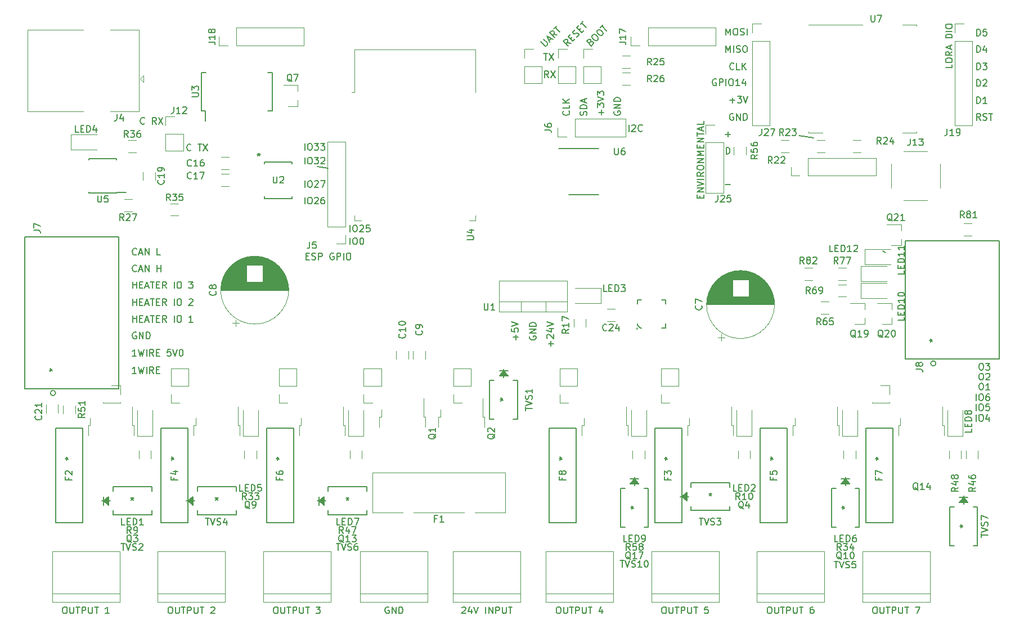
<source format=gbr>
G04 #@! TF.GenerationSoftware,KiCad,Pcbnew,5.0.2+dfsg1-1*
G04 #@! TF.CreationDate,2020-11-21T16:53:29+00:00*
G04 #@! TF.ProjectId,van,76616e2e-6b69-4636-9164-5f7063625858,rev?*
G04 #@! TF.SameCoordinates,Original*
G04 #@! TF.FileFunction,Legend,Top*
G04 #@! TF.FilePolarity,Positive*
%FSLAX46Y46*%
G04 Gerber Fmt 4.6, Leading zero omitted, Abs format (unit mm)*
G04 Created by KiCad (PCBNEW 5.0.2+dfsg1-1) date Sat 21 Nov 2020 04:53:29 PM GMT*
%MOMM*%
%LPD*%
G01*
G04 APERTURE LIST*
%ADD10C,0.150000*%
%ADD11C,0.200000*%
%ADD12C,0.120000*%
%ADD13C,0.203200*%
%ADD14C,0.100000*%
%ADD15C,0.152400*%
G04 APERTURE END LIST*
D10*
X148322496Y-60476488D02*
X148457183Y-60409144D01*
X148524526Y-60409144D01*
X148625542Y-60442816D01*
X148726557Y-60543831D01*
X148760229Y-60644847D01*
X148760229Y-60712190D01*
X148726557Y-60813205D01*
X148457183Y-61082579D01*
X147750076Y-60375473D01*
X147985778Y-60139770D01*
X148086794Y-60106099D01*
X148154137Y-60106099D01*
X148255152Y-60139770D01*
X148322496Y-60207114D01*
X148356168Y-60308129D01*
X148356168Y-60375473D01*
X148322496Y-60476488D01*
X148086794Y-60712190D01*
X148591870Y-59533679D02*
X148726557Y-59398992D01*
X148827572Y-59365320D01*
X148962259Y-59365320D01*
X149130618Y-59466335D01*
X149366320Y-59702038D01*
X149467335Y-59870396D01*
X149467335Y-60005083D01*
X149433664Y-60106099D01*
X149298977Y-60240786D01*
X149197961Y-60274457D01*
X149063274Y-60274457D01*
X148894916Y-60173442D01*
X148659213Y-59937740D01*
X148558198Y-59769381D01*
X148558198Y-59634694D01*
X148591870Y-59533679D01*
X149332648Y-58792900D02*
X149467335Y-58658213D01*
X149568351Y-58624542D01*
X149703038Y-58624542D01*
X149871396Y-58725557D01*
X150107099Y-58961259D01*
X150208114Y-59129618D01*
X150208114Y-59264305D01*
X150174442Y-59365320D01*
X150039755Y-59500007D01*
X149938740Y-59533679D01*
X149804053Y-59533679D01*
X149635694Y-59432664D01*
X149399992Y-59196961D01*
X149298977Y-59028603D01*
X149298977Y-58893916D01*
X149332648Y-58792900D01*
X149837725Y-58287824D02*
X150241786Y-57883763D01*
X150746862Y-58792900D02*
X150039755Y-58085794D01*
X145361244Y-60678518D02*
X144788824Y-60577503D01*
X144957183Y-61082579D02*
X144250076Y-60375473D01*
X144519450Y-60106099D01*
X144620465Y-60072427D01*
X144687809Y-60072427D01*
X144788824Y-60106099D01*
X144889839Y-60207114D01*
X144923511Y-60308129D01*
X144923511Y-60375473D01*
X144889839Y-60476488D01*
X144620465Y-60745862D01*
X145293900Y-60005083D02*
X145529603Y-59769381D01*
X146001007Y-60038755D02*
X145664290Y-60375473D01*
X144957183Y-59668366D01*
X145293900Y-59331648D01*
X146236709Y-59735709D02*
X146371396Y-59668366D01*
X146539755Y-59500007D01*
X146573427Y-59398992D01*
X146573427Y-59331648D01*
X146539755Y-59230633D01*
X146472412Y-59163290D01*
X146371396Y-59129618D01*
X146304053Y-59129618D01*
X146203038Y-59163290D01*
X146034679Y-59264305D01*
X145933664Y-59297977D01*
X145866320Y-59297977D01*
X145765305Y-59264305D01*
X145697961Y-59196961D01*
X145664290Y-59095946D01*
X145664290Y-59028603D01*
X145697961Y-58927587D01*
X145866320Y-58759229D01*
X146001007Y-58691885D01*
X146607099Y-58691885D02*
X146842801Y-58456183D01*
X147314205Y-58725557D02*
X146977488Y-59062274D01*
X146270381Y-58355168D01*
X146607099Y-58018450D01*
X146809129Y-57816420D02*
X147213190Y-57412359D01*
X147718266Y-58321496D02*
X147011160Y-57614389D01*
X140850076Y-60475473D02*
X141422496Y-61047892D01*
X141523511Y-61081564D01*
X141590855Y-61081564D01*
X141691870Y-61047892D01*
X141826557Y-60913205D01*
X141860229Y-60812190D01*
X141860229Y-60744847D01*
X141826557Y-60643831D01*
X141254137Y-60071412D01*
X142062259Y-60273442D02*
X142398977Y-59936725D01*
X142196946Y-60542816D02*
X141725542Y-59600007D01*
X142668351Y-60071412D01*
X143308114Y-59431648D02*
X142735694Y-59330633D01*
X142904053Y-59835709D02*
X142196946Y-59128603D01*
X142466320Y-58859229D01*
X142567335Y-58825557D01*
X142634679Y-58825557D01*
X142735694Y-58859229D01*
X142836709Y-58960244D01*
X142870381Y-59061259D01*
X142870381Y-59128603D01*
X142836709Y-59229618D01*
X142567335Y-59498992D01*
X142803038Y-58522511D02*
X143207099Y-58118450D01*
X143712175Y-59027587D02*
X143005068Y-58320481D01*
X142007023Y-65852380D02*
X141673690Y-65376190D01*
X141435595Y-65852380D02*
X141435595Y-64852380D01*
X141816547Y-64852380D01*
X141911785Y-64900000D01*
X141959404Y-64947619D01*
X142007023Y-65042857D01*
X142007023Y-65185714D01*
X141959404Y-65280952D01*
X141911785Y-65328571D01*
X141816547Y-65376190D01*
X141435595Y-65376190D01*
X142340357Y-64852380D02*
X143007023Y-65852380D01*
X143007023Y-64852380D02*
X142340357Y-65852380D01*
X141292738Y-62252380D02*
X141864166Y-62252380D01*
X141578452Y-63252380D02*
X141578452Y-62252380D01*
X142102261Y-62252380D02*
X142768928Y-63252380D01*
X142768928Y-62252380D02*
X142102261Y-63252380D01*
X88207023Y-76757142D02*
X88159404Y-76804761D01*
X88016547Y-76852380D01*
X87921309Y-76852380D01*
X87778452Y-76804761D01*
X87683214Y-76709523D01*
X87635595Y-76614285D01*
X87587976Y-76423809D01*
X87587976Y-76280952D01*
X87635595Y-76090476D01*
X87683214Y-75995238D01*
X87778452Y-75900000D01*
X87921309Y-75852380D01*
X88016547Y-75852380D01*
X88159404Y-75900000D01*
X88207023Y-75947619D01*
X89254642Y-75852380D02*
X89826071Y-75852380D01*
X89540357Y-76852380D02*
X89540357Y-75852380D01*
X90064166Y-75852380D02*
X90730833Y-76852380D01*
X90730833Y-75852380D02*
X90064166Y-76852380D01*
X81207023Y-72757142D02*
X81159404Y-72804761D01*
X81016547Y-72852380D01*
X80921309Y-72852380D01*
X80778452Y-72804761D01*
X80683214Y-72709523D01*
X80635595Y-72614285D01*
X80587976Y-72423809D01*
X80587976Y-72280952D01*
X80635595Y-72090476D01*
X80683214Y-71995238D01*
X80778452Y-71900000D01*
X80921309Y-71852380D01*
X81016547Y-71852380D01*
X81159404Y-71900000D01*
X81207023Y-71947619D01*
X82968928Y-72852380D02*
X82635595Y-72376190D01*
X82397500Y-72852380D02*
X82397500Y-71852380D01*
X82778452Y-71852380D01*
X82873690Y-71900000D01*
X82921309Y-71947619D01*
X82968928Y-72042857D01*
X82968928Y-72185714D01*
X82921309Y-72280952D01*
X82873690Y-72328571D01*
X82778452Y-72376190D01*
X82397500Y-72376190D01*
X83302261Y-71852380D02*
X83968928Y-72852380D01*
X83968928Y-71852380D02*
X83302261Y-72852380D01*
D11*
X107200000Y-79200000D02*
X108800000Y-79500000D01*
D10*
X105335595Y-76752380D02*
X105335595Y-75752380D01*
X106002261Y-75752380D02*
X106192738Y-75752380D01*
X106287976Y-75800000D01*
X106383214Y-75895238D01*
X106430833Y-76085714D01*
X106430833Y-76419047D01*
X106383214Y-76609523D01*
X106287976Y-76704761D01*
X106192738Y-76752380D01*
X106002261Y-76752380D01*
X105907023Y-76704761D01*
X105811785Y-76609523D01*
X105764166Y-76419047D01*
X105764166Y-76085714D01*
X105811785Y-75895238D01*
X105907023Y-75800000D01*
X106002261Y-75752380D01*
X106764166Y-75752380D02*
X107383214Y-75752380D01*
X107049880Y-76133333D01*
X107192738Y-76133333D01*
X107287976Y-76180952D01*
X107335595Y-76228571D01*
X107383214Y-76323809D01*
X107383214Y-76561904D01*
X107335595Y-76657142D01*
X107287976Y-76704761D01*
X107192738Y-76752380D01*
X106907023Y-76752380D01*
X106811785Y-76704761D01*
X106764166Y-76657142D01*
X107716547Y-75752380D02*
X108335595Y-75752380D01*
X108002261Y-76133333D01*
X108145119Y-76133333D01*
X108240357Y-76180952D01*
X108287976Y-76228571D01*
X108335595Y-76323809D01*
X108335595Y-76561904D01*
X108287976Y-76657142D01*
X108240357Y-76704761D01*
X108145119Y-76752380D01*
X107859404Y-76752380D01*
X107764166Y-76704761D01*
X107716547Y-76657142D01*
X105335595Y-78852380D02*
X105335595Y-77852380D01*
X106002261Y-77852380D02*
X106192738Y-77852380D01*
X106287976Y-77900000D01*
X106383214Y-77995238D01*
X106430833Y-78185714D01*
X106430833Y-78519047D01*
X106383214Y-78709523D01*
X106287976Y-78804761D01*
X106192738Y-78852380D01*
X106002261Y-78852380D01*
X105907023Y-78804761D01*
X105811785Y-78709523D01*
X105764166Y-78519047D01*
X105764166Y-78185714D01*
X105811785Y-77995238D01*
X105907023Y-77900000D01*
X106002261Y-77852380D01*
X106764166Y-77852380D02*
X107383214Y-77852380D01*
X107049880Y-78233333D01*
X107192738Y-78233333D01*
X107287976Y-78280952D01*
X107335595Y-78328571D01*
X107383214Y-78423809D01*
X107383214Y-78661904D01*
X107335595Y-78757142D01*
X107287976Y-78804761D01*
X107192738Y-78852380D01*
X106907023Y-78852380D01*
X106811785Y-78804761D01*
X106764166Y-78757142D01*
X107764166Y-77947619D02*
X107811785Y-77900000D01*
X107907023Y-77852380D01*
X108145119Y-77852380D01*
X108240357Y-77900000D01*
X108287976Y-77947619D01*
X108335595Y-78042857D01*
X108335595Y-78138095D01*
X108287976Y-78280952D01*
X107716547Y-78852380D01*
X108335595Y-78852380D01*
X105335595Y-82352380D02*
X105335595Y-81352380D01*
X106002261Y-81352380D02*
X106192738Y-81352380D01*
X106287976Y-81400000D01*
X106383214Y-81495238D01*
X106430833Y-81685714D01*
X106430833Y-82019047D01*
X106383214Y-82209523D01*
X106287976Y-82304761D01*
X106192738Y-82352380D01*
X106002261Y-82352380D01*
X105907023Y-82304761D01*
X105811785Y-82209523D01*
X105764166Y-82019047D01*
X105764166Y-81685714D01*
X105811785Y-81495238D01*
X105907023Y-81400000D01*
X106002261Y-81352380D01*
X106811785Y-81447619D02*
X106859404Y-81400000D01*
X106954642Y-81352380D01*
X107192738Y-81352380D01*
X107287976Y-81400000D01*
X107335595Y-81447619D01*
X107383214Y-81542857D01*
X107383214Y-81638095D01*
X107335595Y-81780952D01*
X106764166Y-82352380D01*
X107383214Y-82352380D01*
X107716547Y-81352380D02*
X108383214Y-81352380D01*
X107954642Y-82352380D01*
X105335595Y-84852380D02*
X105335595Y-83852380D01*
X106002261Y-83852380D02*
X106192738Y-83852380D01*
X106287976Y-83900000D01*
X106383214Y-83995238D01*
X106430833Y-84185714D01*
X106430833Y-84519047D01*
X106383214Y-84709523D01*
X106287976Y-84804761D01*
X106192738Y-84852380D01*
X106002261Y-84852380D01*
X105907023Y-84804761D01*
X105811785Y-84709523D01*
X105764166Y-84519047D01*
X105764166Y-84185714D01*
X105811785Y-83995238D01*
X105907023Y-83900000D01*
X106002261Y-83852380D01*
X106811785Y-83947619D02*
X106859404Y-83900000D01*
X106954642Y-83852380D01*
X107192738Y-83852380D01*
X107287976Y-83900000D01*
X107335595Y-83947619D01*
X107383214Y-84042857D01*
X107383214Y-84138095D01*
X107335595Y-84280952D01*
X106764166Y-84852380D01*
X107383214Y-84852380D01*
X108240357Y-83852380D02*
X108049880Y-83852380D01*
X107954642Y-83900000D01*
X107907023Y-83947619D01*
X107811785Y-84090476D01*
X107764166Y-84280952D01*
X107764166Y-84661904D01*
X107811785Y-84757142D01*
X107859404Y-84804761D01*
X107954642Y-84852380D01*
X108145119Y-84852380D01*
X108240357Y-84804761D01*
X108287976Y-84757142D01*
X108335595Y-84661904D01*
X108335595Y-84423809D01*
X108287976Y-84328571D01*
X108240357Y-84280952D01*
X108145119Y-84233333D01*
X107954642Y-84233333D01*
X107859404Y-84280952D01*
X107811785Y-84328571D01*
X107764166Y-84423809D01*
X112135595Y-89052380D02*
X112135595Y-88052380D01*
X112802261Y-88052380D02*
X112992738Y-88052380D01*
X113087976Y-88100000D01*
X113183214Y-88195238D01*
X113230833Y-88385714D01*
X113230833Y-88719047D01*
X113183214Y-88909523D01*
X113087976Y-89004761D01*
X112992738Y-89052380D01*
X112802261Y-89052380D01*
X112707023Y-89004761D01*
X112611785Y-88909523D01*
X112564166Y-88719047D01*
X112564166Y-88385714D01*
X112611785Y-88195238D01*
X112707023Y-88100000D01*
X112802261Y-88052380D01*
X113611785Y-88147619D02*
X113659404Y-88100000D01*
X113754642Y-88052380D01*
X113992738Y-88052380D01*
X114087976Y-88100000D01*
X114135595Y-88147619D01*
X114183214Y-88242857D01*
X114183214Y-88338095D01*
X114135595Y-88480952D01*
X113564166Y-89052380D01*
X114183214Y-89052380D01*
X115087976Y-88052380D02*
X114611785Y-88052380D01*
X114564166Y-88528571D01*
X114611785Y-88480952D01*
X114707023Y-88433333D01*
X114945119Y-88433333D01*
X115040357Y-88480952D01*
X115087976Y-88528571D01*
X115135595Y-88623809D01*
X115135595Y-88861904D01*
X115087976Y-88957142D01*
X115040357Y-89004761D01*
X114945119Y-89052380D01*
X114707023Y-89052380D01*
X114611785Y-89004761D01*
X114564166Y-88957142D01*
X112135595Y-90952380D02*
X112135595Y-89952380D01*
X112802261Y-89952380D02*
X112992738Y-89952380D01*
X113087976Y-90000000D01*
X113183214Y-90095238D01*
X113230833Y-90285714D01*
X113230833Y-90619047D01*
X113183214Y-90809523D01*
X113087976Y-90904761D01*
X112992738Y-90952380D01*
X112802261Y-90952380D01*
X112707023Y-90904761D01*
X112611785Y-90809523D01*
X112564166Y-90619047D01*
X112564166Y-90285714D01*
X112611785Y-90095238D01*
X112707023Y-90000000D01*
X112802261Y-89952380D01*
X113849880Y-89952380D02*
X113945119Y-89952380D01*
X114040357Y-90000000D01*
X114087976Y-90047619D01*
X114135595Y-90142857D01*
X114183214Y-90333333D01*
X114183214Y-90571428D01*
X114135595Y-90761904D01*
X114087976Y-90857142D01*
X114040357Y-90904761D01*
X113945119Y-90952380D01*
X113849880Y-90952380D01*
X113754642Y-90904761D01*
X113707023Y-90857142D01*
X113659404Y-90761904D01*
X113611785Y-90571428D01*
X113611785Y-90333333D01*
X113659404Y-90142857D01*
X113707023Y-90047619D01*
X113754642Y-90000000D01*
X113849880Y-89952380D01*
X105535595Y-92728571D02*
X105868928Y-92728571D01*
X106011785Y-93252380D02*
X105535595Y-93252380D01*
X105535595Y-92252380D01*
X106011785Y-92252380D01*
X106392738Y-93204761D02*
X106535595Y-93252380D01*
X106773690Y-93252380D01*
X106868928Y-93204761D01*
X106916547Y-93157142D01*
X106964166Y-93061904D01*
X106964166Y-92966666D01*
X106916547Y-92871428D01*
X106868928Y-92823809D01*
X106773690Y-92776190D01*
X106583214Y-92728571D01*
X106487976Y-92680952D01*
X106440357Y-92633333D01*
X106392738Y-92538095D01*
X106392738Y-92442857D01*
X106440357Y-92347619D01*
X106487976Y-92300000D01*
X106583214Y-92252380D01*
X106821309Y-92252380D01*
X106964166Y-92300000D01*
X107392738Y-93252380D02*
X107392738Y-92252380D01*
X107773690Y-92252380D01*
X107868928Y-92300000D01*
X107916547Y-92347619D01*
X107964166Y-92442857D01*
X107964166Y-92585714D01*
X107916547Y-92680952D01*
X107868928Y-92728571D01*
X107773690Y-92776190D01*
X107392738Y-92776190D01*
X109678452Y-92300000D02*
X109583214Y-92252380D01*
X109440357Y-92252380D01*
X109297500Y-92300000D01*
X109202261Y-92395238D01*
X109154642Y-92490476D01*
X109107023Y-92680952D01*
X109107023Y-92823809D01*
X109154642Y-93014285D01*
X109202261Y-93109523D01*
X109297500Y-93204761D01*
X109440357Y-93252380D01*
X109535595Y-93252380D01*
X109678452Y-93204761D01*
X109726071Y-93157142D01*
X109726071Y-92823809D01*
X109535595Y-92823809D01*
X110154642Y-93252380D02*
X110154642Y-92252380D01*
X110535595Y-92252380D01*
X110630833Y-92300000D01*
X110678452Y-92347619D01*
X110726071Y-92442857D01*
X110726071Y-92585714D01*
X110678452Y-92680952D01*
X110630833Y-92728571D01*
X110535595Y-92776190D01*
X110154642Y-92776190D01*
X111154642Y-93252380D02*
X111154642Y-92252380D01*
X111821309Y-92252380D02*
X112011785Y-92252380D01*
X112107023Y-92300000D01*
X112202261Y-92395238D01*
X112249880Y-92585714D01*
X112249880Y-92919047D01*
X112202261Y-93109523D01*
X112107023Y-93204761D01*
X112011785Y-93252380D01*
X111821309Y-93252380D01*
X111726071Y-93204761D01*
X111630833Y-93109523D01*
X111583214Y-92919047D01*
X111583214Y-92585714D01*
X111630833Y-92395238D01*
X111726071Y-92300000D01*
X111821309Y-92252380D01*
X142371428Y-106259404D02*
X142371428Y-105497500D01*
X142752380Y-105878452D02*
X141990476Y-105878452D01*
X141847619Y-105068928D02*
X141800000Y-105021309D01*
X141752380Y-104926071D01*
X141752380Y-104687976D01*
X141800000Y-104592738D01*
X141847619Y-104545119D01*
X141942857Y-104497500D01*
X142038095Y-104497500D01*
X142180952Y-104545119D01*
X142752380Y-105116547D01*
X142752380Y-104497500D01*
X142085714Y-103640357D02*
X142752380Y-103640357D01*
X141704761Y-103878452D02*
X142419047Y-104116547D01*
X142419047Y-103497500D01*
X141752380Y-103259404D02*
X142752380Y-102926071D01*
X141752380Y-102592738D01*
X139200000Y-104783214D02*
X139152380Y-104878452D01*
X139152380Y-105021309D01*
X139200000Y-105164166D01*
X139295238Y-105259404D01*
X139390476Y-105307023D01*
X139580952Y-105354642D01*
X139723809Y-105354642D01*
X139914285Y-105307023D01*
X140009523Y-105259404D01*
X140104761Y-105164166D01*
X140152380Y-105021309D01*
X140152380Y-104926071D01*
X140104761Y-104783214D01*
X140057142Y-104735595D01*
X139723809Y-104735595D01*
X139723809Y-104926071D01*
X140152380Y-104307023D02*
X139152380Y-104307023D01*
X140152380Y-103735595D01*
X139152380Y-103735595D01*
X140152380Y-103259404D02*
X139152380Y-103259404D01*
X139152380Y-103021309D01*
X139200000Y-102878452D01*
X139295238Y-102783214D01*
X139390476Y-102735595D01*
X139580952Y-102687976D01*
X139723809Y-102687976D01*
X139914285Y-102735595D01*
X140009523Y-102783214D01*
X140104761Y-102878452D01*
X140152380Y-103021309D01*
X140152380Y-103259404D01*
X137071428Y-105307023D02*
X137071428Y-104545119D01*
X137452380Y-104926071D02*
X136690476Y-104926071D01*
X136452380Y-103592738D02*
X136452380Y-104068928D01*
X136928571Y-104116547D01*
X136880952Y-104068928D01*
X136833333Y-103973690D01*
X136833333Y-103735595D01*
X136880952Y-103640357D01*
X136928571Y-103592738D01*
X137023809Y-103545119D01*
X137261904Y-103545119D01*
X137357142Y-103592738D01*
X137404761Y-103640357D01*
X137452380Y-103735595D01*
X137452380Y-103973690D01*
X137404761Y-104068928D01*
X137357142Y-104116547D01*
X136452380Y-103259404D02*
X137452380Y-102926071D01*
X136452380Y-102592738D01*
X145057142Y-70892976D02*
X145104761Y-70940595D01*
X145152380Y-71083452D01*
X145152380Y-71178690D01*
X145104761Y-71321547D01*
X145009523Y-71416785D01*
X144914285Y-71464404D01*
X144723809Y-71512023D01*
X144580952Y-71512023D01*
X144390476Y-71464404D01*
X144295238Y-71416785D01*
X144200000Y-71321547D01*
X144152380Y-71178690D01*
X144152380Y-71083452D01*
X144200000Y-70940595D01*
X144247619Y-70892976D01*
X145152380Y-69988214D02*
X145152380Y-70464404D01*
X144152380Y-70464404D01*
X145152380Y-69654880D02*
X144152380Y-69654880D01*
X145152380Y-69083452D02*
X144580952Y-69512023D01*
X144152380Y-69083452D02*
X144723809Y-69654880D01*
X147704761Y-71512023D02*
X147752380Y-71369166D01*
X147752380Y-71131071D01*
X147704761Y-71035833D01*
X147657142Y-70988214D01*
X147561904Y-70940595D01*
X147466666Y-70940595D01*
X147371428Y-70988214D01*
X147323809Y-71035833D01*
X147276190Y-71131071D01*
X147228571Y-71321547D01*
X147180952Y-71416785D01*
X147133333Y-71464404D01*
X147038095Y-71512023D01*
X146942857Y-71512023D01*
X146847619Y-71464404D01*
X146800000Y-71416785D01*
X146752380Y-71321547D01*
X146752380Y-71083452D01*
X146800000Y-70940595D01*
X147752380Y-70512023D02*
X146752380Y-70512023D01*
X146752380Y-70273928D01*
X146800000Y-70131071D01*
X146895238Y-70035833D01*
X146990476Y-69988214D01*
X147180952Y-69940595D01*
X147323809Y-69940595D01*
X147514285Y-69988214D01*
X147609523Y-70035833D01*
X147704761Y-70131071D01*
X147752380Y-70273928D01*
X147752380Y-70512023D01*
X147466666Y-69559642D02*
X147466666Y-69083452D01*
X147752380Y-69654880D02*
X146752380Y-69321547D01*
X147752380Y-68988214D01*
X149971428Y-71464404D02*
X149971428Y-70702500D01*
X150352380Y-71083452D02*
X149590476Y-71083452D01*
X149352380Y-70321547D02*
X149352380Y-69702500D01*
X149733333Y-70035833D01*
X149733333Y-69892976D01*
X149780952Y-69797738D01*
X149828571Y-69750119D01*
X149923809Y-69702500D01*
X150161904Y-69702500D01*
X150257142Y-69750119D01*
X150304761Y-69797738D01*
X150352380Y-69892976D01*
X150352380Y-70178690D01*
X150304761Y-70273928D01*
X150257142Y-70321547D01*
X149352380Y-69416785D02*
X150352380Y-69083452D01*
X149352380Y-68750119D01*
X149352380Y-68512023D02*
X149352380Y-67892976D01*
X149733333Y-68226309D01*
X149733333Y-68083452D01*
X149780952Y-67988214D01*
X149828571Y-67940595D01*
X149923809Y-67892976D01*
X150161904Y-67892976D01*
X150257142Y-67940595D01*
X150304761Y-67988214D01*
X150352380Y-68083452D01*
X150352380Y-68369166D01*
X150304761Y-68464404D01*
X150257142Y-68512023D01*
X151900000Y-70940595D02*
X151852380Y-71035833D01*
X151852380Y-71178690D01*
X151900000Y-71321547D01*
X151995238Y-71416785D01*
X152090476Y-71464404D01*
X152280952Y-71512023D01*
X152423809Y-71512023D01*
X152614285Y-71464404D01*
X152709523Y-71416785D01*
X152804761Y-71321547D01*
X152852380Y-71178690D01*
X152852380Y-71083452D01*
X152804761Y-70940595D01*
X152757142Y-70892976D01*
X152423809Y-70892976D01*
X152423809Y-71083452D01*
X152852380Y-70464404D02*
X151852380Y-70464404D01*
X152852380Y-69892976D01*
X151852380Y-69892976D01*
X152852380Y-69416785D02*
X151852380Y-69416785D01*
X151852380Y-69178690D01*
X151900000Y-69035833D01*
X151995238Y-68940595D01*
X152090476Y-68892976D01*
X152280952Y-68845357D01*
X152423809Y-68845357D01*
X152614285Y-68892976D01*
X152709523Y-68940595D01*
X152804761Y-69035833D01*
X152852380Y-69178690D01*
X152852380Y-69416785D01*
X154112023Y-73952380D02*
X154112023Y-72952380D01*
X154540595Y-73047619D02*
X154588214Y-73000000D01*
X154683452Y-72952380D01*
X154921547Y-72952380D01*
X155016785Y-73000000D01*
X155064404Y-73047619D01*
X155112023Y-73142857D01*
X155112023Y-73238095D01*
X155064404Y-73380952D01*
X154492976Y-73952380D01*
X155112023Y-73952380D01*
X156112023Y-73857142D02*
X156064404Y-73904761D01*
X155921547Y-73952380D01*
X155826309Y-73952380D01*
X155683452Y-73904761D01*
X155588214Y-73809523D01*
X155540595Y-73714285D01*
X155492976Y-73523809D01*
X155492976Y-73380952D01*
X155540595Y-73190476D01*
X155588214Y-73095238D01*
X155683452Y-73000000D01*
X155826309Y-72952380D01*
X155921547Y-72952380D01*
X156064404Y-73000000D01*
X156112023Y-73047619D01*
X168738095Y-77352380D02*
X168738095Y-76352380D01*
X168976190Y-76352380D01*
X169119047Y-76400000D01*
X169214285Y-76495238D01*
X169261904Y-76590476D01*
X169309523Y-76780952D01*
X169309523Y-76923809D01*
X169261904Y-77114285D01*
X169214285Y-77209523D01*
X169119047Y-77304761D01*
X168976190Y-77352380D01*
X168738095Y-77352380D01*
X169380952Y-81971428D02*
X168619047Y-81971428D01*
X168619047Y-74371428D02*
X169380952Y-74371428D01*
X169000000Y-74752380D02*
X169000000Y-73990476D01*
X164828571Y-83964166D02*
X164828571Y-83630833D01*
X165352380Y-83487976D02*
X165352380Y-83964166D01*
X164352380Y-83964166D01*
X164352380Y-83487976D01*
X165352380Y-83059404D02*
X164352380Y-83059404D01*
X165352380Y-82487976D01*
X164352380Y-82487976D01*
X164352380Y-82154642D02*
X165352380Y-81821309D01*
X164352380Y-81487976D01*
X165352380Y-81154642D02*
X164352380Y-81154642D01*
X165352380Y-80107023D02*
X164876190Y-80440357D01*
X165352380Y-80678452D02*
X164352380Y-80678452D01*
X164352380Y-80297500D01*
X164400000Y-80202261D01*
X164447619Y-80154642D01*
X164542857Y-80107023D01*
X164685714Y-80107023D01*
X164780952Y-80154642D01*
X164828571Y-80202261D01*
X164876190Y-80297500D01*
X164876190Y-80678452D01*
X164352380Y-79487976D02*
X164352380Y-79297500D01*
X164400000Y-79202261D01*
X164495238Y-79107023D01*
X164685714Y-79059404D01*
X165019047Y-79059404D01*
X165209523Y-79107023D01*
X165304761Y-79202261D01*
X165352380Y-79297500D01*
X165352380Y-79487976D01*
X165304761Y-79583214D01*
X165209523Y-79678452D01*
X165019047Y-79726071D01*
X164685714Y-79726071D01*
X164495238Y-79678452D01*
X164400000Y-79583214D01*
X164352380Y-79487976D01*
X165352380Y-78630833D02*
X164352380Y-78630833D01*
X165352380Y-78059404D01*
X164352380Y-78059404D01*
X165352380Y-77583214D02*
X164352380Y-77583214D01*
X165066666Y-77249880D01*
X164352380Y-76916547D01*
X165352380Y-76916547D01*
X164828571Y-76440357D02*
X164828571Y-76107023D01*
X165352380Y-75964166D02*
X165352380Y-76440357D01*
X164352380Y-76440357D01*
X164352380Y-75964166D01*
X165352380Y-75535595D02*
X164352380Y-75535595D01*
X165352380Y-74964166D01*
X164352380Y-74964166D01*
X164352380Y-74630833D02*
X164352380Y-74059404D01*
X165352380Y-74345119D02*
X164352380Y-74345119D01*
X165066666Y-73773690D02*
X165066666Y-73297500D01*
X165352380Y-73868928D02*
X164352380Y-73535595D01*
X165352380Y-73202261D01*
X165352380Y-72392738D02*
X165352380Y-72868928D01*
X164352380Y-72868928D01*
X202752380Y-63888214D02*
X202752380Y-64364404D01*
X201752380Y-64364404D01*
X201752380Y-63364404D02*
X201752380Y-63173928D01*
X201800000Y-63078690D01*
X201895238Y-62983452D01*
X202085714Y-62935833D01*
X202419047Y-62935833D01*
X202609523Y-62983452D01*
X202704761Y-63078690D01*
X202752380Y-63173928D01*
X202752380Y-63364404D01*
X202704761Y-63459642D01*
X202609523Y-63554880D01*
X202419047Y-63602500D01*
X202085714Y-63602500D01*
X201895238Y-63554880D01*
X201800000Y-63459642D01*
X201752380Y-63364404D01*
X202752380Y-61935833D02*
X202276190Y-62269166D01*
X202752380Y-62507261D02*
X201752380Y-62507261D01*
X201752380Y-62126309D01*
X201800000Y-62031071D01*
X201847619Y-61983452D01*
X201942857Y-61935833D01*
X202085714Y-61935833D01*
X202180952Y-61983452D01*
X202228571Y-62031071D01*
X202276190Y-62126309D01*
X202276190Y-62507261D01*
X202466666Y-61554880D02*
X202466666Y-61078690D01*
X202752380Y-61650119D02*
X201752380Y-61316785D01*
X202752380Y-60983452D01*
X202752380Y-59888214D02*
X201752380Y-59888214D01*
X201752380Y-59650119D01*
X201800000Y-59507261D01*
X201895238Y-59412023D01*
X201990476Y-59364404D01*
X202180952Y-59316785D01*
X202323809Y-59316785D01*
X202514285Y-59364404D01*
X202609523Y-59412023D01*
X202704761Y-59507261D01*
X202752380Y-59650119D01*
X202752380Y-59888214D01*
X202752380Y-58888214D02*
X201752380Y-58888214D01*
X201752380Y-58221547D02*
X201752380Y-58031071D01*
X201800000Y-57935833D01*
X201895238Y-57840595D01*
X202085714Y-57792976D01*
X202419047Y-57792976D01*
X202609523Y-57840595D01*
X202704761Y-57935833D01*
X202752380Y-58031071D01*
X202752380Y-58221547D01*
X202704761Y-58316785D01*
X202609523Y-58412023D01*
X202419047Y-58459642D01*
X202085714Y-58459642D01*
X201895238Y-58412023D01*
X201800000Y-58316785D01*
X201752380Y-58221547D01*
X206435595Y-59552380D02*
X206435595Y-58552380D01*
X206673690Y-58552380D01*
X206816547Y-58600000D01*
X206911785Y-58695238D01*
X206959404Y-58790476D01*
X207007023Y-58980952D01*
X207007023Y-59123809D01*
X206959404Y-59314285D01*
X206911785Y-59409523D01*
X206816547Y-59504761D01*
X206673690Y-59552380D01*
X206435595Y-59552380D01*
X207911785Y-58552380D02*
X207435595Y-58552380D01*
X207387976Y-59028571D01*
X207435595Y-58980952D01*
X207530833Y-58933333D01*
X207768928Y-58933333D01*
X207864166Y-58980952D01*
X207911785Y-59028571D01*
X207959404Y-59123809D01*
X207959404Y-59361904D01*
X207911785Y-59457142D01*
X207864166Y-59504761D01*
X207768928Y-59552380D01*
X207530833Y-59552380D01*
X207435595Y-59504761D01*
X207387976Y-59457142D01*
X206435595Y-62052380D02*
X206435595Y-61052380D01*
X206673690Y-61052380D01*
X206816547Y-61100000D01*
X206911785Y-61195238D01*
X206959404Y-61290476D01*
X207007023Y-61480952D01*
X207007023Y-61623809D01*
X206959404Y-61814285D01*
X206911785Y-61909523D01*
X206816547Y-62004761D01*
X206673690Y-62052380D01*
X206435595Y-62052380D01*
X207864166Y-61385714D02*
X207864166Y-62052380D01*
X207626071Y-61004761D02*
X207387976Y-61719047D01*
X208007023Y-61719047D01*
X206435595Y-64652380D02*
X206435595Y-63652380D01*
X206673690Y-63652380D01*
X206816547Y-63700000D01*
X206911785Y-63795238D01*
X206959404Y-63890476D01*
X207007023Y-64080952D01*
X207007023Y-64223809D01*
X206959404Y-64414285D01*
X206911785Y-64509523D01*
X206816547Y-64604761D01*
X206673690Y-64652380D01*
X206435595Y-64652380D01*
X207340357Y-63652380D02*
X207959404Y-63652380D01*
X207626071Y-64033333D01*
X207768928Y-64033333D01*
X207864166Y-64080952D01*
X207911785Y-64128571D01*
X207959404Y-64223809D01*
X207959404Y-64461904D01*
X207911785Y-64557142D01*
X207864166Y-64604761D01*
X207768928Y-64652380D01*
X207483214Y-64652380D01*
X207387976Y-64604761D01*
X207340357Y-64557142D01*
X206435595Y-67152380D02*
X206435595Y-66152380D01*
X206673690Y-66152380D01*
X206816547Y-66200000D01*
X206911785Y-66295238D01*
X206959404Y-66390476D01*
X207007023Y-66580952D01*
X207007023Y-66723809D01*
X206959404Y-66914285D01*
X206911785Y-67009523D01*
X206816547Y-67104761D01*
X206673690Y-67152380D01*
X206435595Y-67152380D01*
X207387976Y-66247619D02*
X207435595Y-66200000D01*
X207530833Y-66152380D01*
X207768928Y-66152380D01*
X207864166Y-66200000D01*
X207911785Y-66247619D01*
X207959404Y-66342857D01*
X207959404Y-66438095D01*
X207911785Y-66580952D01*
X207340357Y-67152380D01*
X207959404Y-67152380D01*
X206435595Y-69752380D02*
X206435595Y-68752380D01*
X206673690Y-68752380D01*
X206816547Y-68800000D01*
X206911785Y-68895238D01*
X206959404Y-68990476D01*
X207007023Y-69180952D01*
X207007023Y-69323809D01*
X206959404Y-69514285D01*
X206911785Y-69609523D01*
X206816547Y-69704761D01*
X206673690Y-69752380D01*
X206435595Y-69752380D01*
X207959404Y-69752380D02*
X207387976Y-69752380D01*
X207673690Y-69752380D02*
X207673690Y-68752380D01*
X207578452Y-68895238D01*
X207483214Y-68990476D01*
X207387976Y-69038095D01*
X207007023Y-72252380D02*
X206673690Y-71776190D01*
X206435595Y-72252380D02*
X206435595Y-71252380D01*
X206816547Y-71252380D01*
X206911785Y-71300000D01*
X206959404Y-71347619D01*
X207007023Y-71442857D01*
X207007023Y-71585714D01*
X206959404Y-71680952D01*
X206911785Y-71728571D01*
X206816547Y-71776190D01*
X206435595Y-71776190D01*
X207387976Y-72204761D02*
X207530833Y-72252380D01*
X207768928Y-72252380D01*
X207864166Y-72204761D01*
X207911785Y-72157142D01*
X207959404Y-72061904D01*
X207959404Y-71966666D01*
X207911785Y-71871428D01*
X207864166Y-71823809D01*
X207768928Y-71776190D01*
X207578452Y-71728571D01*
X207483214Y-71680952D01*
X207435595Y-71633333D01*
X207387976Y-71538095D01*
X207387976Y-71442857D01*
X207435595Y-71347619D01*
X207483214Y-71300000D01*
X207578452Y-71252380D01*
X207816547Y-71252380D01*
X207959404Y-71300000D01*
X208245119Y-71252380D02*
X208816547Y-71252380D01*
X208530833Y-72252380D02*
X208530833Y-71252380D01*
X169816785Y-71300000D02*
X169721547Y-71252380D01*
X169578690Y-71252380D01*
X169435833Y-71300000D01*
X169340595Y-71395238D01*
X169292976Y-71490476D01*
X169245357Y-71680952D01*
X169245357Y-71823809D01*
X169292976Y-72014285D01*
X169340595Y-72109523D01*
X169435833Y-72204761D01*
X169578690Y-72252380D01*
X169673928Y-72252380D01*
X169816785Y-72204761D01*
X169864404Y-72157142D01*
X169864404Y-71823809D01*
X169673928Y-71823809D01*
X170292976Y-72252380D02*
X170292976Y-71252380D01*
X170864404Y-72252380D01*
X170864404Y-71252380D01*
X171340595Y-72252380D02*
X171340595Y-71252380D01*
X171578690Y-71252380D01*
X171721547Y-71300000D01*
X171816785Y-71395238D01*
X171864404Y-71490476D01*
X171912023Y-71680952D01*
X171912023Y-71823809D01*
X171864404Y-72014285D01*
X171816785Y-72109523D01*
X171721547Y-72204761D01*
X171578690Y-72252380D01*
X171340595Y-72252380D01*
X169292976Y-69271428D02*
X170054880Y-69271428D01*
X169673928Y-69652380D02*
X169673928Y-68890476D01*
X170435833Y-68652380D02*
X171054880Y-68652380D01*
X170721547Y-69033333D01*
X170864404Y-69033333D01*
X170959642Y-69080952D01*
X171007261Y-69128571D01*
X171054880Y-69223809D01*
X171054880Y-69461904D01*
X171007261Y-69557142D01*
X170959642Y-69604761D01*
X170864404Y-69652380D01*
X170578690Y-69652380D01*
X170483452Y-69604761D01*
X170435833Y-69557142D01*
X171340595Y-68652380D02*
X171673928Y-69652380D01*
X172007261Y-68652380D01*
X167235833Y-66100000D02*
X167140595Y-66052380D01*
X166997738Y-66052380D01*
X166854880Y-66100000D01*
X166759642Y-66195238D01*
X166712023Y-66290476D01*
X166664404Y-66480952D01*
X166664404Y-66623809D01*
X166712023Y-66814285D01*
X166759642Y-66909523D01*
X166854880Y-67004761D01*
X166997738Y-67052380D01*
X167092976Y-67052380D01*
X167235833Y-67004761D01*
X167283452Y-66957142D01*
X167283452Y-66623809D01*
X167092976Y-66623809D01*
X167712023Y-67052380D02*
X167712023Y-66052380D01*
X168092976Y-66052380D01*
X168188214Y-66100000D01*
X168235833Y-66147619D01*
X168283452Y-66242857D01*
X168283452Y-66385714D01*
X168235833Y-66480952D01*
X168188214Y-66528571D01*
X168092976Y-66576190D01*
X167712023Y-66576190D01*
X168712023Y-67052380D02*
X168712023Y-66052380D01*
X169378690Y-66052380D02*
X169569166Y-66052380D01*
X169664404Y-66100000D01*
X169759642Y-66195238D01*
X169807261Y-66385714D01*
X169807261Y-66719047D01*
X169759642Y-66909523D01*
X169664404Y-67004761D01*
X169569166Y-67052380D01*
X169378690Y-67052380D01*
X169283452Y-67004761D01*
X169188214Y-66909523D01*
X169140595Y-66719047D01*
X169140595Y-66385714D01*
X169188214Y-66195238D01*
X169283452Y-66100000D01*
X169378690Y-66052380D01*
X170759642Y-67052380D02*
X170188214Y-67052380D01*
X170473928Y-67052380D02*
X170473928Y-66052380D01*
X170378690Y-66195238D01*
X170283452Y-66290476D01*
X170188214Y-66338095D01*
X171616785Y-66385714D02*
X171616785Y-67052380D01*
X171378690Y-66004761D02*
X171140595Y-66719047D01*
X171759642Y-66719047D01*
X169902500Y-64557142D02*
X169854880Y-64604761D01*
X169712023Y-64652380D01*
X169616785Y-64652380D01*
X169473928Y-64604761D01*
X169378690Y-64509523D01*
X169331071Y-64414285D01*
X169283452Y-64223809D01*
X169283452Y-64080952D01*
X169331071Y-63890476D01*
X169378690Y-63795238D01*
X169473928Y-63700000D01*
X169616785Y-63652380D01*
X169712023Y-63652380D01*
X169854880Y-63700000D01*
X169902500Y-63747619D01*
X170807261Y-64652380D02*
X170331071Y-64652380D01*
X170331071Y-63652380D01*
X171140595Y-64652380D02*
X171140595Y-63652380D01*
X171712023Y-64652380D02*
X171283452Y-64080952D01*
X171712023Y-63652380D02*
X171140595Y-64223809D01*
X168721547Y-62052380D02*
X168721547Y-61052380D01*
X169054880Y-61766666D01*
X169388214Y-61052380D01*
X169388214Y-62052380D01*
X169864404Y-62052380D02*
X169864404Y-61052380D01*
X170292976Y-62004761D02*
X170435833Y-62052380D01*
X170673928Y-62052380D01*
X170769166Y-62004761D01*
X170816785Y-61957142D01*
X170864404Y-61861904D01*
X170864404Y-61766666D01*
X170816785Y-61671428D01*
X170769166Y-61623809D01*
X170673928Y-61576190D01*
X170483452Y-61528571D01*
X170388214Y-61480952D01*
X170340595Y-61433333D01*
X170292976Y-61338095D01*
X170292976Y-61242857D01*
X170340595Y-61147619D01*
X170388214Y-61100000D01*
X170483452Y-61052380D01*
X170721547Y-61052380D01*
X170864404Y-61100000D01*
X171483452Y-61052380D02*
X171673928Y-61052380D01*
X171769166Y-61100000D01*
X171864404Y-61195238D01*
X171912023Y-61385714D01*
X171912023Y-61719047D01*
X171864404Y-61909523D01*
X171769166Y-62004761D01*
X171673928Y-62052380D01*
X171483452Y-62052380D01*
X171388214Y-62004761D01*
X171292976Y-61909523D01*
X171245357Y-61719047D01*
X171245357Y-61385714D01*
X171292976Y-61195238D01*
X171388214Y-61100000D01*
X171483452Y-61052380D01*
X168721547Y-59452380D02*
X168721547Y-58452380D01*
X169054880Y-59166666D01*
X169388214Y-58452380D01*
X169388214Y-59452380D01*
X170054880Y-58452380D02*
X170245357Y-58452380D01*
X170340595Y-58500000D01*
X170435833Y-58595238D01*
X170483452Y-58785714D01*
X170483452Y-59119047D01*
X170435833Y-59309523D01*
X170340595Y-59404761D01*
X170245357Y-59452380D01*
X170054880Y-59452380D01*
X169959642Y-59404761D01*
X169864404Y-59309523D01*
X169816785Y-59119047D01*
X169816785Y-58785714D01*
X169864404Y-58595238D01*
X169959642Y-58500000D01*
X170054880Y-58452380D01*
X170864404Y-59404761D02*
X171007261Y-59452380D01*
X171245357Y-59452380D01*
X171340595Y-59404761D01*
X171388214Y-59357142D01*
X171435833Y-59261904D01*
X171435833Y-59166666D01*
X171388214Y-59071428D01*
X171340595Y-59023809D01*
X171245357Y-58976190D01*
X171054880Y-58928571D01*
X170959642Y-58880952D01*
X170912023Y-58833333D01*
X170864404Y-58738095D01*
X170864404Y-58642857D01*
X170912023Y-58547619D01*
X170959642Y-58500000D01*
X171054880Y-58452380D01*
X171292976Y-58452380D01*
X171435833Y-58500000D01*
X171864404Y-59452380D02*
X171864404Y-58452380D01*
X207026071Y-108852380D02*
X207216547Y-108852380D01*
X207311785Y-108900000D01*
X207407023Y-108995238D01*
X207454642Y-109185714D01*
X207454642Y-109519047D01*
X207407023Y-109709523D01*
X207311785Y-109804761D01*
X207216547Y-109852380D01*
X207026071Y-109852380D01*
X206930833Y-109804761D01*
X206835595Y-109709523D01*
X206787976Y-109519047D01*
X206787976Y-109185714D01*
X206835595Y-108995238D01*
X206930833Y-108900000D01*
X207026071Y-108852380D01*
X207787976Y-108852380D02*
X208407023Y-108852380D01*
X208073690Y-109233333D01*
X208216547Y-109233333D01*
X208311785Y-109280952D01*
X208359404Y-109328571D01*
X208407023Y-109423809D01*
X208407023Y-109661904D01*
X208359404Y-109757142D01*
X208311785Y-109804761D01*
X208216547Y-109852380D01*
X207930833Y-109852380D01*
X207835595Y-109804761D01*
X207787976Y-109757142D01*
X207026071Y-110352380D02*
X207216547Y-110352380D01*
X207311785Y-110400000D01*
X207407023Y-110495238D01*
X207454642Y-110685714D01*
X207454642Y-111019047D01*
X207407023Y-111209523D01*
X207311785Y-111304761D01*
X207216547Y-111352380D01*
X207026071Y-111352380D01*
X206930833Y-111304761D01*
X206835595Y-111209523D01*
X206787976Y-111019047D01*
X206787976Y-110685714D01*
X206835595Y-110495238D01*
X206930833Y-110400000D01*
X207026071Y-110352380D01*
X207835595Y-110447619D02*
X207883214Y-110400000D01*
X207978452Y-110352380D01*
X208216547Y-110352380D01*
X208311785Y-110400000D01*
X208359404Y-110447619D01*
X208407023Y-110542857D01*
X208407023Y-110638095D01*
X208359404Y-110780952D01*
X207787976Y-111352380D01*
X208407023Y-111352380D01*
X207026071Y-111852380D02*
X207216547Y-111852380D01*
X207311785Y-111900000D01*
X207407023Y-111995238D01*
X207454642Y-112185714D01*
X207454642Y-112519047D01*
X207407023Y-112709523D01*
X207311785Y-112804761D01*
X207216547Y-112852380D01*
X207026071Y-112852380D01*
X206930833Y-112804761D01*
X206835595Y-112709523D01*
X206787976Y-112519047D01*
X206787976Y-112185714D01*
X206835595Y-111995238D01*
X206930833Y-111900000D01*
X207026071Y-111852380D01*
X208407023Y-112852380D02*
X207835595Y-112852380D01*
X208121309Y-112852380D02*
X208121309Y-111852380D01*
X208026071Y-111995238D01*
X207930833Y-112090476D01*
X207835595Y-112138095D01*
X206335595Y-114452380D02*
X206335595Y-113452380D01*
X207002261Y-113452380D02*
X207192738Y-113452380D01*
X207287976Y-113500000D01*
X207383214Y-113595238D01*
X207430833Y-113785714D01*
X207430833Y-114119047D01*
X207383214Y-114309523D01*
X207287976Y-114404761D01*
X207192738Y-114452380D01*
X207002261Y-114452380D01*
X206907023Y-114404761D01*
X206811785Y-114309523D01*
X206764166Y-114119047D01*
X206764166Y-113785714D01*
X206811785Y-113595238D01*
X206907023Y-113500000D01*
X207002261Y-113452380D01*
X208287976Y-113452380D02*
X208097500Y-113452380D01*
X208002261Y-113500000D01*
X207954642Y-113547619D01*
X207859404Y-113690476D01*
X207811785Y-113880952D01*
X207811785Y-114261904D01*
X207859404Y-114357142D01*
X207907023Y-114404761D01*
X208002261Y-114452380D01*
X208192738Y-114452380D01*
X208287976Y-114404761D01*
X208335595Y-114357142D01*
X208383214Y-114261904D01*
X208383214Y-114023809D01*
X208335595Y-113928571D01*
X208287976Y-113880952D01*
X208192738Y-113833333D01*
X208002261Y-113833333D01*
X207907023Y-113880952D01*
X207859404Y-113928571D01*
X207811785Y-114023809D01*
X206335595Y-115952380D02*
X206335595Y-114952380D01*
X207002261Y-114952380D02*
X207192738Y-114952380D01*
X207287976Y-115000000D01*
X207383214Y-115095238D01*
X207430833Y-115285714D01*
X207430833Y-115619047D01*
X207383214Y-115809523D01*
X207287976Y-115904761D01*
X207192738Y-115952380D01*
X207002261Y-115952380D01*
X206907023Y-115904761D01*
X206811785Y-115809523D01*
X206764166Y-115619047D01*
X206764166Y-115285714D01*
X206811785Y-115095238D01*
X206907023Y-115000000D01*
X207002261Y-114952380D01*
X208335595Y-114952380D02*
X207859404Y-114952380D01*
X207811785Y-115428571D01*
X207859404Y-115380952D01*
X207954642Y-115333333D01*
X208192738Y-115333333D01*
X208287976Y-115380952D01*
X208335595Y-115428571D01*
X208383214Y-115523809D01*
X208383214Y-115761904D01*
X208335595Y-115857142D01*
X208287976Y-115904761D01*
X208192738Y-115952380D01*
X207954642Y-115952380D01*
X207859404Y-115904761D01*
X207811785Y-115857142D01*
X206335595Y-117552380D02*
X206335595Y-116552380D01*
X207002261Y-116552380D02*
X207192738Y-116552380D01*
X207287976Y-116600000D01*
X207383214Y-116695238D01*
X207430833Y-116885714D01*
X207430833Y-117219047D01*
X207383214Y-117409523D01*
X207287976Y-117504761D01*
X207192738Y-117552380D01*
X207002261Y-117552380D01*
X206907023Y-117504761D01*
X206811785Y-117409523D01*
X206764166Y-117219047D01*
X206764166Y-116885714D01*
X206811785Y-116695238D01*
X206907023Y-116600000D01*
X207002261Y-116552380D01*
X208287976Y-116885714D02*
X208287976Y-117552380D01*
X208049880Y-116504761D02*
X207811785Y-117219047D01*
X208430833Y-117219047D01*
X79959404Y-110352380D02*
X79387976Y-110352380D01*
X79673690Y-110352380D02*
X79673690Y-109352380D01*
X79578452Y-109495238D01*
X79483214Y-109590476D01*
X79387976Y-109638095D01*
X80292738Y-109352380D02*
X80530833Y-110352380D01*
X80721309Y-109638095D01*
X80911785Y-110352380D01*
X81149880Y-109352380D01*
X81530833Y-110352380D02*
X81530833Y-109352380D01*
X82578452Y-110352380D02*
X82245119Y-109876190D01*
X82007023Y-110352380D02*
X82007023Y-109352380D01*
X82387976Y-109352380D01*
X82483214Y-109400000D01*
X82530833Y-109447619D01*
X82578452Y-109542857D01*
X82578452Y-109685714D01*
X82530833Y-109780952D01*
X82483214Y-109828571D01*
X82387976Y-109876190D01*
X82007023Y-109876190D01*
X83007023Y-109828571D02*
X83340357Y-109828571D01*
X83483214Y-110352380D02*
X83007023Y-110352380D01*
X83007023Y-109352380D01*
X83483214Y-109352380D01*
X79959404Y-107752380D02*
X79387976Y-107752380D01*
X79673690Y-107752380D02*
X79673690Y-106752380D01*
X79578452Y-106895238D01*
X79483214Y-106990476D01*
X79387976Y-107038095D01*
X80292738Y-106752380D02*
X80530833Y-107752380D01*
X80721309Y-107038095D01*
X80911785Y-107752380D01*
X81149880Y-106752380D01*
X81530833Y-107752380D02*
X81530833Y-106752380D01*
X82578452Y-107752380D02*
X82245119Y-107276190D01*
X82007023Y-107752380D02*
X82007023Y-106752380D01*
X82387976Y-106752380D01*
X82483214Y-106800000D01*
X82530833Y-106847619D01*
X82578452Y-106942857D01*
X82578452Y-107085714D01*
X82530833Y-107180952D01*
X82483214Y-107228571D01*
X82387976Y-107276190D01*
X82007023Y-107276190D01*
X83007023Y-107228571D02*
X83340357Y-107228571D01*
X83483214Y-107752380D02*
X83007023Y-107752380D01*
X83007023Y-106752380D01*
X83483214Y-106752380D01*
X85149880Y-106752380D02*
X84673690Y-106752380D01*
X84626071Y-107228571D01*
X84673690Y-107180952D01*
X84768928Y-107133333D01*
X85007023Y-107133333D01*
X85102261Y-107180952D01*
X85149880Y-107228571D01*
X85197500Y-107323809D01*
X85197500Y-107561904D01*
X85149880Y-107657142D01*
X85102261Y-107704761D01*
X85007023Y-107752380D01*
X84768928Y-107752380D01*
X84673690Y-107704761D01*
X84626071Y-107657142D01*
X85483214Y-106752380D02*
X85816547Y-107752380D01*
X86149880Y-106752380D01*
X86673690Y-106752380D02*
X86768928Y-106752380D01*
X86864166Y-106800000D01*
X86911785Y-106847619D01*
X86959404Y-106942857D01*
X87007023Y-107133333D01*
X87007023Y-107371428D01*
X86959404Y-107561904D01*
X86911785Y-107657142D01*
X86864166Y-107704761D01*
X86768928Y-107752380D01*
X86673690Y-107752380D01*
X86578452Y-107704761D01*
X86530833Y-107657142D01*
X86483214Y-107561904D01*
X86435595Y-107371428D01*
X86435595Y-107133333D01*
X86483214Y-106942857D01*
X86530833Y-106847619D01*
X86578452Y-106800000D01*
X86673690Y-106752380D01*
X79959404Y-104200000D02*
X79864166Y-104152380D01*
X79721309Y-104152380D01*
X79578452Y-104200000D01*
X79483214Y-104295238D01*
X79435595Y-104390476D01*
X79387976Y-104580952D01*
X79387976Y-104723809D01*
X79435595Y-104914285D01*
X79483214Y-105009523D01*
X79578452Y-105104761D01*
X79721309Y-105152380D01*
X79816547Y-105152380D01*
X79959404Y-105104761D01*
X80007023Y-105057142D01*
X80007023Y-104723809D01*
X79816547Y-104723809D01*
X80435595Y-105152380D02*
X80435595Y-104152380D01*
X81007023Y-105152380D01*
X81007023Y-104152380D01*
X81483214Y-105152380D02*
X81483214Y-104152380D01*
X81721309Y-104152380D01*
X81864166Y-104200000D01*
X81959404Y-104295238D01*
X82007023Y-104390476D01*
X82054642Y-104580952D01*
X82054642Y-104723809D01*
X82007023Y-104914285D01*
X81959404Y-105009523D01*
X81864166Y-105104761D01*
X81721309Y-105152380D01*
X81483214Y-105152380D01*
X79435595Y-102652380D02*
X79435595Y-101652380D01*
X79435595Y-102128571D02*
X80007023Y-102128571D01*
X80007023Y-102652380D02*
X80007023Y-101652380D01*
X80483214Y-102128571D02*
X80816547Y-102128571D01*
X80959404Y-102652380D02*
X80483214Y-102652380D01*
X80483214Y-101652380D01*
X80959404Y-101652380D01*
X81340357Y-102366666D02*
X81816547Y-102366666D01*
X81245119Y-102652380D02*
X81578452Y-101652380D01*
X81911785Y-102652380D01*
X82102261Y-101652380D02*
X82673690Y-101652380D01*
X82387976Y-102652380D02*
X82387976Y-101652380D01*
X83007023Y-102128571D02*
X83340357Y-102128571D01*
X83483214Y-102652380D02*
X83007023Y-102652380D01*
X83007023Y-101652380D01*
X83483214Y-101652380D01*
X84483214Y-102652380D02*
X84149880Y-102176190D01*
X83911785Y-102652380D02*
X83911785Y-101652380D01*
X84292738Y-101652380D01*
X84387976Y-101700000D01*
X84435595Y-101747619D01*
X84483214Y-101842857D01*
X84483214Y-101985714D01*
X84435595Y-102080952D01*
X84387976Y-102128571D01*
X84292738Y-102176190D01*
X83911785Y-102176190D01*
X85673690Y-102652380D02*
X85673690Y-101652380D01*
X86340357Y-101652380D02*
X86530833Y-101652380D01*
X86626071Y-101700000D01*
X86721309Y-101795238D01*
X86768928Y-101985714D01*
X86768928Y-102319047D01*
X86721309Y-102509523D01*
X86626071Y-102604761D01*
X86530833Y-102652380D01*
X86340357Y-102652380D01*
X86245119Y-102604761D01*
X86149880Y-102509523D01*
X86102261Y-102319047D01*
X86102261Y-101985714D01*
X86149880Y-101795238D01*
X86245119Y-101700000D01*
X86340357Y-101652380D01*
X88483214Y-102652380D02*
X87911785Y-102652380D01*
X88197500Y-102652380D02*
X88197500Y-101652380D01*
X88102261Y-101795238D01*
X88007023Y-101890476D01*
X87911785Y-101938095D01*
X79435595Y-100152380D02*
X79435595Y-99152380D01*
X79435595Y-99628571D02*
X80007023Y-99628571D01*
X80007023Y-100152380D02*
X80007023Y-99152380D01*
X80483214Y-99628571D02*
X80816547Y-99628571D01*
X80959404Y-100152380D02*
X80483214Y-100152380D01*
X80483214Y-99152380D01*
X80959404Y-99152380D01*
X81340357Y-99866666D02*
X81816547Y-99866666D01*
X81245119Y-100152380D02*
X81578452Y-99152380D01*
X81911785Y-100152380D01*
X82102261Y-99152380D02*
X82673690Y-99152380D01*
X82387976Y-100152380D02*
X82387976Y-99152380D01*
X83007023Y-99628571D02*
X83340357Y-99628571D01*
X83483214Y-100152380D02*
X83007023Y-100152380D01*
X83007023Y-99152380D01*
X83483214Y-99152380D01*
X84483214Y-100152380D02*
X84149880Y-99676190D01*
X83911785Y-100152380D02*
X83911785Y-99152380D01*
X84292738Y-99152380D01*
X84387976Y-99200000D01*
X84435595Y-99247619D01*
X84483214Y-99342857D01*
X84483214Y-99485714D01*
X84435595Y-99580952D01*
X84387976Y-99628571D01*
X84292738Y-99676190D01*
X83911785Y-99676190D01*
X85673690Y-100152380D02*
X85673690Y-99152380D01*
X86340357Y-99152380D02*
X86530833Y-99152380D01*
X86626071Y-99200000D01*
X86721309Y-99295238D01*
X86768928Y-99485714D01*
X86768928Y-99819047D01*
X86721309Y-100009523D01*
X86626071Y-100104761D01*
X86530833Y-100152380D01*
X86340357Y-100152380D01*
X86245119Y-100104761D01*
X86149880Y-100009523D01*
X86102261Y-99819047D01*
X86102261Y-99485714D01*
X86149880Y-99295238D01*
X86245119Y-99200000D01*
X86340357Y-99152380D01*
X87911785Y-99247619D02*
X87959404Y-99200000D01*
X88054642Y-99152380D01*
X88292738Y-99152380D01*
X88387976Y-99200000D01*
X88435595Y-99247619D01*
X88483214Y-99342857D01*
X88483214Y-99438095D01*
X88435595Y-99580952D01*
X87864166Y-100152380D01*
X88483214Y-100152380D01*
X79435595Y-97552380D02*
X79435595Y-96552380D01*
X79435595Y-97028571D02*
X80007023Y-97028571D01*
X80007023Y-97552380D02*
X80007023Y-96552380D01*
X80483214Y-97028571D02*
X80816547Y-97028571D01*
X80959404Y-97552380D02*
X80483214Y-97552380D01*
X80483214Y-96552380D01*
X80959404Y-96552380D01*
X81340357Y-97266666D02*
X81816547Y-97266666D01*
X81245119Y-97552380D02*
X81578452Y-96552380D01*
X81911785Y-97552380D01*
X82102261Y-96552380D02*
X82673690Y-96552380D01*
X82387976Y-97552380D02*
X82387976Y-96552380D01*
X83007023Y-97028571D02*
X83340357Y-97028571D01*
X83483214Y-97552380D02*
X83007023Y-97552380D01*
X83007023Y-96552380D01*
X83483214Y-96552380D01*
X84483214Y-97552380D02*
X84149880Y-97076190D01*
X83911785Y-97552380D02*
X83911785Y-96552380D01*
X84292738Y-96552380D01*
X84387976Y-96600000D01*
X84435595Y-96647619D01*
X84483214Y-96742857D01*
X84483214Y-96885714D01*
X84435595Y-96980952D01*
X84387976Y-97028571D01*
X84292738Y-97076190D01*
X83911785Y-97076190D01*
X85673690Y-97552380D02*
X85673690Y-96552380D01*
X86340357Y-96552380D02*
X86530833Y-96552380D01*
X86626071Y-96600000D01*
X86721309Y-96695238D01*
X86768928Y-96885714D01*
X86768928Y-97219047D01*
X86721309Y-97409523D01*
X86626071Y-97504761D01*
X86530833Y-97552380D01*
X86340357Y-97552380D01*
X86245119Y-97504761D01*
X86149880Y-97409523D01*
X86102261Y-97219047D01*
X86102261Y-96885714D01*
X86149880Y-96695238D01*
X86245119Y-96600000D01*
X86340357Y-96552380D01*
X87864166Y-96552380D02*
X88483214Y-96552380D01*
X88149880Y-96933333D01*
X88292738Y-96933333D01*
X88387976Y-96980952D01*
X88435595Y-97028571D01*
X88483214Y-97123809D01*
X88483214Y-97361904D01*
X88435595Y-97457142D01*
X88387976Y-97504761D01*
X88292738Y-97552380D01*
X88007023Y-97552380D01*
X87911785Y-97504761D01*
X87864166Y-97457142D01*
X80007023Y-94957142D02*
X79959404Y-95004761D01*
X79816547Y-95052380D01*
X79721309Y-95052380D01*
X79578452Y-95004761D01*
X79483214Y-94909523D01*
X79435595Y-94814285D01*
X79387976Y-94623809D01*
X79387976Y-94480952D01*
X79435595Y-94290476D01*
X79483214Y-94195238D01*
X79578452Y-94100000D01*
X79721309Y-94052380D01*
X79816547Y-94052380D01*
X79959404Y-94100000D01*
X80007023Y-94147619D01*
X80387976Y-94766666D02*
X80864166Y-94766666D01*
X80292738Y-95052380D02*
X80626071Y-94052380D01*
X80959404Y-95052380D01*
X81292738Y-95052380D02*
X81292738Y-94052380D01*
X81864166Y-95052380D01*
X81864166Y-94052380D01*
X83102261Y-95052380D02*
X83102261Y-94052380D01*
X83102261Y-94528571D02*
X83673690Y-94528571D01*
X83673690Y-95052380D02*
X83673690Y-94052380D01*
X80007023Y-92457142D02*
X79959404Y-92504761D01*
X79816547Y-92552380D01*
X79721309Y-92552380D01*
X79578452Y-92504761D01*
X79483214Y-92409523D01*
X79435595Y-92314285D01*
X79387976Y-92123809D01*
X79387976Y-91980952D01*
X79435595Y-91790476D01*
X79483214Y-91695238D01*
X79578452Y-91600000D01*
X79721309Y-91552380D01*
X79816547Y-91552380D01*
X79959404Y-91600000D01*
X80007023Y-91647619D01*
X80387976Y-92266666D02*
X80864166Y-92266666D01*
X80292738Y-92552380D02*
X80626071Y-91552380D01*
X80959404Y-92552380D01*
X81292738Y-92552380D02*
X81292738Y-91552380D01*
X81864166Y-92552380D01*
X81864166Y-91552380D01*
X83578452Y-92552380D02*
X83102261Y-92552380D01*
X83102261Y-91552380D01*
D11*
X179700000Y-74600000D02*
X181900000Y-74900000D01*
X192300000Y-91900000D02*
X192700000Y-92200000D01*
D12*
G04 #@! TO.C,REF\002A\002A*
X116830000Y-112230000D02*
X114170000Y-112230000D01*
X116830000Y-112230000D02*
X116830000Y-109630000D01*
X116830000Y-109630000D02*
X114170000Y-109630000D01*
X114170000Y-112230000D02*
X114170000Y-109630000D01*
X114170000Y-114830000D02*
X114170000Y-113500000D01*
X115500000Y-114830000D02*
X114170000Y-114830000D01*
X86500000Y-114830000D02*
X85170000Y-114830000D01*
X85170000Y-114830000D02*
X85170000Y-113500000D01*
X85170000Y-112230000D02*
X85170000Y-109630000D01*
X87830000Y-109630000D02*
X85170000Y-109630000D01*
X87830000Y-112230000D02*
X87830000Y-109630000D01*
X87830000Y-112230000D02*
X85170000Y-112230000D01*
X146330000Y-112230000D02*
X143670000Y-112230000D01*
X146330000Y-112230000D02*
X146330000Y-109630000D01*
X146330000Y-109630000D02*
X143670000Y-109630000D01*
X143670000Y-112230000D02*
X143670000Y-109630000D01*
X143670000Y-114830000D02*
X143670000Y-113500000D01*
X145000000Y-114830000D02*
X143670000Y-114830000D01*
X190670000Y-114830000D02*
X193330000Y-114830000D01*
X190670000Y-114710000D02*
X190670000Y-114830000D01*
X193330000Y-114710000D02*
X193330000Y-114830000D01*
X193330000Y-112170000D02*
X193330000Y-113500000D01*
X192000000Y-112170000D02*
X193330000Y-112170000D01*
X104080000Y-112230000D02*
X101420000Y-112230000D01*
X104080000Y-112230000D02*
X104080000Y-109630000D01*
X104080000Y-109630000D02*
X101420000Y-109630000D01*
X101420000Y-112230000D02*
X101420000Y-109630000D01*
X101420000Y-114830000D02*
X101420000Y-113500000D01*
X102750000Y-114830000D02*
X101420000Y-114830000D01*
X161580000Y-112230000D02*
X158920000Y-112230000D01*
X161580000Y-112230000D02*
X161580000Y-109630000D01*
X161580000Y-109630000D02*
X158920000Y-109630000D01*
X158920000Y-112230000D02*
X158920000Y-109630000D01*
X158920000Y-114830000D02*
X158920000Y-113500000D01*
X160250000Y-114830000D02*
X158920000Y-114830000D01*
G04 #@! TO.C,C24*
X150797936Y-100690000D02*
X152002064Y-100690000D01*
X150797936Y-102510000D02*
X152002064Y-102510000D01*
D13*
G04 #@! TO.C,U8*
X155401960Y-103099260D02*
X155800740Y-103498040D01*
X155800740Y-103498040D02*
X156001400Y-103498040D01*
X155401960Y-103099260D02*
X155401960Y-102898600D01*
X155401960Y-99301960D02*
X155401960Y-99901400D01*
X155401960Y-99301960D02*
X156001400Y-99301960D01*
X159598040Y-99301960D02*
X158998600Y-99301960D01*
X159598040Y-99301960D02*
X159598040Y-99901400D01*
X159598040Y-103498040D02*
X159598040Y-102898600D01*
X159598040Y-103498040D02*
X158998600Y-103498040D01*
D14*
X155465416Y-103635200D02*
G75*
G03X155465416Y-103635200I-147276J0D01*
G01*
D12*
G04 #@! TO.C,J6*
X153650000Y-74730000D02*
X153650000Y-72070000D01*
X145970000Y-74730000D02*
X153650000Y-74730000D01*
X145970000Y-72070000D02*
X153650000Y-72070000D01*
X145970000Y-74730000D02*
X145970000Y-72070000D01*
X144700000Y-74730000D02*
X143370000Y-74730000D01*
X143370000Y-74730000D02*
X143370000Y-73400000D01*
G04 #@! TO.C,J5*
X111439000Y-75505000D02*
X108779000Y-75505000D01*
X111439000Y-88265000D02*
X111439000Y-75505000D01*
X108779000Y-88265000D02*
X108779000Y-75505000D01*
X111439000Y-88265000D02*
X108779000Y-88265000D01*
X111439000Y-89535000D02*
X111439000Y-90865000D01*
X111439000Y-90865000D02*
X110109000Y-90865000D01*
G04 #@! TO.C,LED11*
X192900000Y-94265000D02*
X189015000Y-94265000D01*
X189015000Y-94265000D02*
X189015000Y-96535000D01*
X189015000Y-96535000D02*
X192900000Y-96535000D01*
G04 #@! TO.C,LED10*
X189015000Y-99035000D02*
X192900000Y-99035000D01*
X189015000Y-96765000D02*
X189015000Y-99035000D01*
X192900000Y-96765000D02*
X189015000Y-96765000D01*
G04 #@! TO.C,LED12*
X193500000Y-91665000D02*
X189615000Y-91665000D01*
X189615000Y-91665000D02*
X189615000Y-93935000D01*
X189615000Y-93935000D02*
X193500000Y-93935000D01*
G04 #@! TO.C,Q21*
X195060000Y-91080000D02*
X195060000Y-90150000D01*
X195060000Y-87920000D02*
X195060000Y-88850000D01*
X195060000Y-87920000D02*
X192900000Y-87920000D01*
X195060000Y-91080000D02*
X193600000Y-91080000D01*
G04 #@! TO.C,Q20*
X193660000Y-102980000D02*
X192200000Y-102980000D01*
X193660000Y-99820000D02*
X191500000Y-99820000D01*
X193660000Y-99820000D02*
X193660000Y-100750000D01*
X193660000Y-102980000D02*
X193660000Y-102050000D01*
G04 #@! TO.C,Q19*
X189560000Y-102980000D02*
X189560000Y-102050000D01*
X189560000Y-99820000D02*
X189560000Y-100750000D01*
X189560000Y-99820000D02*
X187400000Y-99820000D01*
X189560000Y-102980000D02*
X188100000Y-102980000D01*
G04 #@! TO.C,R69*
X185597936Y-98810000D02*
X186802064Y-98810000D01*
X185597936Y-96990000D02*
X186802064Y-96990000D01*
G04 #@! TO.C,R65*
X184202064Y-101410000D02*
X182997936Y-101410000D01*
X184202064Y-99590000D02*
X182997936Y-99590000D01*
G04 #@! TO.C,R77*
X185597936Y-96310000D02*
X186802064Y-96310000D01*
X185597936Y-94490000D02*
X186802064Y-94490000D01*
G04 #@! TO.C,R81*
X204497936Y-87790000D02*
X205702064Y-87790000D01*
X204497936Y-89610000D02*
X205702064Y-89610000D01*
G04 #@! TO.C,R82*
X180497936Y-96310000D02*
X181702064Y-96310000D01*
X180497936Y-94490000D02*
X181702064Y-94490000D01*
D15*
G04 #@! TO.C,J8*
X209827001Y-108227010D02*
X209827001Y-90433009D01*
X209827001Y-90433009D02*
X195673001Y-90433009D01*
X195673001Y-90433009D02*
X195673001Y-108227010D01*
X195673001Y-108227010D02*
X209827001Y-108227010D01*
X200281000Y-108862010D02*
G75*
G03X200281000Y-108862010I-381000J0D01*
G01*
G04 #@! TO.C,J7*
X77364001Y-112682010D02*
X77364001Y-89808009D01*
X77364001Y-89808009D02*
X63210001Y-89808009D01*
X63210001Y-89808009D02*
X63210001Y-112682010D01*
X63210001Y-112682010D02*
X77364001Y-112682010D01*
X67818000Y-113317010D02*
G75*
G03X67818000Y-113317010I-381000J0D01*
G01*
D12*
G04 #@! TO.C,U1*
X144820000Y-101060000D02*
X134580000Y-101060000D01*
X144820000Y-96419000D02*
X134580000Y-96419000D01*
X144820000Y-101060000D02*
X144820000Y-96419000D01*
X134580000Y-101060000D02*
X134580000Y-96419000D01*
X144820000Y-99550000D02*
X134580000Y-99550000D01*
X141550000Y-101060000D02*
X141550000Y-99550000D01*
X137849000Y-101060000D02*
X137849000Y-99550000D01*
G04 #@! TO.C,C10*
X119105000Y-108207064D02*
X119105000Y-107002936D01*
X120925000Y-108207064D02*
X120925000Y-107002936D01*
D15*
G04 #@! TO.C,U2*
X99263200Y-84035900D02*
X103428800Y-84035900D01*
X103428800Y-84035900D02*
X103428800Y-83759040D01*
X103428800Y-78524100D02*
X99263200Y-78524100D01*
X99263200Y-78524100D02*
X99263200Y-78800960D01*
X99263200Y-83759040D02*
X99263200Y-84035900D01*
X103428800Y-78800960D02*
X103428800Y-78524100D01*
D12*
G04 #@! TO.C,C9*
X123465000Y-108207064D02*
X123465000Y-107002936D01*
X121645000Y-108207064D02*
X121645000Y-107002936D01*
G04 #@! TO.C,C16*
X93947064Y-79650000D02*
X92742936Y-79650000D01*
X93947064Y-77830000D02*
X92742936Y-77830000D01*
G04 #@! TO.C,C17*
X93947064Y-80370000D02*
X92742936Y-80370000D01*
X93947064Y-82190000D02*
X92742936Y-82190000D01*
G04 #@! TO.C,C19*
X81005000Y-80042936D02*
X81005000Y-81247064D01*
X82825000Y-80042936D02*
X82825000Y-81247064D01*
G04 #@! TO.C,C21*
X68202080Y-116289694D02*
X68202080Y-115085566D01*
X66382080Y-116289694D02*
X66382080Y-115085566D01*
G04 #@! TO.C,C8*
X94415000Y-102809646D02*
X95415000Y-102809646D01*
X94915000Y-103309646D02*
X94915000Y-102309646D01*
X97191000Y-92749000D02*
X98389000Y-92749000D01*
X96928000Y-92789000D02*
X98652000Y-92789000D01*
X96728000Y-92829000D02*
X98852000Y-92829000D01*
X96560000Y-92869000D02*
X99020000Y-92869000D01*
X96412000Y-92909000D02*
X99168000Y-92909000D01*
X96280000Y-92949000D02*
X99300000Y-92949000D01*
X96160000Y-92989000D02*
X99420000Y-92989000D01*
X96048000Y-93029000D02*
X99532000Y-93029000D01*
X95944000Y-93069000D02*
X99636000Y-93069000D01*
X95846000Y-93109000D02*
X99734000Y-93109000D01*
X95753000Y-93149000D02*
X99827000Y-93149000D01*
X95665000Y-93189000D02*
X99915000Y-93189000D01*
X95581000Y-93229000D02*
X99999000Y-93229000D01*
X95501000Y-93269000D02*
X100079000Y-93269000D01*
X95425000Y-93309000D02*
X100155000Y-93309000D01*
X95351000Y-93349000D02*
X100229000Y-93349000D01*
X95280000Y-93389000D02*
X100300000Y-93389000D01*
X95211000Y-93429000D02*
X100369000Y-93429000D01*
X95145000Y-93469000D02*
X100435000Y-93469000D01*
X95081000Y-93509000D02*
X100499000Y-93509000D01*
X95020000Y-93549000D02*
X100560000Y-93549000D01*
X94960000Y-93589000D02*
X100620000Y-93589000D01*
X94901000Y-93629000D02*
X100679000Y-93629000D01*
X94845000Y-93669000D02*
X100735000Y-93669000D01*
X94790000Y-93709000D02*
X100790000Y-93709000D01*
X94736000Y-93749000D02*
X100844000Y-93749000D01*
X94684000Y-93789000D02*
X100896000Y-93789000D01*
X94634000Y-93829000D02*
X100946000Y-93829000D01*
X94584000Y-93869000D02*
X100996000Y-93869000D01*
X94536000Y-93909000D02*
X101044000Y-93909000D01*
X94489000Y-93949000D02*
X101091000Y-93949000D01*
X94443000Y-93989000D02*
X101137000Y-93989000D01*
X94398000Y-94029000D02*
X101182000Y-94029000D01*
X94354000Y-94069000D02*
X101226000Y-94069000D01*
X99031000Y-94109000D02*
X101268000Y-94109000D01*
X94312000Y-94109000D02*
X96549000Y-94109000D01*
X99031000Y-94149000D02*
X101310000Y-94149000D01*
X94270000Y-94149000D02*
X96549000Y-94149000D01*
X99031000Y-94189000D02*
X101351000Y-94189000D01*
X94229000Y-94189000D02*
X96549000Y-94189000D01*
X99031000Y-94229000D02*
X101391000Y-94229000D01*
X94189000Y-94229000D02*
X96549000Y-94229000D01*
X99031000Y-94269000D02*
X101430000Y-94269000D01*
X94150000Y-94269000D02*
X96549000Y-94269000D01*
X99031000Y-94309000D02*
X101469000Y-94309000D01*
X94111000Y-94309000D02*
X96549000Y-94309000D01*
X99031000Y-94349000D02*
X101506000Y-94349000D01*
X94074000Y-94349000D02*
X96549000Y-94349000D01*
X99031000Y-94389000D02*
X101543000Y-94389000D01*
X94037000Y-94389000D02*
X96549000Y-94389000D01*
X99031000Y-94429000D02*
X101579000Y-94429000D01*
X94001000Y-94429000D02*
X96549000Y-94429000D01*
X99031000Y-94469000D02*
X101614000Y-94469000D01*
X93966000Y-94469000D02*
X96549000Y-94469000D01*
X99031000Y-94509000D02*
X101648000Y-94509000D01*
X93932000Y-94509000D02*
X96549000Y-94509000D01*
X99031000Y-94549000D02*
X101682000Y-94549000D01*
X93898000Y-94549000D02*
X96549000Y-94549000D01*
X99031000Y-94589000D02*
X101715000Y-94589000D01*
X93865000Y-94589000D02*
X96549000Y-94589000D01*
X99031000Y-94629000D02*
X101747000Y-94629000D01*
X93833000Y-94629000D02*
X96549000Y-94629000D01*
X99031000Y-94669000D02*
X101779000Y-94669000D01*
X93801000Y-94669000D02*
X96549000Y-94669000D01*
X99031000Y-94709000D02*
X101810000Y-94709000D01*
X93770000Y-94709000D02*
X96549000Y-94709000D01*
X99031000Y-94749000D02*
X101840000Y-94749000D01*
X93740000Y-94749000D02*
X96549000Y-94749000D01*
X99031000Y-94789000D02*
X101870000Y-94789000D01*
X93710000Y-94789000D02*
X96549000Y-94789000D01*
X99031000Y-94829000D02*
X101900000Y-94829000D01*
X93680000Y-94829000D02*
X96549000Y-94829000D01*
X99031000Y-94869000D02*
X101928000Y-94869000D01*
X93652000Y-94869000D02*
X96549000Y-94869000D01*
X99031000Y-94909000D02*
X101956000Y-94909000D01*
X93624000Y-94909000D02*
X96549000Y-94909000D01*
X99031000Y-94949000D02*
X101984000Y-94949000D01*
X93596000Y-94949000D02*
X96549000Y-94949000D01*
X99031000Y-94989000D02*
X102011000Y-94989000D01*
X93569000Y-94989000D02*
X96549000Y-94989000D01*
X99031000Y-95029000D02*
X102037000Y-95029000D01*
X93543000Y-95029000D02*
X96549000Y-95029000D01*
X99031000Y-95069000D02*
X102063000Y-95069000D01*
X93517000Y-95069000D02*
X96549000Y-95069000D01*
X99031000Y-95109000D02*
X102088000Y-95109000D01*
X93492000Y-95109000D02*
X96549000Y-95109000D01*
X99031000Y-95149000D02*
X102113000Y-95149000D01*
X93467000Y-95149000D02*
X96549000Y-95149000D01*
X99031000Y-95189000D02*
X102137000Y-95189000D01*
X93443000Y-95189000D02*
X96549000Y-95189000D01*
X99031000Y-95229000D02*
X102161000Y-95229000D01*
X93419000Y-95229000D02*
X96549000Y-95229000D01*
X99031000Y-95269000D02*
X102185000Y-95269000D01*
X93395000Y-95269000D02*
X96549000Y-95269000D01*
X99031000Y-95309000D02*
X102207000Y-95309000D01*
X93373000Y-95309000D02*
X96549000Y-95309000D01*
X99031000Y-95349000D02*
X102230000Y-95349000D01*
X93350000Y-95349000D02*
X96549000Y-95349000D01*
X99031000Y-95389000D02*
X102252000Y-95389000D01*
X93328000Y-95389000D02*
X96549000Y-95389000D01*
X99031000Y-95429000D02*
X102273000Y-95429000D01*
X93307000Y-95429000D02*
X96549000Y-95429000D01*
X99031000Y-95469000D02*
X102294000Y-95469000D01*
X93286000Y-95469000D02*
X96549000Y-95469000D01*
X99031000Y-95509000D02*
X102315000Y-95509000D01*
X93265000Y-95509000D02*
X96549000Y-95509000D01*
X99031000Y-95549000D02*
X102335000Y-95549000D01*
X93245000Y-95549000D02*
X96549000Y-95549000D01*
X99031000Y-95589000D02*
X102354000Y-95589000D01*
X93226000Y-95589000D02*
X96549000Y-95589000D01*
X99031000Y-95629000D02*
X102374000Y-95629000D01*
X93206000Y-95629000D02*
X96549000Y-95629000D01*
X99031000Y-95669000D02*
X102393000Y-95669000D01*
X93187000Y-95669000D02*
X96549000Y-95669000D01*
X99031000Y-95709000D02*
X102411000Y-95709000D01*
X93169000Y-95709000D02*
X96549000Y-95709000D01*
X99031000Y-95749000D02*
X102429000Y-95749000D01*
X93151000Y-95749000D02*
X96549000Y-95749000D01*
X99031000Y-95789000D02*
X102447000Y-95789000D01*
X93133000Y-95789000D02*
X96549000Y-95789000D01*
X99031000Y-95829000D02*
X102464000Y-95829000D01*
X93116000Y-95829000D02*
X96549000Y-95829000D01*
X99031000Y-95869000D02*
X102480000Y-95869000D01*
X93100000Y-95869000D02*
X96549000Y-95869000D01*
X99031000Y-95909000D02*
X102497000Y-95909000D01*
X93083000Y-95909000D02*
X96549000Y-95909000D01*
X99031000Y-95949000D02*
X102513000Y-95949000D01*
X93067000Y-95949000D02*
X96549000Y-95949000D01*
X99031000Y-95989000D02*
X102528000Y-95989000D01*
X93052000Y-95989000D02*
X96549000Y-95989000D01*
X99031000Y-96029000D02*
X102544000Y-96029000D01*
X93036000Y-96029000D02*
X96549000Y-96029000D01*
X99031000Y-96069000D02*
X102558000Y-96069000D01*
X93022000Y-96069000D02*
X96549000Y-96069000D01*
X99031000Y-96109000D02*
X102573000Y-96109000D01*
X93007000Y-96109000D02*
X96549000Y-96109000D01*
X99031000Y-96149000D02*
X102587000Y-96149000D01*
X92993000Y-96149000D02*
X96549000Y-96149000D01*
X99031000Y-96189000D02*
X102601000Y-96189000D01*
X92979000Y-96189000D02*
X96549000Y-96189000D01*
X99031000Y-96229000D02*
X102614000Y-96229000D01*
X92966000Y-96229000D02*
X96549000Y-96229000D01*
X99031000Y-96269000D02*
X102627000Y-96269000D01*
X92953000Y-96269000D02*
X96549000Y-96269000D01*
X99031000Y-96309000D02*
X102640000Y-96309000D01*
X92940000Y-96309000D02*
X96549000Y-96309000D01*
X99031000Y-96349000D02*
X102652000Y-96349000D01*
X92928000Y-96349000D02*
X96549000Y-96349000D01*
X99031000Y-96389000D02*
X102664000Y-96389000D01*
X92916000Y-96389000D02*
X96549000Y-96389000D01*
X99031000Y-96429000D02*
X102675000Y-96429000D01*
X92905000Y-96429000D02*
X96549000Y-96429000D01*
X99031000Y-96469000D02*
X102687000Y-96469000D01*
X92893000Y-96469000D02*
X96549000Y-96469000D01*
X99031000Y-96509000D02*
X102697000Y-96509000D01*
X92883000Y-96509000D02*
X96549000Y-96509000D01*
X99031000Y-96549000D02*
X102708000Y-96549000D01*
X92872000Y-96549000D02*
X96549000Y-96549000D01*
X92862000Y-96589000D02*
X102718000Y-96589000D01*
X92852000Y-96629000D02*
X102728000Y-96629000D01*
X92843000Y-96669000D02*
X102737000Y-96669000D01*
X92834000Y-96709000D02*
X102746000Y-96709000D01*
X92825000Y-96749000D02*
X102755000Y-96749000D01*
X92816000Y-96789000D02*
X102764000Y-96789000D01*
X92808000Y-96829000D02*
X102772000Y-96829000D01*
X92800000Y-96869000D02*
X102780000Y-96869000D01*
X92793000Y-96909000D02*
X102787000Y-96909000D01*
X92786000Y-96949000D02*
X102794000Y-96949000D01*
X92779000Y-96989000D02*
X102801000Y-96989000D01*
X92772000Y-97029000D02*
X102808000Y-97029000D01*
X92766000Y-97069000D02*
X102814000Y-97069000D01*
X92760000Y-97109000D02*
X102820000Y-97109000D01*
X92755000Y-97150000D02*
X102825000Y-97150000D01*
X92750000Y-97190000D02*
X102830000Y-97190000D01*
X92745000Y-97230000D02*
X102835000Y-97230000D01*
X92740000Y-97270000D02*
X102840000Y-97270000D01*
X92736000Y-97310000D02*
X102844000Y-97310000D01*
X92732000Y-97350000D02*
X102848000Y-97350000D01*
X92728000Y-97390000D02*
X102852000Y-97390000D01*
X92725000Y-97430000D02*
X102855000Y-97430000D01*
X92722000Y-97470000D02*
X102858000Y-97470000D01*
X92720000Y-97510000D02*
X102860000Y-97510000D01*
X92717000Y-97550000D02*
X102863000Y-97550000D01*
X92715000Y-97590000D02*
X102865000Y-97590000D01*
X92713000Y-97630000D02*
X102867000Y-97630000D01*
X92712000Y-97670000D02*
X102868000Y-97670000D01*
X92711000Y-97710000D02*
X102869000Y-97710000D01*
X92710000Y-97750000D02*
X102870000Y-97750000D01*
X92710000Y-97790000D02*
X102870000Y-97790000D01*
X92710000Y-97830000D02*
X102870000Y-97830000D01*
X102910000Y-97830000D02*
G75*
G03X102910000Y-97830000I-5120000J0D01*
G01*
G04 #@! TO.C,C7*
X176020000Y-100000000D02*
G75*
G03X176020000Y-100000000I-5120000J0D01*
G01*
X165820000Y-100000000D02*
X175980000Y-100000000D01*
X165820000Y-99960000D02*
X175980000Y-99960000D01*
X165820000Y-99920000D02*
X175980000Y-99920000D01*
X165821000Y-99880000D02*
X175979000Y-99880000D01*
X165822000Y-99840000D02*
X175978000Y-99840000D01*
X165823000Y-99800000D02*
X175977000Y-99800000D01*
X165825000Y-99760000D02*
X175975000Y-99760000D01*
X165827000Y-99720000D02*
X175973000Y-99720000D01*
X165830000Y-99680000D02*
X175970000Y-99680000D01*
X165832000Y-99640000D02*
X175968000Y-99640000D01*
X165835000Y-99600000D02*
X175965000Y-99600000D01*
X165838000Y-99560000D02*
X175962000Y-99560000D01*
X165842000Y-99520000D02*
X175958000Y-99520000D01*
X165846000Y-99480000D02*
X175954000Y-99480000D01*
X165850000Y-99440000D02*
X175950000Y-99440000D01*
X165855000Y-99400000D02*
X175945000Y-99400000D01*
X165860000Y-99360000D02*
X175940000Y-99360000D01*
X165865000Y-99320000D02*
X175935000Y-99320000D01*
X165870000Y-99279000D02*
X175930000Y-99279000D01*
X165876000Y-99239000D02*
X175924000Y-99239000D01*
X165882000Y-99199000D02*
X175918000Y-99199000D01*
X165889000Y-99159000D02*
X175911000Y-99159000D01*
X165896000Y-99119000D02*
X175904000Y-99119000D01*
X165903000Y-99079000D02*
X175897000Y-99079000D01*
X165910000Y-99039000D02*
X175890000Y-99039000D01*
X165918000Y-98999000D02*
X175882000Y-98999000D01*
X165926000Y-98959000D02*
X175874000Y-98959000D01*
X165935000Y-98919000D02*
X175865000Y-98919000D01*
X165944000Y-98879000D02*
X175856000Y-98879000D01*
X165953000Y-98839000D02*
X175847000Y-98839000D01*
X165962000Y-98799000D02*
X175838000Y-98799000D01*
X165972000Y-98759000D02*
X175828000Y-98759000D01*
X165982000Y-98719000D02*
X169659000Y-98719000D01*
X172141000Y-98719000D02*
X175818000Y-98719000D01*
X165993000Y-98679000D02*
X169659000Y-98679000D01*
X172141000Y-98679000D02*
X175807000Y-98679000D01*
X166003000Y-98639000D02*
X169659000Y-98639000D01*
X172141000Y-98639000D02*
X175797000Y-98639000D01*
X166015000Y-98599000D02*
X169659000Y-98599000D01*
X172141000Y-98599000D02*
X175785000Y-98599000D01*
X166026000Y-98559000D02*
X169659000Y-98559000D01*
X172141000Y-98559000D02*
X175774000Y-98559000D01*
X166038000Y-98519000D02*
X169659000Y-98519000D01*
X172141000Y-98519000D02*
X175762000Y-98519000D01*
X166050000Y-98479000D02*
X169659000Y-98479000D01*
X172141000Y-98479000D02*
X175750000Y-98479000D01*
X166063000Y-98439000D02*
X169659000Y-98439000D01*
X172141000Y-98439000D02*
X175737000Y-98439000D01*
X166076000Y-98399000D02*
X169659000Y-98399000D01*
X172141000Y-98399000D02*
X175724000Y-98399000D01*
X166089000Y-98359000D02*
X169659000Y-98359000D01*
X172141000Y-98359000D02*
X175711000Y-98359000D01*
X166103000Y-98319000D02*
X169659000Y-98319000D01*
X172141000Y-98319000D02*
X175697000Y-98319000D01*
X166117000Y-98279000D02*
X169659000Y-98279000D01*
X172141000Y-98279000D02*
X175683000Y-98279000D01*
X166132000Y-98239000D02*
X169659000Y-98239000D01*
X172141000Y-98239000D02*
X175668000Y-98239000D01*
X166146000Y-98199000D02*
X169659000Y-98199000D01*
X172141000Y-98199000D02*
X175654000Y-98199000D01*
X166162000Y-98159000D02*
X169659000Y-98159000D01*
X172141000Y-98159000D02*
X175638000Y-98159000D01*
X166177000Y-98119000D02*
X169659000Y-98119000D01*
X172141000Y-98119000D02*
X175623000Y-98119000D01*
X166193000Y-98079000D02*
X169659000Y-98079000D01*
X172141000Y-98079000D02*
X175607000Y-98079000D01*
X166210000Y-98039000D02*
X169659000Y-98039000D01*
X172141000Y-98039000D02*
X175590000Y-98039000D01*
X166226000Y-97999000D02*
X169659000Y-97999000D01*
X172141000Y-97999000D02*
X175574000Y-97999000D01*
X166243000Y-97959000D02*
X169659000Y-97959000D01*
X172141000Y-97959000D02*
X175557000Y-97959000D01*
X166261000Y-97919000D02*
X169659000Y-97919000D01*
X172141000Y-97919000D02*
X175539000Y-97919000D01*
X166279000Y-97879000D02*
X169659000Y-97879000D01*
X172141000Y-97879000D02*
X175521000Y-97879000D01*
X166297000Y-97839000D02*
X169659000Y-97839000D01*
X172141000Y-97839000D02*
X175503000Y-97839000D01*
X166316000Y-97799000D02*
X169659000Y-97799000D01*
X172141000Y-97799000D02*
X175484000Y-97799000D01*
X166336000Y-97759000D02*
X169659000Y-97759000D01*
X172141000Y-97759000D02*
X175464000Y-97759000D01*
X166355000Y-97719000D02*
X169659000Y-97719000D01*
X172141000Y-97719000D02*
X175445000Y-97719000D01*
X166375000Y-97679000D02*
X169659000Y-97679000D01*
X172141000Y-97679000D02*
X175425000Y-97679000D01*
X166396000Y-97639000D02*
X169659000Y-97639000D01*
X172141000Y-97639000D02*
X175404000Y-97639000D01*
X166417000Y-97599000D02*
X169659000Y-97599000D01*
X172141000Y-97599000D02*
X175383000Y-97599000D01*
X166438000Y-97559000D02*
X169659000Y-97559000D01*
X172141000Y-97559000D02*
X175362000Y-97559000D01*
X166460000Y-97519000D02*
X169659000Y-97519000D01*
X172141000Y-97519000D02*
X175340000Y-97519000D01*
X166483000Y-97479000D02*
X169659000Y-97479000D01*
X172141000Y-97479000D02*
X175317000Y-97479000D01*
X166505000Y-97439000D02*
X169659000Y-97439000D01*
X172141000Y-97439000D02*
X175295000Y-97439000D01*
X166529000Y-97399000D02*
X169659000Y-97399000D01*
X172141000Y-97399000D02*
X175271000Y-97399000D01*
X166553000Y-97359000D02*
X169659000Y-97359000D01*
X172141000Y-97359000D02*
X175247000Y-97359000D01*
X166577000Y-97319000D02*
X169659000Y-97319000D01*
X172141000Y-97319000D02*
X175223000Y-97319000D01*
X166602000Y-97279000D02*
X169659000Y-97279000D01*
X172141000Y-97279000D02*
X175198000Y-97279000D01*
X166627000Y-97239000D02*
X169659000Y-97239000D01*
X172141000Y-97239000D02*
X175173000Y-97239000D01*
X166653000Y-97199000D02*
X169659000Y-97199000D01*
X172141000Y-97199000D02*
X175147000Y-97199000D01*
X166679000Y-97159000D02*
X169659000Y-97159000D01*
X172141000Y-97159000D02*
X175121000Y-97159000D01*
X166706000Y-97119000D02*
X169659000Y-97119000D01*
X172141000Y-97119000D02*
X175094000Y-97119000D01*
X166734000Y-97079000D02*
X169659000Y-97079000D01*
X172141000Y-97079000D02*
X175066000Y-97079000D01*
X166762000Y-97039000D02*
X169659000Y-97039000D01*
X172141000Y-97039000D02*
X175038000Y-97039000D01*
X166790000Y-96999000D02*
X169659000Y-96999000D01*
X172141000Y-96999000D02*
X175010000Y-96999000D01*
X166820000Y-96959000D02*
X169659000Y-96959000D01*
X172141000Y-96959000D02*
X174980000Y-96959000D01*
X166850000Y-96919000D02*
X169659000Y-96919000D01*
X172141000Y-96919000D02*
X174950000Y-96919000D01*
X166880000Y-96879000D02*
X169659000Y-96879000D01*
X172141000Y-96879000D02*
X174920000Y-96879000D01*
X166911000Y-96839000D02*
X169659000Y-96839000D01*
X172141000Y-96839000D02*
X174889000Y-96839000D01*
X166943000Y-96799000D02*
X169659000Y-96799000D01*
X172141000Y-96799000D02*
X174857000Y-96799000D01*
X166975000Y-96759000D02*
X169659000Y-96759000D01*
X172141000Y-96759000D02*
X174825000Y-96759000D01*
X167008000Y-96719000D02*
X169659000Y-96719000D01*
X172141000Y-96719000D02*
X174792000Y-96719000D01*
X167042000Y-96679000D02*
X169659000Y-96679000D01*
X172141000Y-96679000D02*
X174758000Y-96679000D01*
X167076000Y-96639000D02*
X169659000Y-96639000D01*
X172141000Y-96639000D02*
X174724000Y-96639000D01*
X167111000Y-96599000D02*
X169659000Y-96599000D01*
X172141000Y-96599000D02*
X174689000Y-96599000D01*
X167147000Y-96559000D02*
X169659000Y-96559000D01*
X172141000Y-96559000D02*
X174653000Y-96559000D01*
X167184000Y-96519000D02*
X169659000Y-96519000D01*
X172141000Y-96519000D02*
X174616000Y-96519000D01*
X167221000Y-96479000D02*
X169659000Y-96479000D01*
X172141000Y-96479000D02*
X174579000Y-96479000D01*
X167260000Y-96439000D02*
X169659000Y-96439000D01*
X172141000Y-96439000D02*
X174540000Y-96439000D01*
X167299000Y-96399000D02*
X169659000Y-96399000D01*
X172141000Y-96399000D02*
X174501000Y-96399000D01*
X167339000Y-96359000D02*
X169659000Y-96359000D01*
X172141000Y-96359000D02*
X174461000Y-96359000D01*
X167380000Y-96319000D02*
X169659000Y-96319000D01*
X172141000Y-96319000D02*
X174420000Y-96319000D01*
X167422000Y-96279000D02*
X169659000Y-96279000D01*
X172141000Y-96279000D02*
X174378000Y-96279000D01*
X167464000Y-96239000D02*
X174336000Y-96239000D01*
X167508000Y-96199000D02*
X174292000Y-96199000D01*
X167553000Y-96159000D02*
X174247000Y-96159000D01*
X167599000Y-96119000D02*
X174201000Y-96119000D01*
X167646000Y-96079000D02*
X174154000Y-96079000D01*
X167694000Y-96039000D02*
X174106000Y-96039000D01*
X167744000Y-95999000D02*
X174056000Y-95999000D01*
X167794000Y-95959000D02*
X174006000Y-95959000D01*
X167846000Y-95919000D02*
X173954000Y-95919000D01*
X167900000Y-95879000D02*
X173900000Y-95879000D01*
X167955000Y-95839000D02*
X173845000Y-95839000D01*
X168011000Y-95799000D02*
X173789000Y-95799000D01*
X168070000Y-95759000D02*
X173730000Y-95759000D01*
X168130000Y-95719000D02*
X173670000Y-95719000D01*
X168191000Y-95679000D02*
X173609000Y-95679000D01*
X168255000Y-95639000D02*
X173545000Y-95639000D01*
X168321000Y-95599000D02*
X173479000Y-95599000D01*
X168390000Y-95559000D02*
X173410000Y-95559000D01*
X168461000Y-95519000D02*
X173339000Y-95519000D01*
X168535000Y-95479000D02*
X173265000Y-95479000D01*
X168611000Y-95439000D02*
X173189000Y-95439000D01*
X168691000Y-95399000D02*
X173109000Y-95399000D01*
X168775000Y-95359000D02*
X173025000Y-95359000D01*
X168863000Y-95319000D02*
X172937000Y-95319000D01*
X168956000Y-95279000D02*
X172844000Y-95279000D01*
X169054000Y-95239000D02*
X172746000Y-95239000D01*
X169158000Y-95199000D02*
X172642000Y-95199000D01*
X169270000Y-95159000D02*
X172530000Y-95159000D01*
X169390000Y-95119000D02*
X172410000Y-95119000D01*
X169522000Y-95079000D02*
X172278000Y-95079000D01*
X169670000Y-95039000D02*
X172130000Y-95039000D01*
X169838000Y-94999000D02*
X171962000Y-94999000D01*
X170038000Y-94959000D02*
X171762000Y-94959000D01*
X170301000Y-94919000D02*
X171499000Y-94919000D01*
X168025000Y-105479646D02*
X168025000Y-104479646D01*
X167525000Y-104979646D02*
X168525000Y-104979646D01*
G04 #@! TO.C,J13*
X193551000Y-78845000D02*
X193551000Y-82445000D01*
X200911000Y-78845000D02*
X200911000Y-82445000D01*
X195431000Y-84325000D02*
X199031000Y-84325000D01*
X195431000Y-76965000D02*
X199031000Y-76965000D01*
G04 #@! TO.C,J12*
X84395000Y-71695000D02*
X85725000Y-71695000D01*
X84395000Y-73025000D02*
X84395000Y-71695000D01*
X84395000Y-74295000D02*
X87055000Y-74295000D01*
X87055000Y-74295000D02*
X87055000Y-76895000D01*
X84395000Y-74295000D02*
X84395000Y-76895000D01*
X84395000Y-76895000D02*
X87055000Y-76895000D01*
G04 #@! TO.C,J9*
X143450000Y-66735000D02*
X146110000Y-66735000D01*
X143450000Y-64135000D02*
X143450000Y-66735000D01*
X146110000Y-64135000D02*
X146110000Y-66735000D01*
X143450000Y-64135000D02*
X146110000Y-64135000D01*
X143450000Y-62865000D02*
X143450000Y-61535000D01*
X143450000Y-61535000D02*
X144780000Y-61535000D01*
G04 #@! TO.C,J2*
X138370000Y-61535000D02*
X139700000Y-61535000D01*
X138370000Y-62865000D02*
X138370000Y-61535000D01*
X138370000Y-64135000D02*
X141030000Y-64135000D01*
X141030000Y-64135000D02*
X141030000Y-66735000D01*
X138370000Y-64135000D02*
X138370000Y-66735000D01*
X138370000Y-66735000D02*
X141030000Y-66735000D01*
G04 #@! TO.C,J10*
X147260000Y-66735000D02*
X149920000Y-66735000D01*
X147260000Y-64135000D02*
X147260000Y-66735000D01*
X149920000Y-64135000D02*
X149920000Y-66735000D01*
X147260000Y-64135000D02*
X149920000Y-64135000D01*
X147260000Y-62865000D02*
X147260000Y-61535000D01*
X147260000Y-61535000D02*
X148590000Y-61535000D01*
G04 #@! TO.C,J25*
X165675000Y-83245000D02*
X168335000Y-83245000D01*
X165675000Y-75565000D02*
X165675000Y-83245000D01*
X168335000Y-75565000D02*
X168335000Y-83245000D01*
X165675000Y-75565000D02*
X168335000Y-75565000D01*
X165675000Y-74295000D02*
X165675000Y-72965000D01*
X165675000Y-72965000D02*
X167005000Y-72965000D01*
G04 #@! TO.C,J26*
X191290000Y-80630000D02*
X191290000Y-77970000D01*
X181070000Y-80630000D02*
X191290000Y-80630000D01*
X181070000Y-77970000D02*
X191290000Y-77970000D01*
X181070000Y-80630000D02*
X181070000Y-77970000D01*
X179800000Y-80630000D02*
X178470000Y-80630000D01*
X178470000Y-80630000D02*
X178470000Y-79300000D01*
G04 #@! TO.C,J17*
X154372000Y-61020000D02*
X154372000Y-59690000D01*
X155702000Y-61020000D02*
X154372000Y-61020000D01*
X156972000Y-61020000D02*
X156972000Y-58360000D01*
X156972000Y-58360000D02*
X167192000Y-58360000D01*
X156972000Y-61020000D02*
X167192000Y-61020000D01*
X167192000Y-61020000D02*
X167192000Y-58360000D01*
G04 #@! TO.C,J18*
X105216000Y-61020000D02*
X105216000Y-58360000D01*
X94996000Y-61020000D02*
X105216000Y-61020000D01*
X94996000Y-58360000D02*
X105216000Y-58360000D01*
X94996000Y-61020000D02*
X94996000Y-58360000D01*
X93726000Y-61020000D02*
X92396000Y-61020000D01*
X92396000Y-61020000D02*
X92396000Y-59690000D01*
G04 #@! TO.C,J27*
X172660000Y-57725000D02*
X173990000Y-57725000D01*
X172660000Y-59055000D02*
X172660000Y-57725000D01*
X172660000Y-60325000D02*
X175320000Y-60325000D01*
X175320000Y-60325000D02*
X175320000Y-73085000D01*
X172660000Y-60325000D02*
X172660000Y-73085000D01*
X172660000Y-73085000D02*
X175320000Y-73085000D01*
G04 #@! TO.C,J19*
X203140000Y-73085000D02*
X205800000Y-73085000D01*
X203140000Y-60325000D02*
X203140000Y-73085000D01*
X205800000Y-60325000D02*
X205800000Y-73085000D01*
X203140000Y-60325000D02*
X205800000Y-60325000D01*
X203140000Y-59055000D02*
X203140000Y-57725000D01*
X203140000Y-57725000D02*
X204470000Y-57725000D01*
G04 #@! TO.C,J4*
X76080000Y-70950000D02*
X80340000Y-70950000D01*
X80340000Y-70950000D02*
X80340000Y-58630000D01*
X80340000Y-58630000D02*
X76080000Y-58630000D01*
X71980000Y-70950000D02*
X63620000Y-70950000D01*
X63620000Y-70950000D02*
X63620000Y-58630000D01*
X63620000Y-58630000D02*
X71980000Y-58630000D01*
X80560000Y-66040000D02*
X81060000Y-66540000D01*
X81060000Y-66540000D02*
X81060000Y-65540000D01*
X81060000Y-65540000D02*
X80560000Y-66040000D01*
G04 #@! TO.C,F1*
X135500000Y-131300000D02*
X130910000Y-131300000D01*
X115500000Y-131300000D02*
X115500000Y-125300000D01*
X115500000Y-125300000D02*
X135500000Y-125300000D01*
X135500000Y-125300000D02*
X135500000Y-131300000D01*
X129290000Y-131300000D02*
X121720000Y-131300000D01*
X120080000Y-131300000D02*
X115500000Y-131300000D01*
G04 #@! TO.C,LED3*
X146000000Y-99835000D02*
X149885000Y-99835000D01*
X149885000Y-99835000D02*
X149885000Y-97565000D01*
X149885000Y-97565000D02*
X146000000Y-97565000D01*
G04 #@! TO.C,LED1*
X82415000Y-119760000D02*
X82415000Y-115875000D01*
X80145000Y-119760000D02*
X82415000Y-119760000D01*
X80145000Y-115875000D02*
X80145000Y-119760000D01*
G04 #@! TO.C,LED5*
X96020000Y-115875000D02*
X96020000Y-119760000D01*
X96020000Y-119760000D02*
X98290000Y-119760000D01*
X98290000Y-119760000D02*
X98290000Y-115875000D01*
G04 #@! TO.C,LED4*
X70105000Y-76700000D02*
X73990000Y-76700000D01*
X70105000Y-74430000D02*
X70105000Y-76700000D01*
X73990000Y-74430000D02*
X70105000Y-74430000D01*
G04 #@! TO.C,LED6*
X186190000Y-115875000D02*
X186190000Y-119760000D01*
X186190000Y-119760000D02*
X188460000Y-119760000D01*
X188460000Y-119760000D02*
X188460000Y-115875000D01*
G04 #@! TO.C,LED7*
X114165000Y-119760000D02*
X114165000Y-115875000D01*
X111895000Y-119760000D02*
X114165000Y-119760000D01*
X111895000Y-115875000D02*
X111895000Y-119760000D01*
G04 #@! TO.C,LED8*
X202065000Y-115875000D02*
X202065000Y-119760000D01*
X202065000Y-119760000D02*
X204335000Y-119760000D01*
X204335000Y-119760000D02*
X204335000Y-115875000D01*
G04 #@! TO.C,LED9*
X156710000Y-119760000D02*
X156710000Y-115875000D01*
X154440000Y-119760000D02*
X156710000Y-119760000D01*
X154440000Y-115875000D02*
X154440000Y-119760000D01*
G04 #@! TO.C,LED2*
X170315000Y-115875000D02*
X170315000Y-119760000D01*
X170315000Y-119760000D02*
X172585000Y-119760000D01*
X172585000Y-119760000D02*
X172585000Y-115875000D01*
D10*
G04 #@! TO.C,U5*
X77005000Y-83220000D02*
X77005000Y-83170000D01*
X72855000Y-83220000D02*
X72855000Y-83075000D01*
X72855000Y-78070000D02*
X72855000Y-78215000D01*
X77005000Y-78070000D02*
X77005000Y-78215000D01*
X77005000Y-83220000D02*
X72855000Y-83220000D01*
X77005000Y-78070000D02*
X72855000Y-78070000D01*
X77005000Y-83170000D02*
X78405000Y-83170000D01*
G04 #@! TO.C,U3*
X89798000Y-70820000D02*
X90373000Y-70820000D01*
X89798000Y-65070000D02*
X90448000Y-65070000D01*
X100448000Y-65070000D02*
X99798000Y-65070000D01*
X100448000Y-70820000D02*
X99798000Y-70820000D01*
X89798000Y-70820000D02*
X89798000Y-65070000D01*
X100448000Y-70820000D02*
X100448000Y-65070000D01*
X90373000Y-70820000D02*
X90373000Y-72420000D01*
G04 #@! TO.C,U6*
X145095000Y-83460000D02*
X149545000Y-83460000D01*
X143570000Y-76560000D02*
X149545000Y-76560000D01*
D12*
G04 #@! TO.C,Q7*
X104265000Y-70160000D02*
X102805000Y-70160000D01*
X104265000Y-67000000D02*
X102105000Y-67000000D01*
X104265000Y-67000000D02*
X104265000Y-67930000D01*
X104265000Y-70160000D02*
X104265000Y-69230000D01*
G04 #@! TO.C,Q9*
X95525000Y-119680000D02*
X95525000Y-118180000D01*
X95525000Y-118180000D02*
X95255000Y-118180000D01*
X95255000Y-118180000D02*
X95255000Y-115350000D01*
X88625000Y-119680000D02*
X88625000Y-118180000D01*
X88625000Y-118180000D02*
X88895000Y-118180000D01*
X88895000Y-118180000D02*
X88895000Y-117080000D01*
G04 #@! TO.C,Q14*
X194940000Y-118180000D02*
X194940000Y-117080000D01*
X194670000Y-118180000D02*
X194940000Y-118180000D01*
X194670000Y-119680000D02*
X194670000Y-118180000D01*
X201300000Y-118180000D02*
X201300000Y-115350000D01*
X201570000Y-118180000D02*
X201300000Y-118180000D01*
X201570000Y-119680000D02*
X201570000Y-118180000D01*
G04 #@! TO.C,Q17*
X153945000Y-119680000D02*
X153945000Y-118180000D01*
X153945000Y-118180000D02*
X153675000Y-118180000D01*
X153675000Y-118180000D02*
X153675000Y-115350000D01*
X147045000Y-119680000D02*
X147045000Y-118180000D01*
X147045000Y-118180000D02*
X147315000Y-118180000D01*
X147315000Y-118180000D02*
X147315000Y-117080000D01*
G04 #@! TO.C,Q10*
X179065000Y-118180000D02*
X179065000Y-117080000D01*
X178795000Y-118180000D02*
X179065000Y-118180000D01*
X178795000Y-119680000D02*
X178795000Y-118180000D01*
X185425000Y-118180000D02*
X185425000Y-115350000D01*
X185695000Y-118180000D02*
X185425000Y-118180000D01*
X185695000Y-119680000D02*
X185695000Y-118180000D01*
G04 #@! TO.C,Q4*
X169820000Y-119680000D02*
X169820000Y-118180000D01*
X169820000Y-118180000D02*
X169550000Y-118180000D01*
X169550000Y-118180000D02*
X169550000Y-115350000D01*
X162920000Y-119680000D02*
X162920000Y-118180000D01*
X162920000Y-118180000D02*
X163190000Y-118180000D01*
X163190000Y-118180000D02*
X163190000Y-117080000D01*
G04 #@! TO.C,Q3*
X73020000Y-118180000D02*
X73020000Y-117080000D01*
X72750000Y-118180000D02*
X73020000Y-118180000D01*
X72750000Y-119680000D02*
X72750000Y-118180000D01*
X79380000Y-118180000D02*
X79380000Y-115350000D01*
X79650000Y-118180000D02*
X79380000Y-118180000D01*
X79650000Y-119680000D02*
X79650000Y-118180000D01*
G04 #@! TO.C,Q2*
X132355000Y-118410000D02*
X132355000Y-116910000D01*
X132355000Y-116910000D02*
X132085000Y-116910000D01*
X132085000Y-116910000D02*
X132085000Y-114080000D01*
X125455000Y-118410000D02*
X125455000Y-116910000D01*
X125455000Y-116910000D02*
X125725000Y-116910000D01*
X125725000Y-116910000D02*
X125725000Y-115810000D01*
G04 #@! TO.C,Q1*
X116835000Y-116910000D02*
X116835000Y-115810000D01*
X116565000Y-116910000D02*
X116835000Y-116910000D01*
X116565000Y-118410000D02*
X116565000Y-116910000D01*
X123195000Y-116910000D02*
X123195000Y-114080000D01*
X123465000Y-116910000D02*
X123195000Y-116910000D01*
X123465000Y-118410000D02*
X123465000Y-116910000D01*
G04 #@! TO.C,Q13*
X111400000Y-119680000D02*
X111400000Y-118180000D01*
X111400000Y-118180000D02*
X111130000Y-118180000D01*
X111130000Y-118180000D02*
X111130000Y-115350000D01*
X104500000Y-119680000D02*
X104500000Y-118180000D01*
X104500000Y-118180000D02*
X104770000Y-118180000D01*
X104770000Y-118180000D02*
X104770000Y-117080000D01*
G04 #@! TO.C,U4*
X112800000Y-86570000D02*
X112800000Y-87350000D01*
X112800000Y-87350000D02*
X113800000Y-87350000D01*
X131040000Y-86570000D02*
X131040000Y-87350000D01*
X131040000Y-87350000D02*
X130040000Y-87350000D01*
X112800000Y-61605000D02*
X131040000Y-61605000D01*
X131040000Y-61605000D02*
X131040000Y-68025000D01*
X112800000Y-61605000D02*
X112800000Y-68025000D01*
X112800000Y-68025000D02*
X112420000Y-68025000D01*
D14*
G04 #@! TO.C,U7*
X181110000Y-57920000D02*
X189230000Y-57920000D01*
X195230000Y-74160000D02*
X197350000Y-74160000D01*
X197350000Y-74160000D02*
X197350000Y-73990000D01*
X181110000Y-74160000D02*
X183230000Y-74160000D01*
X181110000Y-74160000D02*
X181110000Y-73990000D01*
X195230000Y-57920000D02*
X197350000Y-57920000D01*
X197350000Y-57920000D02*
X197350000Y-58090000D01*
D12*
G04 #@! TO.C,R10*
X170540000Y-123157064D02*
X170540000Y-121952936D01*
X172360000Y-123157064D02*
X172360000Y-121952936D01*
G04 #@! TO.C,R9*
X82190000Y-123157064D02*
X82190000Y-121952936D01*
X80370000Y-123157064D02*
X80370000Y-121952936D01*
G04 #@! TO.C,R22*
X178202064Y-75290000D02*
X176997936Y-75290000D01*
X178202064Y-77110000D02*
X176997936Y-77110000D01*
G04 #@! TO.C,R23*
X183602064Y-77110000D02*
X182397936Y-77110000D01*
X183602064Y-75290000D02*
X182397936Y-75290000D01*
G04 #@! TO.C,R24*
X189002064Y-75290000D02*
X187797936Y-75290000D01*
X189002064Y-77110000D02*
X187797936Y-77110000D01*
G04 #@! TO.C,R25*
X153067936Y-62590000D02*
X154272064Y-62590000D01*
X153067936Y-64410000D02*
X154272064Y-64410000D01*
G04 #@! TO.C,R26*
X153067936Y-66950000D02*
X154272064Y-66950000D01*
X153067936Y-65130000D02*
X154272064Y-65130000D01*
G04 #@! TO.C,R27*
X79342064Y-86000000D02*
X78137936Y-86000000D01*
X79342064Y-84180000D02*
X78137936Y-84180000D01*
G04 #@! TO.C,R17*
X145790000Y-103402064D02*
X145790000Y-102197936D01*
X147610000Y-103402064D02*
X147610000Y-102197936D01*
G04 #@! TO.C,R56*
X171725000Y-76232936D02*
X171725000Y-77437064D01*
X169905000Y-76232936D02*
X169905000Y-77437064D01*
G04 #@! TO.C,R58*
X154665000Y-123157064D02*
X154665000Y-121952936D01*
X156485000Y-123157064D02*
X156485000Y-121952936D01*
G04 #@! TO.C,R36*
X78772936Y-77110000D02*
X79977064Y-77110000D01*
X78772936Y-75290000D02*
X79977064Y-75290000D01*
G04 #@! TO.C,R35*
X85122936Y-84815000D02*
X86327064Y-84815000D01*
X85122936Y-86635000D02*
X86327064Y-86635000D01*
G04 #@! TO.C,R34*
X186415000Y-123157064D02*
X186415000Y-121952936D01*
X188235000Y-123157064D02*
X188235000Y-121952936D01*
G04 #@! TO.C,R46*
X204830000Y-121952936D02*
X204830000Y-123157064D01*
X206650000Y-121952936D02*
X206650000Y-123157064D01*
G04 #@! TO.C,R33*
X96245000Y-123157064D02*
X96245000Y-121952936D01*
X98065000Y-123157064D02*
X98065000Y-121952936D01*
G04 #@! TO.C,R47*
X113940000Y-123157064D02*
X113940000Y-121952936D01*
X112120000Y-123157064D02*
X112120000Y-121952936D01*
G04 #@! TO.C,R48*
X202290000Y-123157064D02*
X202290000Y-121952936D01*
X204110000Y-123157064D02*
X204110000Y-121952936D01*
G04 #@! TO.C,R51*
X68982080Y-115185566D02*
X68982080Y-116389694D01*
X70802080Y-115185566D02*
X70802080Y-116389694D01*
G04 #@! TO.C,OUT6*
X173355000Y-144780000D02*
X183515000Y-144780000D01*
X173355000Y-137160000D02*
X173355000Y-144780000D01*
X183515000Y-137160000D02*
X173355000Y-137160000D01*
X183515000Y-144780000D02*
X183515000Y-137160000D01*
X183515000Y-143510000D02*
X173355000Y-143510000D01*
G04 #@! TO.C,J3*
X123825000Y-143510000D02*
X113665000Y-143510000D01*
X123825000Y-144780000D02*
X123825000Y-137160000D01*
X123825000Y-137160000D02*
X113665000Y-137160000D01*
X113665000Y-137160000D02*
X113665000Y-144780000D01*
X113665000Y-144780000D02*
X123825000Y-144780000D01*
G04 #@! TO.C,OUT5*
X167640000Y-143510000D02*
X157480000Y-143510000D01*
X167640000Y-144780000D02*
X167640000Y-137160000D01*
X167640000Y-137160000D02*
X157480000Y-137160000D01*
X157480000Y-137160000D02*
X157480000Y-144780000D01*
X157480000Y-144780000D02*
X167640000Y-144780000D01*
G04 #@! TO.C,J1*
X137795000Y-143510000D02*
X127635000Y-143510000D01*
X137795000Y-144780000D02*
X137795000Y-137160000D01*
X137795000Y-137160000D02*
X127635000Y-137160000D01*
X127635000Y-137160000D02*
X127635000Y-144780000D01*
X127635000Y-144780000D02*
X137795000Y-144780000D01*
G04 #@! TO.C,OUT7*
X189230000Y-144780000D02*
X199390000Y-144780000D01*
X189230000Y-137160000D02*
X189230000Y-144780000D01*
X199390000Y-137160000D02*
X189230000Y-137160000D01*
X199390000Y-144780000D02*
X199390000Y-137160000D01*
X199390000Y-143510000D02*
X189230000Y-143510000D01*
G04 #@! TO.C,OUT4*
X151765000Y-143510000D02*
X141605000Y-143510000D01*
X151765000Y-144780000D02*
X151765000Y-137160000D01*
X151765000Y-137160000D02*
X141605000Y-137160000D01*
X141605000Y-137160000D02*
X141605000Y-144780000D01*
X141605000Y-144780000D02*
X151765000Y-144780000D01*
G04 #@! TO.C,OUT3*
X99060000Y-144780000D02*
X109220000Y-144780000D01*
X99060000Y-137160000D02*
X99060000Y-144780000D01*
X109220000Y-137160000D02*
X99060000Y-137160000D01*
X109220000Y-144780000D02*
X109220000Y-137160000D01*
X109220000Y-143510000D02*
X99060000Y-143510000D01*
G04 #@! TO.C,OUT2*
X83185000Y-144780000D02*
X93345000Y-144780000D01*
X83185000Y-137160000D02*
X83185000Y-144780000D01*
X93345000Y-137160000D02*
X83185000Y-137160000D01*
X93345000Y-144780000D02*
X93345000Y-137160000D01*
X93345000Y-143510000D02*
X83185000Y-143510000D01*
G04 #@! TO.C,OUT1*
X77470000Y-143510000D02*
X67310000Y-143510000D01*
X77470000Y-144780000D02*
X77470000Y-137160000D01*
X77470000Y-137160000D02*
X67310000Y-137160000D01*
X67310000Y-137160000D02*
X67310000Y-144780000D01*
X67310000Y-144780000D02*
X77470000Y-144780000D01*
D15*
G04 #@! TO.C,F2*
X71882000Y-132842000D02*
X71882000Y-118618000D01*
X67818000Y-132842000D02*
X67818000Y-118618000D01*
X71882000Y-132842000D02*
X67818000Y-132842000D01*
X71882000Y-118618000D02*
X67818000Y-118618000D01*
G04 #@! TO.C,F8*
X146177000Y-118618000D02*
X142113000Y-118618000D01*
X146177000Y-132842000D02*
X142113000Y-132842000D01*
X142113000Y-132842000D02*
X142113000Y-118618000D01*
X146177000Y-132842000D02*
X146177000Y-118618000D01*
G04 #@! TO.C,F7*
X193802000Y-132842000D02*
X193802000Y-118618000D01*
X189738000Y-132842000D02*
X189738000Y-118618000D01*
X193802000Y-132842000D02*
X189738000Y-132842000D01*
X193802000Y-118618000D02*
X189738000Y-118618000D01*
G04 #@! TO.C,F6*
X103632000Y-118618000D02*
X99568000Y-118618000D01*
X103632000Y-132842000D02*
X99568000Y-132842000D01*
X99568000Y-132842000D02*
X99568000Y-118618000D01*
X103632000Y-132842000D02*
X103632000Y-118618000D01*
G04 #@! TO.C,F4*
X87757000Y-132842000D02*
X87757000Y-118618000D01*
X83693000Y-132842000D02*
X83693000Y-118618000D01*
X87757000Y-132842000D02*
X83693000Y-132842000D01*
X87757000Y-118618000D02*
X83693000Y-118618000D01*
G04 #@! TO.C,F3*
X162052000Y-118618000D02*
X157988000Y-118618000D01*
X162052000Y-132842000D02*
X157988000Y-132842000D01*
X157988000Y-132842000D02*
X157988000Y-118618000D01*
X162052000Y-132842000D02*
X162052000Y-118618000D01*
G04 #@! TO.C,F5*
X177927000Y-132842000D02*
X177927000Y-118618000D01*
X173863000Y-132842000D02*
X173863000Y-118618000D01*
X177927000Y-132842000D02*
X173863000Y-132842000D01*
X177927000Y-118618000D02*
X173863000Y-118618000D01*
G04 #@! TO.C,TVS3*
X169292001Y-127467260D02*
X169292001Y-126808000D01*
X163447999Y-130342740D02*
X163447999Y-131002000D01*
X163447999Y-126808000D02*
X163447999Y-127467260D01*
X169292001Y-126808000D02*
X163447999Y-126808000D01*
X169292001Y-131002000D02*
X169292001Y-130342740D01*
X163447999Y-131002000D02*
X169292001Y-131002000D01*
X162812999Y-128270000D02*
X162812999Y-129540000D01*
X162050999Y-128905000D02*
X162812999Y-129032000D01*
X162050999Y-128905000D02*
X162812999Y-129159000D01*
X162050999Y-128905000D02*
X162812999Y-129286000D01*
X162050999Y-128905000D02*
X162812999Y-129413000D01*
X162050999Y-128905000D02*
X162812999Y-129540000D01*
X162050999Y-128905000D02*
X162812999Y-128778000D01*
X162050999Y-128905000D02*
X162812999Y-128651000D01*
X162050999Y-128905000D02*
X162812999Y-128524000D01*
X162050999Y-128905000D02*
X162812999Y-128397000D01*
X162050999Y-128905000D02*
X162812999Y-128270000D01*
X162050999Y-128270000D02*
X162050999Y-129540000D01*
X163066999Y-128905000D02*
X161796999Y-128905000D01*
G04 #@! TO.C,TVS1*
X135255000Y-110996999D02*
X135255000Y-109726999D01*
X135890000Y-109980999D02*
X134620000Y-109980999D01*
X135255000Y-109980999D02*
X135890000Y-110742999D01*
X135255000Y-109980999D02*
X135763000Y-110742999D01*
X135255000Y-109980999D02*
X135636000Y-110742999D01*
X135255000Y-109980999D02*
X135509000Y-110742999D01*
X135255000Y-109980999D02*
X135382000Y-110742999D01*
X135255000Y-109980999D02*
X134620000Y-110742999D01*
X135255000Y-109980999D02*
X134747000Y-110742999D01*
X135255000Y-109980999D02*
X134874000Y-110742999D01*
X135255000Y-109980999D02*
X135001000Y-110742999D01*
X135255000Y-109980999D02*
X135128000Y-110742999D01*
X135890000Y-110742999D02*
X134620000Y-110742999D01*
X133158000Y-111377999D02*
X133158000Y-117222001D01*
X133158000Y-117222001D02*
X133817260Y-117222001D01*
X137352000Y-117222001D02*
X137352000Y-111377999D01*
X137352000Y-111377999D02*
X136692740Y-111377999D01*
X133817260Y-111377999D02*
X133158000Y-111377999D01*
X136692740Y-117222001D02*
X137352000Y-117222001D01*
G04 #@! TO.C,TVS2*
X82297001Y-128102260D02*
X82297001Y-127443000D01*
X76452999Y-130977740D02*
X76452999Y-131637000D01*
X76452999Y-127443000D02*
X76452999Y-128102260D01*
X82297001Y-127443000D02*
X76452999Y-127443000D01*
X82297001Y-131637000D02*
X82297001Y-130977740D01*
X76452999Y-131637000D02*
X82297001Y-131637000D01*
X75817999Y-128905000D02*
X75817999Y-130175000D01*
X75055999Y-129540000D02*
X75817999Y-129667000D01*
X75055999Y-129540000D02*
X75817999Y-129794000D01*
X75055999Y-129540000D02*
X75817999Y-129921000D01*
X75055999Y-129540000D02*
X75817999Y-130048000D01*
X75055999Y-129540000D02*
X75817999Y-130175000D01*
X75055999Y-129540000D02*
X75817999Y-129413000D01*
X75055999Y-129540000D02*
X75817999Y-129286000D01*
X75055999Y-129540000D02*
X75817999Y-129159000D01*
X75055999Y-129540000D02*
X75817999Y-129032000D01*
X75055999Y-129540000D02*
X75817999Y-128905000D01*
X75055999Y-128905000D02*
X75055999Y-130175000D01*
X76071999Y-129540000D02*
X74801999Y-129540000D01*
G04 #@! TO.C,TVS10*
X154940000Y-127252999D02*
X154940000Y-125982999D01*
X155575000Y-126236999D02*
X154305000Y-126236999D01*
X154940000Y-126236999D02*
X155575000Y-126998999D01*
X154940000Y-126236999D02*
X155448000Y-126998999D01*
X154940000Y-126236999D02*
X155321000Y-126998999D01*
X154940000Y-126236999D02*
X155194000Y-126998999D01*
X154940000Y-126236999D02*
X155067000Y-126998999D01*
X154940000Y-126236999D02*
X154305000Y-126998999D01*
X154940000Y-126236999D02*
X154432000Y-126998999D01*
X154940000Y-126236999D02*
X154559000Y-126998999D01*
X154940000Y-126236999D02*
X154686000Y-126998999D01*
X154940000Y-126236999D02*
X154813000Y-126998999D01*
X155575000Y-126998999D02*
X154305000Y-126998999D01*
X152843000Y-127633999D02*
X152843000Y-133478001D01*
X152843000Y-133478001D02*
X153502260Y-133478001D01*
X157037000Y-133478001D02*
X157037000Y-127633999D01*
X157037000Y-127633999D02*
X156377740Y-127633999D01*
X153502260Y-127633999D02*
X152843000Y-127633999D01*
X156377740Y-133478001D02*
X157037000Y-133478001D01*
G04 #@! TO.C,TVS7*
X205907740Y-136272001D02*
X206567000Y-136272001D01*
X203032260Y-130427999D02*
X202373000Y-130427999D01*
X206567000Y-130427999D02*
X205907740Y-130427999D01*
X206567000Y-136272001D02*
X206567000Y-130427999D01*
X202373000Y-136272001D02*
X203032260Y-136272001D01*
X202373000Y-130427999D02*
X202373000Y-136272001D01*
X205105000Y-129792999D02*
X203835000Y-129792999D01*
X204470000Y-129030999D02*
X204343000Y-129792999D01*
X204470000Y-129030999D02*
X204216000Y-129792999D01*
X204470000Y-129030999D02*
X204089000Y-129792999D01*
X204470000Y-129030999D02*
X203962000Y-129792999D01*
X204470000Y-129030999D02*
X203835000Y-129792999D01*
X204470000Y-129030999D02*
X204597000Y-129792999D01*
X204470000Y-129030999D02*
X204724000Y-129792999D01*
X204470000Y-129030999D02*
X204851000Y-129792999D01*
X204470000Y-129030999D02*
X204978000Y-129792999D01*
X204470000Y-129030999D02*
X205105000Y-129792999D01*
X205105000Y-129030999D02*
X203835000Y-129030999D01*
X204470000Y-130046999D02*
X204470000Y-128776999D01*
G04 #@! TO.C,TVS6*
X108456999Y-129540000D02*
X107186999Y-129540000D01*
X107440999Y-128905000D02*
X107440999Y-130175000D01*
X107440999Y-129540000D02*
X108202999Y-128905000D01*
X107440999Y-129540000D02*
X108202999Y-129032000D01*
X107440999Y-129540000D02*
X108202999Y-129159000D01*
X107440999Y-129540000D02*
X108202999Y-129286000D01*
X107440999Y-129540000D02*
X108202999Y-129413000D01*
X107440999Y-129540000D02*
X108202999Y-130175000D01*
X107440999Y-129540000D02*
X108202999Y-130048000D01*
X107440999Y-129540000D02*
X108202999Y-129921000D01*
X107440999Y-129540000D02*
X108202999Y-129794000D01*
X107440999Y-129540000D02*
X108202999Y-129667000D01*
X108202999Y-128905000D02*
X108202999Y-130175000D01*
X108837999Y-131637000D02*
X114682001Y-131637000D01*
X114682001Y-131637000D02*
X114682001Y-130977740D01*
X114682001Y-127443000D02*
X108837999Y-127443000D01*
X108837999Y-127443000D02*
X108837999Y-128102260D01*
X108837999Y-130977740D02*
X108837999Y-131637000D01*
X114682001Y-128102260D02*
X114682001Y-127443000D01*
G04 #@! TO.C,TVS5*
X188127740Y-133478001D02*
X188787000Y-133478001D01*
X185252260Y-127633999D02*
X184593000Y-127633999D01*
X188787000Y-127633999D02*
X188127740Y-127633999D01*
X188787000Y-133478001D02*
X188787000Y-127633999D01*
X184593000Y-133478001D02*
X185252260Y-133478001D01*
X184593000Y-127633999D02*
X184593000Y-133478001D01*
X187325000Y-126998999D02*
X186055000Y-126998999D01*
X186690000Y-126236999D02*
X186563000Y-126998999D01*
X186690000Y-126236999D02*
X186436000Y-126998999D01*
X186690000Y-126236999D02*
X186309000Y-126998999D01*
X186690000Y-126236999D02*
X186182000Y-126998999D01*
X186690000Y-126236999D02*
X186055000Y-126998999D01*
X186690000Y-126236999D02*
X186817000Y-126998999D01*
X186690000Y-126236999D02*
X186944000Y-126998999D01*
X186690000Y-126236999D02*
X187071000Y-126998999D01*
X186690000Y-126236999D02*
X187198000Y-126998999D01*
X186690000Y-126236999D02*
X187325000Y-126998999D01*
X187325000Y-126236999D02*
X186055000Y-126236999D01*
X186690000Y-127252999D02*
X186690000Y-125982999D01*
G04 #@! TO.C,TVS4*
X88771999Y-129540000D02*
X87501999Y-129540000D01*
X87755999Y-128905000D02*
X87755999Y-130175000D01*
X87755999Y-129540000D02*
X88517999Y-128905000D01*
X87755999Y-129540000D02*
X88517999Y-129032000D01*
X87755999Y-129540000D02*
X88517999Y-129159000D01*
X87755999Y-129540000D02*
X88517999Y-129286000D01*
X87755999Y-129540000D02*
X88517999Y-129413000D01*
X87755999Y-129540000D02*
X88517999Y-130175000D01*
X87755999Y-129540000D02*
X88517999Y-130048000D01*
X87755999Y-129540000D02*
X88517999Y-129921000D01*
X87755999Y-129540000D02*
X88517999Y-129794000D01*
X87755999Y-129540000D02*
X88517999Y-129667000D01*
X88517999Y-128905000D02*
X88517999Y-130175000D01*
X89152999Y-131637000D02*
X94997001Y-131637000D01*
X94997001Y-131637000D02*
X94997001Y-130977740D01*
X94997001Y-127443000D02*
X89152999Y-127443000D01*
X89152999Y-127443000D02*
X89152999Y-128102260D01*
X89152999Y-130977740D02*
X89152999Y-131637000D01*
X94997001Y-128102260D02*
X94997001Y-127443000D01*
D12*
G04 #@! TO.C,REF\002A\002A*
X129000000Y-114830000D02*
X127670000Y-114830000D01*
X127670000Y-114830000D02*
X127670000Y-113500000D01*
X127670000Y-112230000D02*
X127670000Y-109630000D01*
X130330000Y-109630000D02*
X127670000Y-109630000D01*
X130330000Y-112230000D02*
X130330000Y-109630000D01*
X130330000Y-112230000D02*
X127670000Y-112230000D01*
X76250000Y-112170000D02*
X77580000Y-112170000D01*
X77580000Y-112170000D02*
X77580000Y-113500000D01*
X77580000Y-114710000D02*
X77580000Y-114830000D01*
X74920000Y-114710000D02*
X74920000Y-114830000D01*
X74920000Y-114830000D02*
X77580000Y-114830000D01*
G04 #@! TO.C,C24*
D10*
X150757142Y-103857142D02*
X150709523Y-103904761D01*
X150566666Y-103952380D01*
X150471428Y-103952380D01*
X150328571Y-103904761D01*
X150233333Y-103809523D01*
X150185714Y-103714285D01*
X150138095Y-103523809D01*
X150138095Y-103380952D01*
X150185714Y-103190476D01*
X150233333Y-103095238D01*
X150328571Y-103000000D01*
X150471428Y-102952380D01*
X150566666Y-102952380D01*
X150709523Y-103000000D01*
X150757142Y-103047619D01*
X151138095Y-103047619D02*
X151185714Y-103000000D01*
X151280952Y-102952380D01*
X151519047Y-102952380D01*
X151614285Y-103000000D01*
X151661904Y-103047619D01*
X151709523Y-103142857D01*
X151709523Y-103238095D01*
X151661904Y-103380952D01*
X151090476Y-103952380D01*
X151709523Y-103952380D01*
X152566666Y-103285714D02*
X152566666Y-103952380D01*
X152328571Y-102904761D02*
X152090476Y-103619047D01*
X152709523Y-103619047D01*
G04 #@! TO.C,J6*
X141452380Y-73733333D02*
X142166666Y-73733333D01*
X142309523Y-73780952D01*
X142404761Y-73876190D01*
X142452380Y-74019047D01*
X142452380Y-74114285D01*
X141452380Y-72828571D02*
X141452380Y-73019047D01*
X141500000Y-73114285D01*
X141547619Y-73161904D01*
X141690476Y-73257142D01*
X141880952Y-73304761D01*
X142261904Y-73304761D01*
X142357142Y-73257142D01*
X142404761Y-73209523D01*
X142452380Y-73114285D01*
X142452380Y-72923809D01*
X142404761Y-72828571D01*
X142357142Y-72780952D01*
X142261904Y-72733333D01*
X142023809Y-72733333D01*
X141928571Y-72780952D01*
X141880952Y-72828571D01*
X141833333Y-72923809D01*
X141833333Y-73114285D01*
X141880952Y-73209523D01*
X141928571Y-73257142D01*
X142023809Y-73304761D01*
G04 #@! TO.C,J5*
X106066666Y-90552380D02*
X106066666Y-91266666D01*
X106019047Y-91409523D01*
X105923809Y-91504761D01*
X105780952Y-91552380D01*
X105685714Y-91552380D01*
X107019047Y-90552380D02*
X106542857Y-90552380D01*
X106495238Y-91028571D01*
X106542857Y-90980952D01*
X106638095Y-90933333D01*
X106876190Y-90933333D01*
X106971428Y-90980952D01*
X107019047Y-91028571D01*
X107066666Y-91123809D01*
X107066666Y-91361904D01*
X107019047Y-91457142D01*
X106971428Y-91504761D01*
X106876190Y-91552380D01*
X106638095Y-91552380D01*
X106542857Y-91504761D01*
X106495238Y-91457142D01*
G04 #@! TO.C,LED11*
X195552380Y-94895238D02*
X195552380Y-95371428D01*
X194552380Y-95371428D01*
X195028571Y-94561904D02*
X195028571Y-94228571D01*
X195552380Y-94085714D02*
X195552380Y-94561904D01*
X194552380Y-94561904D01*
X194552380Y-94085714D01*
X195552380Y-93657142D02*
X194552380Y-93657142D01*
X194552380Y-93419047D01*
X194600000Y-93276190D01*
X194695238Y-93180952D01*
X194790476Y-93133333D01*
X194980952Y-93085714D01*
X195123809Y-93085714D01*
X195314285Y-93133333D01*
X195409523Y-93180952D01*
X195504761Y-93276190D01*
X195552380Y-93419047D01*
X195552380Y-93657142D01*
X195552380Y-92133333D02*
X195552380Y-92704761D01*
X195552380Y-92419047D02*
X194552380Y-92419047D01*
X194695238Y-92514285D01*
X194790476Y-92609523D01*
X194838095Y-92704761D01*
X195552380Y-91180952D02*
X195552380Y-91752380D01*
X195552380Y-91466666D02*
X194552380Y-91466666D01*
X194695238Y-91561904D01*
X194790476Y-91657142D01*
X194838095Y-91752380D01*
G04 #@! TO.C,LED10*
X195552380Y-101895238D02*
X195552380Y-102371428D01*
X194552380Y-102371428D01*
X195028571Y-101561904D02*
X195028571Y-101228571D01*
X195552380Y-101085714D02*
X195552380Y-101561904D01*
X194552380Y-101561904D01*
X194552380Y-101085714D01*
X195552380Y-100657142D02*
X194552380Y-100657142D01*
X194552380Y-100419047D01*
X194600000Y-100276190D01*
X194695238Y-100180952D01*
X194790476Y-100133333D01*
X194980952Y-100085714D01*
X195123809Y-100085714D01*
X195314285Y-100133333D01*
X195409523Y-100180952D01*
X195504761Y-100276190D01*
X195552380Y-100419047D01*
X195552380Y-100657142D01*
X195552380Y-99133333D02*
X195552380Y-99704761D01*
X195552380Y-99419047D02*
X194552380Y-99419047D01*
X194695238Y-99514285D01*
X194790476Y-99609523D01*
X194838095Y-99704761D01*
X194552380Y-98514285D02*
X194552380Y-98419047D01*
X194600000Y-98323809D01*
X194647619Y-98276190D01*
X194742857Y-98228571D01*
X194933333Y-98180952D01*
X195171428Y-98180952D01*
X195361904Y-98228571D01*
X195457142Y-98276190D01*
X195504761Y-98323809D01*
X195552380Y-98419047D01*
X195552380Y-98514285D01*
X195504761Y-98609523D01*
X195457142Y-98657142D01*
X195361904Y-98704761D01*
X195171428Y-98752380D01*
X194933333Y-98752380D01*
X194742857Y-98704761D01*
X194647619Y-98657142D01*
X194600000Y-98609523D01*
X194552380Y-98514285D01*
G04 #@! TO.C,LED12*
X184804761Y-92052380D02*
X184328571Y-92052380D01*
X184328571Y-91052380D01*
X185138095Y-91528571D02*
X185471428Y-91528571D01*
X185614285Y-92052380D02*
X185138095Y-92052380D01*
X185138095Y-91052380D01*
X185614285Y-91052380D01*
X186042857Y-92052380D02*
X186042857Y-91052380D01*
X186280952Y-91052380D01*
X186423809Y-91100000D01*
X186519047Y-91195238D01*
X186566666Y-91290476D01*
X186614285Y-91480952D01*
X186614285Y-91623809D01*
X186566666Y-91814285D01*
X186519047Y-91909523D01*
X186423809Y-92004761D01*
X186280952Y-92052380D01*
X186042857Y-92052380D01*
X187566666Y-92052380D02*
X186995238Y-92052380D01*
X187280952Y-92052380D02*
X187280952Y-91052380D01*
X187185714Y-91195238D01*
X187090476Y-91290476D01*
X186995238Y-91338095D01*
X187947619Y-91147619D02*
X187995238Y-91100000D01*
X188090476Y-91052380D01*
X188328571Y-91052380D01*
X188423809Y-91100000D01*
X188471428Y-91147619D01*
X188519047Y-91242857D01*
X188519047Y-91338095D01*
X188471428Y-91480952D01*
X187900000Y-92052380D01*
X188519047Y-92052380D01*
G04 #@! TO.C,Q21*
X193728571Y-87447619D02*
X193633333Y-87400000D01*
X193538095Y-87304761D01*
X193395238Y-87161904D01*
X193300000Y-87114285D01*
X193204761Y-87114285D01*
X193252380Y-87352380D02*
X193157142Y-87304761D01*
X193061904Y-87209523D01*
X193014285Y-87019047D01*
X193014285Y-86685714D01*
X193061904Y-86495238D01*
X193157142Y-86400000D01*
X193252380Y-86352380D01*
X193442857Y-86352380D01*
X193538095Y-86400000D01*
X193633333Y-86495238D01*
X193680952Y-86685714D01*
X193680952Y-87019047D01*
X193633333Y-87209523D01*
X193538095Y-87304761D01*
X193442857Y-87352380D01*
X193252380Y-87352380D01*
X194061904Y-86447619D02*
X194109523Y-86400000D01*
X194204761Y-86352380D01*
X194442857Y-86352380D01*
X194538095Y-86400000D01*
X194585714Y-86447619D01*
X194633333Y-86542857D01*
X194633333Y-86638095D01*
X194585714Y-86780952D01*
X194014285Y-87352380D01*
X194633333Y-87352380D01*
X195585714Y-87352380D02*
X195014285Y-87352380D01*
X195300000Y-87352380D02*
X195300000Y-86352380D01*
X195204761Y-86495238D01*
X195109523Y-86590476D01*
X195014285Y-86638095D01*
G04 #@! TO.C,Q20*
X192328571Y-104947619D02*
X192233333Y-104900000D01*
X192138095Y-104804761D01*
X191995238Y-104661904D01*
X191900000Y-104614285D01*
X191804761Y-104614285D01*
X191852380Y-104852380D02*
X191757142Y-104804761D01*
X191661904Y-104709523D01*
X191614285Y-104519047D01*
X191614285Y-104185714D01*
X191661904Y-103995238D01*
X191757142Y-103900000D01*
X191852380Y-103852380D01*
X192042857Y-103852380D01*
X192138095Y-103900000D01*
X192233333Y-103995238D01*
X192280952Y-104185714D01*
X192280952Y-104519047D01*
X192233333Y-104709523D01*
X192138095Y-104804761D01*
X192042857Y-104852380D01*
X191852380Y-104852380D01*
X192661904Y-103947619D02*
X192709523Y-103900000D01*
X192804761Y-103852380D01*
X193042857Y-103852380D01*
X193138095Y-103900000D01*
X193185714Y-103947619D01*
X193233333Y-104042857D01*
X193233333Y-104138095D01*
X193185714Y-104280952D01*
X192614285Y-104852380D01*
X193233333Y-104852380D01*
X193852380Y-103852380D02*
X193947619Y-103852380D01*
X194042857Y-103900000D01*
X194090476Y-103947619D01*
X194138095Y-104042857D01*
X194185714Y-104233333D01*
X194185714Y-104471428D01*
X194138095Y-104661904D01*
X194090476Y-104757142D01*
X194042857Y-104804761D01*
X193947619Y-104852380D01*
X193852380Y-104852380D01*
X193757142Y-104804761D01*
X193709523Y-104757142D01*
X193661904Y-104661904D01*
X193614285Y-104471428D01*
X193614285Y-104233333D01*
X193661904Y-104042857D01*
X193709523Y-103947619D01*
X193757142Y-103900000D01*
X193852380Y-103852380D01*
G04 #@! TO.C,Q19*
X188228571Y-104947619D02*
X188133333Y-104900000D01*
X188038095Y-104804761D01*
X187895238Y-104661904D01*
X187800000Y-104614285D01*
X187704761Y-104614285D01*
X187752380Y-104852380D02*
X187657142Y-104804761D01*
X187561904Y-104709523D01*
X187514285Y-104519047D01*
X187514285Y-104185714D01*
X187561904Y-103995238D01*
X187657142Y-103900000D01*
X187752380Y-103852380D01*
X187942857Y-103852380D01*
X188038095Y-103900000D01*
X188133333Y-103995238D01*
X188180952Y-104185714D01*
X188180952Y-104519047D01*
X188133333Y-104709523D01*
X188038095Y-104804761D01*
X187942857Y-104852380D01*
X187752380Y-104852380D01*
X189133333Y-104852380D02*
X188561904Y-104852380D01*
X188847619Y-104852380D02*
X188847619Y-103852380D01*
X188752380Y-103995238D01*
X188657142Y-104090476D01*
X188561904Y-104138095D01*
X189609523Y-104852380D02*
X189800000Y-104852380D01*
X189895238Y-104804761D01*
X189942857Y-104757142D01*
X190038095Y-104614285D01*
X190085714Y-104423809D01*
X190085714Y-104042857D01*
X190038095Y-103947619D01*
X189990476Y-103900000D01*
X189895238Y-103852380D01*
X189704761Y-103852380D01*
X189609523Y-103900000D01*
X189561904Y-103947619D01*
X189514285Y-104042857D01*
X189514285Y-104280952D01*
X189561904Y-104376190D01*
X189609523Y-104423809D01*
X189704761Y-104471428D01*
X189895238Y-104471428D01*
X189990476Y-104423809D01*
X190038095Y-104376190D01*
X190085714Y-104280952D01*
G04 #@! TO.C,R69*
X181357142Y-98352380D02*
X181023809Y-97876190D01*
X180785714Y-98352380D02*
X180785714Y-97352380D01*
X181166666Y-97352380D01*
X181261904Y-97400000D01*
X181309523Y-97447619D01*
X181357142Y-97542857D01*
X181357142Y-97685714D01*
X181309523Y-97780952D01*
X181261904Y-97828571D01*
X181166666Y-97876190D01*
X180785714Y-97876190D01*
X182214285Y-97352380D02*
X182023809Y-97352380D01*
X181928571Y-97400000D01*
X181880952Y-97447619D01*
X181785714Y-97590476D01*
X181738095Y-97780952D01*
X181738095Y-98161904D01*
X181785714Y-98257142D01*
X181833333Y-98304761D01*
X181928571Y-98352380D01*
X182119047Y-98352380D01*
X182214285Y-98304761D01*
X182261904Y-98257142D01*
X182309523Y-98161904D01*
X182309523Y-97923809D01*
X182261904Y-97828571D01*
X182214285Y-97780952D01*
X182119047Y-97733333D01*
X181928571Y-97733333D01*
X181833333Y-97780952D01*
X181785714Y-97828571D01*
X181738095Y-97923809D01*
X182785714Y-98352380D02*
X182976190Y-98352380D01*
X183071428Y-98304761D01*
X183119047Y-98257142D01*
X183214285Y-98114285D01*
X183261904Y-97923809D01*
X183261904Y-97542857D01*
X183214285Y-97447619D01*
X183166666Y-97400000D01*
X183071428Y-97352380D01*
X182880952Y-97352380D01*
X182785714Y-97400000D01*
X182738095Y-97447619D01*
X182690476Y-97542857D01*
X182690476Y-97780952D01*
X182738095Y-97876190D01*
X182785714Y-97923809D01*
X182880952Y-97971428D01*
X183071428Y-97971428D01*
X183166666Y-97923809D01*
X183214285Y-97876190D01*
X183261904Y-97780952D01*
G04 #@! TO.C,R65*
X182957142Y-103052380D02*
X182623809Y-102576190D01*
X182385714Y-103052380D02*
X182385714Y-102052380D01*
X182766666Y-102052380D01*
X182861904Y-102100000D01*
X182909523Y-102147619D01*
X182957142Y-102242857D01*
X182957142Y-102385714D01*
X182909523Y-102480952D01*
X182861904Y-102528571D01*
X182766666Y-102576190D01*
X182385714Y-102576190D01*
X183814285Y-102052380D02*
X183623809Y-102052380D01*
X183528571Y-102100000D01*
X183480952Y-102147619D01*
X183385714Y-102290476D01*
X183338095Y-102480952D01*
X183338095Y-102861904D01*
X183385714Y-102957142D01*
X183433333Y-103004761D01*
X183528571Y-103052380D01*
X183719047Y-103052380D01*
X183814285Y-103004761D01*
X183861904Y-102957142D01*
X183909523Y-102861904D01*
X183909523Y-102623809D01*
X183861904Y-102528571D01*
X183814285Y-102480952D01*
X183719047Y-102433333D01*
X183528571Y-102433333D01*
X183433333Y-102480952D01*
X183385714Y-102528571D01*
X183338095Y-102623809D01*
X184814285Y-102052380D02*
X184338095Y-102052380D01*
X184290476Y-102528571D01*
X184338095Y-102480952D01*
X184433333Y-102433333D01*
X184671428Y-102433333D01*
X184766666Y-102480952D01*
X184814285Y-102528571D01*
X184861904Y-102623809D01*
X184861904Y-102861904D01*
X184814285Y-102957142D01*
X184766666Y-103004761D01*
X184671428Y-103052380D01*
X184433333Y-103052380D01*
X184338095Y-103004761D01*
X184290476Y-102957142D01*
G04 #@! TO.C,R77*
X185557142Y-93852380D02*
X185223809Y-93376190D01*
X184985714Y-93852380D02*
X184985714Y-92852380D01*
X185366666Y-92852380D01*
X185461904Y-92900000D01*
X185509523Y-92947619D01*
X185557142Y-93042857D01*
X185557142Y-93185714D01*
X185509523Y-93280952D01*
X185461904Y-93328571D01*
X185366666Y-93376190D01*
X184985714Y-93376190D01*
X185890476Y-92852380D02*
X186557142Y-92852380D01*
X186128571Y-93852380D01*
X186842857Y-92852380D02*
X187509523Y-92852380D01*
X187080952Y-93852380D01*
G04 #@! TO.C,R81*
X204557142Y-86952380D02*
X204223809Y-86476190D01*
X203985714Y-86952380D02*
X203985714Y-85952380D01*
X204366666Y-85952380D01*
X204461904Y-86000000D01*
X204509523Y-86047619D01*
X204557142Y-86142857D01*
X204557142Y-86285714D01*
X204509523Y-86380952D01*
X204461904Y-86428571D01*
X204366666Y-86476190D01*
X203985714Y-86476190D01*
X205128571Y-86380952D02*
X205033333Y-86333333D01*
X204985714Y-86285714D01*
X204938095Y-86190476D01*
X204938095Y-86142857D01*
X204985714Y-86047619D01*
X205033333Y-86000000D01*
X205128571Y-85952380D01*
X205319047Y-85952380D01*
X205414285Y-86000000D01*
X205461904Y-86047619D01*
X205509523Y-86142857D01*
X205509523Y-86190476D01*
X205461904Y-86285714D01*
X205414285Y-86333333D01*
X205319047Y-86380952D01*
X205128571Y-86380952D01*
X205033333Y-86428571D01*
X204985714Y-86476190D01*
X204938095Y-86571428D01*
X204938095Y-86761904D01*
X204985714Y-86857142D01*
X205033333Y-86904761D01*
X205128571Y-86952380D01*
X205319047Y-86952380D01*
X205414285Y-86904761D01*
X205461904Y-86857142D01*
X205509523Y-86761904D01*
X205509523Y-86571428D01*
X205461904Y-86476190D01*
X205414285Y-86428571D01*
X205319047Y-86380952D01*
X206461904Y-86952380D02*
X205890476Y-86952380D01*
X206176190Y-86952380D02*
X206176190Y-85952380D01*
X206080952Y-86095238D01*
X205985714Y-86190476D01*
X205890476Y-86238095D01*
G04 #@! TO.C,R82*
X180457142Y-93852380D02*
X180123809Y-93376190D01*
X179885714Y-93852380D02*
X179885714Y-92852380D01*
X180266666Y-92852380D01*
X180361904Y-92900000D01*
X180409523Y-92947619D01*
X180457142Y-93042857D01*
X180457142Y-93185714D01*
X180409523Y-93280952D01*
X180361904Y-93328571D01*
X180266666Y-93376190D01*
X179885714Y-93376190D01*
X181028571Y-93280952D02*
X180933333Y-93233333D01*
X180885714Y-93185714D01*
X180838095Y-93090476D01*
X180838095Y-93042857D01*
X180885714Y-92947619D01*
X180933333Y-92900000D01*
X181028571Y-92852380D01*
X181219047Y-92852380D01*
X181314285Y-92900000D01*
X181361904Y-92947619D01*
X181409523Y-93042857D01*
X181409523Y-93090476D01*
X181361904Y-93185714D01*
X181314285Y-93233333D01*
X181219047Y-93280952D01*
X181028571Y-93280952D01*
X180933333Y-93328571D01*
X180885714Y-93376190D01*
X180838095Y-93471428D01*
X180838095Y-93661904D01*
X180885714Y-93757142D01*
X180933333Y-93804761D01*
X181028571Y-93852380D01*
X181219047Y-93852380D01*
X181314285Y-93804761D01*
X181361904Y-93757142D01*
X181409523Y-93661904D01*
X181409523Y-93471428D01*
X181361904Y-93376190D01*
X181314285Y-93328571D01*
X181219047Y-93280952D01*
X181790476Y-92947619D02*
X181838095Y-92900000D01*
X181933333Y-92852380D01*
X182171428Y-92852380D01*
X182266666Y-92900000D01*
X182314285Y-92947619D01*
X182361904Y-93042857D01*
X182361904Y-93138095D01*
X182314285Y-93280952D01*
X181742857Y-93852380D01*
X182361904Y-93852380D01*
G04 #@! TO.C,J8*
X197292380Y-109723333D02*
X198006666Y-109723333D01*
X198149523Y-109770952D01*
X198244761Y-109866190D01*
X198292380Y-110009047D01*
X198292380Y-110104285D01*
X197720952Y-109104285D02*
X197673333Y-109199523D01*
X197625714Y-109247142D01*
X197530476Y-109294761D01*
X197482857Y-109294761D01*
X197387619Y-109247142D01*
X197340000Y-109199523D01*
X197292380Y-109104285D01*
X197292380Y-108913809D01*
X197340000Y-108818571D01*
X197387619Y-108770952D01*
X197482857Y-108723333D01*
X197530476Y-108723333D01*
X197625714Y-108770952D01*
X197673333Y-108818571D01*
X197720952Y-108913809D01*
X197720952Y-109104285D01*
X197768571Y-109199523D01*
X197816190Y-109247142D01*
X197911428Y-109294761D01*
X198101904Y-109294761D01*
X198197142Y-109247142D01*
X198244761Y-109199523D01*
X198292380Y-109104285D01*
X198292380Y-108913809D01*
X198244761Y-108818571D01*
X198197142Y-108770952D01*
X198101904Y-108723333D01*
X197911428Y-108723333D01*
X197816190Y-108770952D01*
X197768571Y-108818571D01*
X197720952Y-108913809D01*
X199352380Y-105400000D02*
X199590476Y-105400000D01*
X199495238Y-105638095D02*
X199590476Y-105400000D01*
X199495238Y-105161904D01*
X199780952Y-105542857D02*
X199590476Y-105400000D01*
X199780952Y-105257142D01*
G04 #@! TO.C,J7*
X64552380Y-88833333D02*
X65266666Y-88833333D01*
X65409523Y-88880952D01*
X65504761Y-88976190D01*
X65552380Y-89119047D01*
X65552380Y-89214285D01*
X64552380Y-88452380D02*
X64552380Y-87785714D01*
X65552380Y-88214285D01*
X66889380Y-109855000D02*
X67127476Y-109855000D01*
X67032238Y-110093095D02*
X67127476Y-109855000D01*
X67032238Y-109616904D01*
X67317952Y-109997857D02*
X67127476Y-109855000D01*
X67317952Y-109712142D01*
G04 #@! TO.C,U1*
X132338095Y-99852380D02*
X132338095Y-100661904D01*
X132385714Y-100757142D01*
X132433333Y-100804761D01*
X132528571Y-100852380D01*
X132719047Y-100852380D01*
X132814285Y-100804761D01*
X132861904Y-100757142D01*
X132909523Y-100661904D01*
X132909523Y-99852380D01*
X133909523Y-100852380D02*
X133338095Y-100852380D01*
X133623809Y-100852380D02*
X133623809Y-99852380D01*
X133528571Y-99995238D01*
X133433333Y-100090476D01*
X133338095Y-100138095D01*
G04 #@! TO.C,C10*
X120372142Y-104437857D02*
X120419761Y-104485476D01*
X120467380Y-104628333D01*
X120467380Y-104723571D01*
X120419761Y-104866428D01*
X120324523Y-104961666D01*
X120229285Y-105009285D01*
X120038809Y-105056904D01*
X119895952Y-105056904D01*
X119705476Y-105009285D01*
X119610238Y-104961666D01*
X119515000Y-104866428D01*
X119467380Y-104723571D01*
X119467380Y-104628333D01*
X119515000Y-104485476D01*
X119562619Y-104437857D01*
X120467380Y-103485476D02*
X120467380Y-104056904D01*
X120467380Y-103771190D02*
X119467380Y-103771190D01*
X119610238Y-103866428D01*
X119705476Y-103961666D01*
X119753095Y-104056904D01*
X119467380Y-102866428D02*
X119467380Y-102771190D01*
X119515000Y-102675952D01*
X119562619Y-102628333D01*
X119657857Y-102580714D01*
X119848333Y-102533095D01*
X120086428Y-102533095D01*
X120276904Y-102580714D01*
X120372142Y-102628333D01*
X120419761Y-102675952D01*
X120467380Y-102771190D01*
X120467380Y-102866428D01*
X120419761Y-102961666D01*
X120372142Y-103009285D01*
X120276904Y-103056904D01*
X120086428Y-103104523D01*
X119848333Y-103104523D01*
X119657857Y-103056904D01*
X119562619Y-103009285D01*
X119515000Y-102961666D01*
X119467380Y-102866428D01*
G04 #@! TO.C,U2*
X100584095Y-80732380D02*
X100584095Y-81541904D01*
X100631714Y-81637142D01*
X100679333Y-81684761D01*
X100774571Y-81732380D01*
X100965047Y-81732380D01*
X101060285Y-81684761D01*
X101107904Y-81637142D01*
X101155523Y-81541904D01*
X101155523Y-80732380D01*
X101584095Y-80827619D02*
X101631714Y-80780000D01*
X101726952Y-80732380D01*
X101965047Y-80732380D01*
X102060285Y-80780000D01*
X102107904Y-80827619D01*
X102155523Y-80922857D01*
X102155523Y-81018095D01*
X102107904Y-81160952D01*
X101536476Y-81732380D01*
X102155523Y-81732380D01*
X98425000Y-77201780D02*
X98425000Y-77439876D01*
X98186904Y-77344638D02*
X98425000Y-77439876D01*
X98663095Y-77344638D01*
X98282142Y-77630352D02*
X98425000Y-77439876D01*
X98567857Y-77630352D01*
X98425000Y-77201780D02*
X98425000Y-77439876D01*
X98186904Y-77344638D02*
X98425000Y-77439876D01*
X98663095Y-77344638D01*
X98282142Y-77630352D02*
X98425000Y-77439876D01*
X98567857Y-77630352D01*
G04 #@! TO.C,C9*
X122912142Y-103961666D02*
X122959761Y-104009285D01*
X123007380Y-104152142D01*
X123007380Y-104247380D01*
X122959761Y-104390238D01*
X122864523Y-104485476D01*
X122769285Y-104533095D01*
X122578809Y-104580714D01*
X122435952Y-104580714D01*
X122245476Y-104533095D01*
X122150238Y-104485476D01*
X122055000Y-104390238D01*
X122007380Y-104247380D01*
X122007380Y-104152142D01*
X122055000Y-104009285D01*
X122102619Y-103961666D01*
X123007380Y-103485476D02*
X123007380Y-103295000D01*
X122959761Y-103199761D01*
X122912142Y-103152142D01*
X122769285Y-103056904D01*
X122578809Y-103009285D01*
X122197857Y-103009285D01*
X122102619Y-103056904D01*
X122055000Y-103104523D01*
X122007380Y-103199761D01*
X122007380Y-103390238D01*
X122055000Y-103485476D01*
X122102619Y-103533095D01*
X122197857Y-103580714D01*
X122435952Y-103580714D01*
X122531190Y-103533095D01*
X122578809Y-103485476D01*
X122626428Y-103390238D01*
X122626428Y-103199761D01*
X122578809Y-103104523D01*
X122531190Y-103056904D01*
X122435952Y-103009285D01*
G04 #@! TO.C,C16*
X88257142Y-79097142D02*
X88209523Y-79144761D01*
X88066666Y-79192380D01*
X87971428Y-79192380D01*
X87828571Y-79144761D01*
X87733333Y-79049523D01*
X87685714Y-78954285D01*
X87638095Y-78763809D01*
X87638095Y-78620952D01*
X87685714Y-78430476D01*
X87733333Y-78335238D01*
X87828571Y-78240000D01*
X87971428Y-78192380D01*
X88066666Y-78192380D01*
X88209523Y-78240000D01*
X88257142Y-78287619D01*
X89209523Y-79192380D02*
X88638095Y-79192380D01*
X88923809Y-79192380D02*
X88923809Y-78192380D01*
X88828571Y-78335238D01*
X88733333Y-78430476D01*
X88638095Y-78478095D01*
X90066666Y-78192380D02*
X89876190Y-78192380D01*
X89780952Y-78240000D01*
X89733333Y-78287619D01*
X89638095Y-78430476D01*
X89590476Y-78620952D01*
X89590476Y-79001904D01*
X89638095Y-79097142D01*
X89685714Y-79144761D01*
X89780952Y-79192380D01*
X89971428Y-79192380D01*
X90066666Y-79144761D01*
X90114285Y-79097142D01*
X90161904Y-79001904D01*
X90161904Y-78763809D01*
X90114285Y-78668571D01*
X90066666Y-78620952D01*
X89971428Y-78573333D01*
X89780952Y-78573333D01*
X89685714Y-78620952D01*
X89638095Y-78668571D01*
X89590476Y-78763809D01*
G04 #@! TO.C,C17*
X88257142Y-81002142D02*
X88209523Y-81049761D01*
X88066666Y-81097380D01*
X87971428Y-81097380D01*
X87828571Y-81049761D01*
X87733333Y-80954523D01*
X87685714Y-80859285D01*
X87638095Y-80668809D01*
X87638095Y-80525952D01*
X87685714Y-80335476D01*
X87733333Y-80240238D01*
X87828571Y-80145000D01*
X87971428Y-80097380D01*
X88066666Y-80097380D01*
X88209523Y-80145000D01*
X88257142Y-80192619D01*
X89209523Y-81097380D02*
X88638095Y-81097380D01*
X88923809Y-81097380D02*
X88923809Y-80097380D01*
X88828571Y-80240238D01*
X88733333Y-80335476D01*
X88638095Y-80383095D01*
X89542857Y-80097380D02*
X90209523Y-80097380D01*
X89780952Y-81097380D01*
G04 #@! TO.C,C19*
X84092142Y-81287857D02*
X84139761Y-81335476D01*
X84187380Y-81478333D01*
X84187380Y-81573571D01*
X84139761Y-81716428D01*
X84044523Y-81811666D01*
X83949285Y-81859285D01*
X83758809Y-81906904D01*
X83615952Y-81906904D01*
X83425476Y-81859285D01*
X83330238Y-81811666D01*
X83235000Y-81716428D01*
X83187380Y-81573571D01*
X83187380Y-81478333D01*
X83235000Y-81335476D01*
X83282619Y-81287857D01*
X84187380Y-80335476D02*
X84187380Y-80906904D01*
X84187380Y-80621190D02*
X83187380Y-80621190D01*
X83330238Y-80716428D01*
X83425476Y-80811666D01*
X83473095Y-80906904D01*
X84187380Y-79859285D02*
X84187380Y-79668809D01*
X84139761Y-79573571D01*
X84092142Y-79525952D01*
X83949285Y-79430714D01*
X83758809Y-79383095D01*
X83377857Y-79383095D01*
X83282619Y-79430714D01*
X83235000Y-79478333D01*
X83187380Y-79573571D01*
X83187380Y-79764047D01*
X83235000Y-79859285D01*
X83282619Y-79906904D01*
X83377857Y-79954523D01*
X83615952Y-79954523D01*
X83711190Y-79906904D01*
X83758809Y-79859285D01*
X83806428Y-79764047D01*
X83806428Y-79573571D01*
X83758809Y-79478333D01*
X83711190Y-79430714D01*
X83615952Y-79383095D01*
G04 #@! TO.C,C21*
X65657142Y-116742857D02*
X65704761Y-116790476D01*
X65752380Y-116933333D01*
X65752380Y-117028571D01*
X65704761Y-117171428D01*
X65609523Y-117266666D01*
X65514285Y-117314285D01*
X65323809Y-117361904D01*
X65180952Y-117361904D01*
X64990476Y-117314285D01*
X64895238Y-117266666D01*
X64800000Y-117171428D01*
X64752380Y-117028571D01*
X64752380Y-116933333D01*
X64800000Y-116790476D01*
X64847619Y-116742857D01*
X64847619Y-116361904D02*
X64800000Y-116314285D01*
X64752380Y-116219047D01*
X64752380Y-115980952D01*
X64800000Y-115885714D01*
X64847619Y-115838095D01*
X64942857Y-115790476D01*
X65038095Y-115790476D01*
X65180952Y-115838095D01*
X65752380Y-116409523D01*
X65752380Y-115790476D01*
X65752380Y-114838095D02*
X65752380Y-115409523D01*
X65752380Y-115123809D02*
X64752380Y-115123809D01*
X64895238Y-115219047D01*
X64990476Y-115314285D01*
X65038095Y-115409523D01*
G04 #@! TO.C,C8*
X91897142Y-97996666D02*
X91944761Y-98044285D01*
X91992380Y-98187142D01*
X91992380Y-98282380D01*
X91944761Y-98425238D01*
X91849523Y-98520476D01*
X91754285Y-98568095D01*
X91563809Y-98615714D01*
X91420952Y-98615714D01*
X91230476Y-98568095D01*
X91135238Y-98520476D01*
X91040000Y-98425238D01*
X90992380Y-98282380D01*
X90992380Y-98187142D01*
X91040000Y-98044285D01*
X91087619Y-97996666D01*
X91420952Y-97425238D02*
X91373333Y-97520476D01*
X91325714Y-97568095D01*
X91230476Y-97615714D01*
X91182857Y-97615714D01*
X91087619Y-97568095D01*
X91040000Y-97520476D01*
X90992380Y-97425238D01*
X90992380Y-97234761D01*
X91040000Y-97139523D01*
X91087619Y-97091904D01*
X91182857Y-97044285D01*
X91230476Y-97044285D01*
X91325714Y-97091904D01*
X91373333Y-97139523D01*
X91420952Y-97234761D01*
X91420952Y-97425238D01*
X91468571Y-97520476D01*
X91516190Y-97568095D01*
X91611428Y-97615714D01*
X91801904Y-97615714D01*
X91897142Y-97568095D01*
X91944761Y-97520476D01*
X91992380Y-97425238D01*
X91992380Y-97234761D01*
X91944761Y-97139523D01*
X91897142Y-97091904D01*
X91801904Y-97044285D01*
X91611428Y-97044285D01*
X91516190Y-97091904D01*
X91468571Y-97139523D01*
X91420952Y-97234761D01*
G04 #@! TO.C,C7*
X165007142Y-100166666D02*
X165054761Y-100214285D01*
X165102380Y-100357142D01*
X165102380Y-100452380D01*
X165054761Y-100595238D01*
X164959523Y-100690476D01*
X164864285Y-100738095D01*
X164673809Y-100785714D01*
X164530952Y-100785714D01*
X164340476Y-100738095D01*
X164245238Y-100690476D01*
X164150000Y-100595238D01*
X164102380Y-100452380D01*
X164102380Y-100357142D01*
X164150000Y-100214285D01*
X164197619Y-100166666D01*
X164102380Y-99833333D02*
X164102380Y-99166666D01*
X165102380Y-99595238D01*
G04 #@! TO.C,J13*
X196421476Y-75052380D02*
X196421476Y-75766666D01*
X196373857Y-75909523D01*
X196278619Y-76004761D01*
X196135761Y-76052380D01*
X196040523Y-76052380D01*
X197421476Y-76052380D02*
X196850047Y-76052380D01*
X197135761Y-76052380D02*
X197135761Y-75052380D01*
X197040523Y-75195238D01*
X196945285Y-75290476D01*
X196850047Y-75338095D01*
X197754809Y-75052380D02*
X198373857Y-75052380D01*
X198040523Y-75433333D01*
X198183380Y-75433333D01*
X198278619Y-75480952D01*
X198326238Y-75528571D01*
X198373857Y-75623809D01*
X198373857Y-75861904D01*
X198326238Y-75957142D01*
X198278619Y-76004761D01*
X198183380Y-76052380D01*
X197897666Y-76052380D01*
X197802428Y-76004761D01*
X197754809Y-75957142D01*
G04 #@! TO.C,J12*
X85590476Y-70252380D02*
X85590476Y-70966666D01*
X85542857Y-71109523D01*
X85447619Y-71204761D01*
X85304761Y-71252380D01*
X85209523Y-71252380D01*
X86590476Y-71252380D02*
X86019047Y-71252380D01*
X86304761Y-71252380D02*
X86304761Y-70252380D01*
X86209523Y-70395238D01*
X86114285Y-70490476D01*
X86019047Y-70538095D01*
X86971428Y-70347619D02*
X87019047Y-70300000D01*
X87114285Y-70252380D01*
X87352380Y-70252380D01*
X87447619Y-70300000D01*
X87495238Y-70347619D01*
X87542857Y-70442857D01*
X87542857Y-70538095D01*
X87495238Y-70680952D01*
X86923809Y-71252380D01*
X87542857Y-71252380D01*
G04 #@! TO.C,J25*
X167490476Y-83552380D02*
X167490476Y-84266666D01*
X167442857Y-84409523D01*
X167347619Y-84504761D01*
X167204761Y-84552380D01*
X167109523Y-84552380D01*
X167919047Y-83647619D02*
X167966666Y-83600000D01*
X168061904Y-83552380D01*
X168300000Y-83552380D01*
X168395238Y-83600000D01*
X168442857Y-83647619D01*
X168490476Y-83742857D01*
X168490476Y-83838095D01*
X168442857Y-83980952D01*
X167871428Y-84552380D01*
X168490476Y-84552380D01*
X169395238Y-83552380D02*
X168919047Y-83552380D01*
X168871428Y-84028571D01*
X168919047Y-83980952D01*
X169014285Y-83933333D01*
X169252380Y-83933333D01*
X169347619Y-83980952D01*
X169395238Y-84028571D01*
X169442857Y-84123809D01*
X169442857Y-84361904D01*
X169395238Y-84457142D01*
X169347619Y-84504761D01*
X169252380Y-84552380D01*
X169014285Y-84552380D01*
X168919047Y-84504761D01*
X168871428Y-84457142D01*
G04 #@! TO.C,J17*
X152652380Y-60499523D02*
X153366666Y-60499523D01*
X153509523Y-60547142D01*
X153604761Y-60642380D01*
X153652380Y-60785238D01*
X153652380Y-60880476D01*
X153652380Y-59499523D02*
X153652380Y-60070952D01*
X153652380Y-59785238D02*
X152652380Y-59785238D01*
X152795238Y-59880476D01*
X152890476Y-59975714D01*
X152938095Y-60070952D01*
X152652380Y-59166190D02*
X152652380Y-58499523D01*
X153652380Y-58928095D01*
G04 #@! TO.C,J18*
X90848380Y-60499523D02*
X91562666Y-60499523D01*
X91705523Y-60547142D01*
X91800761Y-60642380D01*
X91848380Y-60785238D01*
X91848380Y-60880476D01*
X91848380Y-59499523D02*
X91848380Y-60070952D01*
X91848380Y-59785238D02*
X90848380Y-59785238D01*
X90991238Y-59880476D01*
X91086476Y-59975714D01*
X91134095Y-60070952D01*
X91276952Y-58928095D02*
X91229333Y-59023333D01*
X91181714Y-59070952D01*
X91086476Y-59118571D01*
X91038857Y-59118571D01*
X90943619Y-59070952D01*
X90896000Y-59023333D01*
X90848380Y-58928095D01*
X90848380Y-58737619D01*
X90896000Y-58642380D01*
X90943619Y-58594761D01*
X91038857Y-58547142D01*
X91086476Y-58547142D01*
X91181714Y-58594761D01*
X91229333Y-58642380D01*
X91276952Y-58737619D01*
X91276952Y-58928095D01*
X91324571Y-59023333D01*
X91372190Y-59070952D01*
X91467428Y-59118571D01*
X91657904Y-59118571D01*
X91753142Y-59070952D01*
X91800761Y-59023333D01*
X91848380Y-58928095D01*
X91848380Y-58737619D01*
X91800761Y-58642380D01*
X91753142Y-58594761D01*
X91657904Y-58547142D01*
X91467428Y-58547142D01*
X91372190Y-58594761D01*
X91324571Y-58642380D01*
X91276952Y-58737619D01*
G04 #@! TO.C,J27*
X174090476Y-73552380D02*
X174090476Y-74266666D01*
X174042857Y-74409523D01*
X173947619Y-74504761D01*
X173804761Y-74552380D01*
X173709523Y-74552380D01*
X174519047Y-73647619D02*
X174566666Y-73600000D01*
X174661904Y-73552380D01*
X174900000Y-73552380D01*
X174995238Y-73600000D01*
X175042857Y-73647619D01*
X175090476Y-73742857D01*
X175090476Y-73838095D01*
X175042857Y-73980952D01*
X174471428Y-74552380D01*
X175090476Y-74552380D01*
X175423809Y-73552380D02*
X176090476Y-73552380D01*
X175661904Y-74552380D01*
G04 #@! TO.C,J19*
X201990476Y-73552380D02*
X201990476Y-74266666D01*
X201942857Y-74409523D01*
X201847619Y-74504761D01*
X201704761Y-74552380D01*
X201609523Y-74552380D01*
X202990476Y-74552380D02*
X202419047Y-74552380D01*
X202704761Y-74552380D02*
X202704761Y-73552380D01*
X202609523Y-73695238D01*
X202514285Y-73790476D01*
X202419047Y-73838095D01*
X203466666Y-74552380D02*
X203657142Y-74552380D01*
X203752380Y-74504761D01*
X203800000Y-74457142D01*
X203895238Y-74314285D01*
X203942857Y-74123809D01*
X203942857Y-73742857D01*
X203895238Y-73647619D01*
X203847619Y-73600000D01*
X203752380Y-73552380D01*
X203561904Y-73552380D01*
X203466666Y-73600000D01*
X203419047Y-73647619D01*
X203371428Y-73742857D01*
X203371428Y-73980952D01*
X203419047Y-74076190D01*
X203466666Y-74123809D01*
X203561904Y-74171428D01*
X203752380Y-74171428D01*
X203847619Y-74123809D01*
X203895238Y-74076190D01*
X203942857Y-73980952D01*
G04 #@! TO.C,J4*
X77066666Y-71352380D02*
X77066666Y-72066666D01*
X77019047Y-72209523D01*
X76923809Y-72304761D01*
X76780952Y-72352380D01*
X76685714Y-72352380D01*
X77971428Y-71685714D02*
X77971428Y-72352380D01*
X77733333Y-71304761D02*
X77495238Y-72019047D01*
X78114285Y-72019047D01*
G04 #@! TO.C,F1*
X125196666Y-132208571D02*
X124863333Y-132208571D01*
X124863333Y-132732380D02*
X124863333Y-131732380D01*
X125339523Y-131732380D01*
X126244285Y-132732380D02*
X125672857Y-132732380D01*
X125958571Y-132732380D02*
X125958571Y-131732380D01*
X125863333Y-131875238D01*
X125768095Y-131970476D01*
X125672857Y-132018095D01*
G04 #@! TO.C,LED3*
X150780952Y-98052380D02*
X150304761Y-98052380D01*
X150304761Y-97052380D01*
X151114285Y-97528571D02*
X151447619Y-97528571D01*
X151590476Y-98052380D02*
X151114285Y-98052380D01*
X151114285Y-97052380D01*
X151590476Y-97052380D01*
X152019047Y-98052380D02*
X152019047Y-97052380D01*
X152257142Y-97052380D01*
X152400000Y-97100000D01*
X152495238Y-97195238D01*
X152542857Y-97290476D01*
X152590476Y-97480952D01*
X152590476Y-97623809D01*
X152542857Y-97814285D01*
X152495238Y-97909523D01*
X152400000Y-98004761D01*
X152257142Y-98052380D01*
X152019047Y-98052380D01*
X152923809Y-97052380D02*
X153542857Y-97052380D01*
X153209523Y-97433333D01*
X153352380Y-97433333D01*
X153447619Y-97480952D01*
X153495238Y-97528571D01*
X153542857Y-97623809D01*
X153542857Y-97861904D01*
X153495238Y-97957142D01*
X153447619Y-98004761D01*
X153352380Y-98052380D01*
X153066666Y-98052380D01*
X152971428Y-98004761D01*
X152923809Y-97957142D01*
G04 #@! TO.C,LED1*
X78255952Y-133167380D02*
X77779761Y-133167380D01*
X77779761Y-132167380D01*
X78589285Y-132643571D02*
X78922619Y-132643571D01*
X79065476Y-133167380D02*
X78589285Y-133167380D01*
X78589285Y-132167380D01*
X79065476Y-132167380D01*
X79494047Y-133167380D02*
X79494047Y-132167380D01*
X79732142Y-132167380D01*
X79875000Y-132215000D01*
X79970238Y-132310238D01*
X80017857Y-132405476D01*
X80065476Y-132595952D01*
X80065476Y-132738809D01*
X80017857Y-132929285D01*
X79970238Y-133024523D01*
X79875000Y-133119761D01*
X79732142Y-133167380D01*
X79494047Y-133167380D01*
X81017857Y-133167380D02*
X80446428Y-133167380D01*
X80732142Y-133167380D02*
X80732142Y-132167380D01*
X80636904Y-132310238D01*
X80541666Y-132405476D01*
X80446428Y-132453095D01*
G04 #@! TO.C,LED5*
X96035952Y-128087380D02*
X95559761Y-128087380D01*
X95559761Y-127087380D01*
X96369285Y-127563571D02*
X96702619Y-127563571D01*
X96845476Y-128087380D02*
X96369285Y-128087380D01*
X96369285Y-127087380D01*
X96845476Y-127087380D01*
X97274047Y-128087380D02*
X97274047Y-127087380D01*
X97512142Y-127087380D01*
X97655000Y-127135000D01*
X97750238Y-127230238D01*
X97797857Y-127325476D01*
X97845476Y-127515952D01*
X97845476Y-127658809D01*
X97797857Y-127849285D01*
X97750238Y-127944523D01*
X97655000Y-128039761D01*
X97512142Y-128087380D01*
X97274047Y-128087380D01*
X98750238Y-127087380D02*
X98274047Y-127087380D01*
X98226428Y-127563571D01*
X98274047Y-127515952D01*
X98369285Y-127468333D01*
X98607380Y-127468333D01*
X98702619Y-127515952D01*
X98750238Y-127563571D01*
X98797857Y-127658809D01*
X98797857Y-127896904D01*
X98750238Y-127992142D01*
X98702619Y-128039761D01*
X98607380Y-128087380D01*
X98369285Y-128087380D01*
X98274047Y-128039761D01*
X98226428Y-127992142D01*
G04 #@! TO.C,LED4*
X71280952Y-74052380D02*
X70804761Y-74052380D01*
X70804761Y-73052380D01*
X71614285Y-73528571D02*
X71947619Y-73528571D01*
X72090476Y-74052380D02*
X71614285Y-74052380D01*
X71614285Y-73052380D01*
X72090476Y-73052380D01*
X72519047Y-74052380D02*
X72519047Y-73052380D01*
X72757142Y-73052380D01*
X72900000Y-73100000D01*
X72995238Y-73195238D01*
X73042857Y-73290476D01*
X73090476Y-73480952D01*
X73090476Y-73623809D01*
X73042857Y-73814285D01*
X72995238Y-73909523D01*
X72900000Y-74004761D01*
X72757142Y-74052380D01*
X72519047Y-74052380D01*
X73947619Y-73385714D02*
X73947619Y-74052380D01*
X73709523Y-73004761D02*
X73471428Y-73719047D01*
X74090476Y-73719047D01*
G04 #@! TO.C,LED6*
X185570952Y-135707380D02*
X185094761Y-135707380D01*
X185094761Y-134707380D01*
X185904285Y-135183571D02*
X186237619Y-135183571D01*
X186380476Y-135707380D02*
X185904285Y-135707380D01*
X185904285Y-134707380D01*
X186380476Y-134707380D01*
X186809047Y-135707380D02*
X186809047Y-134707380D01*
X187047142Y-134707380D01*
X187190000Y-134755000D01*
X187285238Y-134850238D01*
X187332857Y-134945476D01*
X187380476Y-135135952D01*
X187380476Y-135278809D01*
X187332857Y-135469285D01*
X187285238Y-135564523D01*
X187190000Y-135659761D01*
X187047142Y-135707380D01*
X186809047Y-135707380D01*
X188237619Y-134707380D02*
X188047142Y-134707380D01*
X187951904Y-134755000D01*
X187904285Y-134802619D01*
X187809047Y-134945476D01*
X187761428Y-135135952D01*
X187761428Y-135516904D01*
X187809047Y-135612142D01*
X187856666Y-135659761D01*
X187951904Y-135707380D01*
X188142380Y-135707380D01*
X188237619Y-135659761D01*
X188285238Y-135612142D01*
X188332857Y-135516904D01*
X188332857Y-135278809D01*
X188285238Y-135183571D01*
X188237619Y-135135952D01*
X188142380Y-135088333D01*
X187951904Y-135088333D01*
X187856666Y-135135952D01*
X187809047Y-135183571D01*
X187761428Y-135278809D01*
G04 #@! TO.C,LED7*
X110640952Y-133167380D02*
X110164761Y-133167380D01*
X110164761Y-132167380D01*
X110974285Y-132643571D02*
X111307619Y-132643571D01*
X111450476Y-133167380D02*
X110974285Y-133167380D01*
X110974285Y-132167380D01*
X111450476Y-132167380D01*
X111879047Y-133167380D02*
X111879047Y-132167380D01*
X112117142Y-132167380D01*
X112260000Y-132215000D01*
X112355238Y-132310238D01*
X112402857Y-132405476D01*
X112450476Y-132595952D01*
X112450476Y-132738809D01*
X112402857Y-132929285D01*
X112355238Y-133024523D01*
X112260000Y-133119761D01*
X112117142Y-133167380D01*
X111879047Y-133167380D01*
X112783809Y-132167380D02*
X113450476Y-132167380D01*
X113021904Y-133167380D01*
G04 #@! TO.C,LED8*
X205652380Y-118719047D02*
X205652380Y-119195238D01*
X204652380Y-119195238D01*
X205128571Y-118385714D02*
X205128571Y-118052380D01*
X205652380Y-117909523D02*
X205652380Y-118385714D01*
X204652380Y-118385714D01*
X204652380Y-117909523D01*
X205652380Y-117480952D02*
X204652380Y-117480952D01*
X204652380Y-117242857D01*
X204700000Y-117100000D01*
X204795238Y-117004761D01*
X204890476Y-116957142D01*
X205080952Y-116909523D01*
X205223809Y-116909523D01*
X205414285Y-116957142D01*
X205509523Y-117004761D01*
X205604761Y-117100000D01*
X205652380Y-117242857D01*
X205652380Y-117480952D01*
X205080952Y-116338095D02*
X205033333Y-116433333D01*
X204985714Y-116480952D01*
X204890476Y-116528571D01*
X204842857Y-116528571D01*
X204747619Y-116480952D01*
X204700000Y-116433333D01*
X204652380Y-116338095D01*
X204652380Y-116147619D01*
X204700000Y-116052380D01*
X204747619Y-116004761D01*
X204842857Y-115957142D01*
X204890476Y-115957142D01*
X204985714Y-116004761D01*
X205033333Y-116052380D01*
X205080952Y-116147619D01*
X205080952Y-116338095D01*
X205128571Y-116433333D01*
X205176190Y-116480952D01*
X205271428Y-116528571D01*
X205461904Y-116528571D01*
X205557142Y-116480952D01*
X205604761Y-116433333D01*
X205652380Y-116338095D01*
X205652380Y-116147619D01*
X205604761Y-116052380D01*
X205557142Y-116004761D01*
X205461904Y-115957142D01*
X205271428Y-115957142D01*
X205176190Y-116004761D01*
X205128571Y-116052380D01*
X205080952Y-116147619D01*
G04 #@! TO.C,LED9*
X153820952Y-135707380D02*
X153344761Y-135707380D01*
X153344761Y-134707380D01*
X154154285Y-135183571D02*
X154487619Y-135183571D01*
X154630476Y-135707380D02*
X154154285Y-135707380D01*
X154154285Y-134707380D01*
X154630476Y-134707380D01*
X155059047Y-135707380D02*
X155059047Y-134707380D01*
X155297142Y-134707380D01*
X155440000Y-134755000D01*
X155535238Y-134850238D01*
X155582857Y-134945476D01*
X155630476Y-135135952D01*
X155630476Y-135278809D01*
X155582857Y-135469285D01*
X155535238Y-135564523D01*
X155440000Y-135659761D01*
X155297142Y-135707380D01*
X155059047Y-135707380D01*
X156106666Y-135707380D02*
X156297142Y-135707380D01*
X156392380Y-135659761D01*
X156440000Y-135612142D01*
X156535238Y-135469285D01*
X156582857Y-135278809D01*
X156582857Y-134897857D01*
X156535238Y-134802619D01*
X156487619Y-134755000D01*
X156392380Y-134707380D01*
X156201904Y-134707380D01*
X156106666Y-134755000D01*
X156059047Y-134802619D01*
X156011428Y-134897857D01*
X156011428Y-135135952D01*
X156059047Y-135231190D01*
X156106666Y-135278809D01*
X156201904Y-135326428D01*
X156392380Y-135326428D01*
X156487619Y-135278809D01*
X156535238Y-135231190D01*
X156582857Y-135135952D01*
G04 #@! TO.C,LED2*
X170330952Y-128087380D02*
X169854761Y-128087380D01*
X169854761Y-127087380D01*
X170664285Y-127563571D02*
X170997619Y-127563571D01*
X171140476Y-128087380D02*
X170664285Y-128087380D01*
X170664285Y-127087380D01*
X171140476Y-127087380D01*
X171569047Y-128087380D02*
X171569047Y-127087380D01*
X171807142Y-127087380D01*
X171950000Y-127135000D01*
X172045238Y-127230238D01*
X172092857Y-127325476D01*
X172140476Y-127515952D01*
X172140476Y-127658809D01*
X172092857Y-127849285D01*
X172045238Y-127944523D01*
X171950000Y-128039761D01*
X171807142Y-128087380D01*
X171569047Y-128087380D01*
X172521428Y-127182619D02*
X172569047Y-127135000D01*
X172664285Y-127087380D01*
X172902380Y-127087380D01*
X172997619Y-127135000D01*
X173045238Y-127182619D01*
X173092857Y-127277857D01*
X173092857Y-127373095D01*
X173045238Y-127515952D01*
X172473809Y-128087380D01*
X173092857Y-128087380D01*
G04 #@! TO.C,U5*
X74168095Y-83597380D02*
X74168095Y-84406904D01*
X74215714Y-84502142D01*
X74263333Y-84549761D01*
X74358571Y-84597380D01*
X74549047Y-84597380D01*
X74644285Y-84549761D01*
X74691904Y-84502142D01*
X74739523Y-84406904D01*
X74739523Y-83597380D01*
X75691904Y-83597380D02*
X75215714Y-83597380D01*
X75168095Y-84073571D01*
X75215714Y-84025952D01*
X75310952Y-83978333D01*
X75549047Y-83978333D01*
X75644285Y-84025952D01*
X75691904Y-84073571D01*
X75739523Y-84168809D01*
X75739523Y-84406904D01*
X75691904Y-84502142D01*
X75644285Y-84549761D01*
X75549047Y-84597380D01*
X75310952Y-84597380D01*
X75215714Y-84549761D01*
X75168095Y-84502142D01*
G04 #@! TO.C,U3*
X88325380Y-68706904D02*
X89134904Y-68706904D01*
X89230142Y-68659285D01*
X89277761Y-68611666D01*
X89325380Y-68516428D01*
X89325380Y-68325952D01*
X89277761Y-68230714D01*
X89230142Y-68183095D01*
X89134904Y-68135476D01*
X88325380Y-68135476D01*
X88325380Y-67754523D02*
X88325380Y-67135476D01*
X88706333Y-67468809D01*
X88706333Y-67325952D01*
X88753952Y-67230714D01*
X88801571Y-67183095D01*
X88896809Y-67135476D01*
X89134904Y-67135476D01*
X89230142Y-67183095D01*
X89277761Y-67230714D01*
X89325380Y-67325952D01*
X89325380Y-67611666D01*
X89277761Y-67706904D01*
X89230142Y-67754523D01*
G04 #@! TO.C,U6*
X151938095Y-76452380D02*
X151938095Y-77261904D01*
X151985714Y-77357142D01*
X152033333Y-77404761D01*
X152128571Y-77452380D01*
X152319047Y-77452380D01*
X152414285Y-77404761D01*
X152461904Y-77357142D01*
X152509523Y-77261904D01*
X152509523Y-76452380D01*
X153414285Y-76452380D02*
X153223809Y-76452380D01*
X153128571Y-76500000D01*
X153080952Y-76547619D01*
X152985714Y-76690476D01*
X152938095Y-76880952D01*
X152938095Y-77261904D01*
X152985714Y-77357142D01*
X153033333Y-77404761D01*
X153128571Y-77452380D01*
X153319047Y-77452380D01*
X153414285Y-77404761D01*
X153461904Y-77357142D01*
X153509523Y-77261904D01*
X153509523Y-77023809D01*
X153461904Y-76928571D01*
X153414285Y-76880952D01*
X153319047Y-76833333D01*
X153128571Y-76833333D01*
X153033333Y-76880952D01*
X152985714Y-76928571D01*
X152938095Y-77023809D01*
G04 #@! TO.C,Q7*
X103404761Y-66447619D02*
X103309523Y-66400000D01*
X103214285Y-66304761D01*
X103071428Y-66161904D01*
X102976190Y-66114285D01*
X102880952Y-66114285D01*
X102928571Y-66352380D02*
X102833333Y-66304761D01*
X102738095Y-66209523D01*
X102690476Y-66019047D01*
X102690476Y-65685714D01*
X102738095Y-65495238D01*
X102833333Y-65400000D01*
X102928571Y-65352380D01*
X103119047Y-65352380D01*
X103214285Y-65400000D01*
X103309523Y-65495238D01*
X103357142Y-65685714D01*
X103357142Y-66019047D01*
X103309523Y-66209523D01*
X103214285Y-66304761D01*
X103119047Y-66352380D01*
X102928571Y-66352380D01*
X103690476Y-65352380D02*
X104357142Y-65352380D01*
X103928571Y-66352380D01*
G04 #@! TO.C,Q9*
X97059761Y-130722619D02*
X96964523Y-130675000D01*
X96869285Y-130579761D01*
X96726428Y-130436904D01*
X96631190Y-130389285D01*
X96535952Y-130389285D01*
X96583571Y-130627380D02*
X96488333Y-130579761D01*
X96393095Y-130484523D01*
X96345476Y-130294047D01*
X96345476Y-129960714D01*
X96393095Y-129770238D01*
X96488333Y-129675000D01*
X96583571Y-129627380D01*
X96774047Y-129627380D01*
X96869285Y-129675000D01*
X96964523Y-129770238D01*
X97012142Y-129960714D01*
X97012142Y-130294047D01*
X96964523Y-130484523D01*
X96869285Y-130579761D01*
X96774047Y-130627380D01*
X96583571Y-130627380D01*
X97488333Y-130627380D02*
X97678809Y-130627380D01*
X97774047Y-130579761D01*
X97821666Y-130532142D01*
X97916904Y-130389285D01*
X97964523Y-130198809D01*
X97964523Y-129817857D01*
X97916904Y-129722619D01*
X97869285Y-129675000D01*
X97774047Y-129627380D01*
X97583571Y-129627380D01*
X97488333Y-129675000D01*
X97440714Y-129722619D01*
X97393095Y-129817857D01*
X97393095Y-130055952D01*
X97440714Y-130151190D01*
X97488333Y-130198809D01*
X97583571Y-130246428D01*
X97774047Y-130246428D01*
X97869285Y-130198809D01*
X97916904Y-130151190D01*
X97964523Y-130055952D01*
G04 #@! TO.C,Q14*
X197628571Y-127947619D02*
X197533333Y-127900000D01*
X197438095Y-127804761D01*
X197295238Y-127661904D01*
X197200000Y-127614285D01*
X197104761Y-127614285D01*
X197152380Y-127852380D02*
X197057142Y-127804761D01*
X196961904Y-127709523D01*
X196914285Y-127519047D01*
X196914285Y-127185714D01*
X196961904Y-126995238D01*
X197057142Y-126900000D01*
X197152380Y-126852380D01*
X197342857Y-126852380D01*
X197438095Y-126900000D01*
X197533333Y-126995238D01*
X197580952Y-127185714D01*
X197580952Y-127519047D01*
X197533333Y-127709523D01*
X197438095Y-127804761D01*
X197342857Y-127852380D01*
X197152380Y-127852380D01*
X198533333Y-127852380D02*
X197961904Y-127852380D01*
X198247619Y-127852380D02*
X198247619Y-126852380D01*
X198152380Y-126995238D01*
X198057142Y-127090476D01*
X197961904Y-127138095D01*
X199390476Y-127185714D02*
X199390476Y-127852380D01*
X199152380Y-126804761D02*
X198914285Y-127519047D01*
X199533333Y-127519047D01*
G04 #@! TO.C,Q17*
X154368571Y-138342619D02*
X154273333Y-138295000D01*
X154178095Y-138199761D01*
X154035238Y-138056904D01*
X153940000Y-138009285D01*
X153844761Y-138009285D01*
X153892380Y-138247380D02*
X153797142Y-138199761D01*
X153701904Y-138104523D01*
X153654285Y-137914047D01*
X153654285Y-137580714D01*
X153701904Y-137390238D01*
X153797142Y-137295000D01*
X153892380Y-137247380D01*
X154082857Y-137247380D01*
X154178095Y-137295000D01*
X154273333Y-137390238D01*
X154320952Y-137580714D01*
X154320952Y-137914047D01*
X154273333Y-138104523D01*
X154178095Y-138199761D01*
X154082857Y-138247380D01*
X153892380Y-138247380D01*
X155273333Y-138247380D02*
X154701904Y-138247380D01*
X154987619Y-138247380D02*
X154987619Y-137247380D01*
X154892380Y-137390238D01*
X154797142Y-137485476D01*
X154701904Y-137533095D01*
X155606666Y-137247380D02*
X156273333Y-137247380D01*
X155844761Y-138247380D01*
G04 #@! TO.C,Q10*
X186118571Y-138342619D02*
X186023333Y-138295000D01*
X185928095Y-138199761D01*
X185785238Y-138056904D01*
X185690000Y-138009285D01*
X185594761Y-138009285D01*
X185642380Y-138247380D02*
X185547142Y-138199761D01*
X185451904Y-138104523D01*
X185404285Y-137914047D01*
X185404285Y-137580714D01*
X185451904Y-137390238D01*
X185547142Y-137295000D01*
X185642380Y-137247380D01*
X185832857Y-137247380D01*
X185928095Y-137295000D01*
X186023333Y-137390238D01*
X186070952Y-137580714D01*
X186070952Y-137914047D01*
X186023333Y-138104523D01*
X185928095Y-138199761D01*
X185832857Y-138247380D01*
X185642380Y-138247380D01*
X187023333Y-138247380D02*
X186451904Y-138247380D01*
X186737619Y-138247380D02*
X186737619Y-137247380D01*
X186642380Y-137390238D01*
X186547142Y-137485476D01*
X186451904Y-137533095D01*
X187642380Y-137247380D02*
X187737619Y-137247380D01*
X187832857Y-137295000D01*
X187880476Y-137342619D01*
X187928095Y-137437857D01*
X187975714Y-137628333D01*
X187975714Y-137866428D01*
X187928095Y-138056904D01*
X187880476Y-138152142D01*
X187832857Y-138199761D01*
X187737619Y-138247380D01*
X187642380Y-138247380D01*
X187547142Y-138199761D01*
X187499523Y-138152142D01*
X187451904Y-138056904D01*
X187404285Y-137866428D01*
X187404285Y-137628333D01*
X187451904Y-137437857D01*
X187499523Y-137342619D01*
X187547142Y-137295000D01*
X187642380Y-137247380D01*
G04 #@! TO.C,Q4*
X171354761Y-130722619D02*
X171259523Y-130675000D01*
X171164285Y-130579761D01*
X171021428Y-130436904D01*
X170926190Y-130389285D01*
X170830952Y-130389285D01*
X170878571Y-130627380D02*
X170783333Y-130579761D01*
X170688095Y-130484523D01*
X170640476Y-130294047D01*
X170640476Y-129960714D01*
X170688095Y-129770238D01*
X170783333Y-129675000D01*
X170878571Y-129627380D01*
X171069047Y-129627380D01*
X171164285Y-129675000D01*
X171259523Y-129770238D01*
X171307142Y-129960714D01*
X171307142Y-130294047D01*
X171259523Y-130484523D01*
X171164285Y-130579761D01*
X171069047Y-130627380D01*
X170878571Y-130627380D01*
X172164285Y-129960714D02*
X172164285Y-130627380D01*
X171926190Y-129579761D02*
X171688095Y-130294047D01*
X172307142Y-130294047D01*
G04 #@! TO.C,Q3*
X79279761Y-135802619D02*
X79184523Y-135755000D01*
X79089285Y-135659761D01*
X78946428Y-135516904D01*
X78851190Y-135469285D01*
X78755952Y-135469285D01*
X78803571Y-135707380D02*
X78708333Y-135659761D01*
X78613095Y-135564523D01*
X78565476Y-135374047D01*
X78565476Y-135040714D01*
X78613095Y-134850238D01*
X78708333Y-134755000D01*
X78803571Y-134707380D01*
X78994047Y-134707380D01*
X79089285Y-134755000D01*
X79184523Y-134850238D01*
X79232142Y-135040714D01*
X79232142Y-135374047D01*
X79184523Y-135564523D01*
X79089285Y-135659761D01*
X78994047Y-135707380D01*
X78803571Y-135707380D01*
X79565476Y-134707380D02*
X80184523Y-134707380D01*
X79851190Y-135088333D01*
X79994047Y-135088333D01*
X80089285Y-135135952D01*
X80136904Y-135183571D01*
X80184523Y-135278809D01*
X80184523Y-135516904D01*
X80136904Y-135612142D01*
X80089285Y-135659761D01*
X79994047Y-135707380D01*
X79708333Y-135707380D01*
X79613095Y-135659761D01*
X79565476Y-135612142D01*
G04 #@! TO.C,Q2*
X133952619Y-119475238D02*
X133905000Y-119570476D01*
X133809761Y-119665714D01*
X133666904Y-119808571D01*
X133619285Y-119903809D01*
X133619285Y-119999047D01*
X133857380Y-119951428D02*
X133809761Y-120046666D01*
X133714523Y-120141904D01*
X133524047Y-120189523D01*
X133190714Y-120189523D01*
X133000238Y-120141904D01*
X132905000Y-120046666D01*
X132857380Y-119951428D01*
X132857380Y-119760952D01*
X132905000Y-119665714D01*
X133000238Y-119570476D01*
X133190714Y-119522857D01*
X133524047Y-119522857D01*
X133714523Y-119570476D01*
X133809761Y-119665714D01*
X133857380Y-119760952D01*
X133857380Y-119951428D01*
X132952619Y-119141904D02*
X132905000Y-119094285D01*
X132857380Y-118999047D01*
X132857380Y-118760952D01*
X132905000Y-118665714D01*
X132952619Y-118618095D01*
X133047857Y-118570476D01*
X133143095Y-118570476D01*
X133285952Y-118618095D01*
X133857380Y-119189523D01*
X133857380Y-118570476D01*
G04 #@! TO.C,Q1*
X125062619Y-119475238D02*
X125015000Y-119570476D01*
X124919761Y-119665714D01*
X124776904Y-119808571D01*
X124729285Y-119903809D01*
X124729285Y-119999047D01*
X124967380Y-119951428D02*
X124919761Y-120046666D01*
X124824523Y-120141904D01*
X124634047Y-120189523D01*
X124300714Y-120189523D01*
X124110238Y-120141904D01*
X124015000Y-120046666D01*
X123967380Y-119951428D01*
X123967380Y-119760952D01*
X124015000Y-119665714D01*
X124110238Y-119570476D01*
X124300714Y-119522857D01*
X124634047Y-119522857D01*
X124824523Y-119570476D01*
X124919761Y-119665714D01*
X124967380Y-119760952D01*
X124967380Y-119951428D01*
X124967380Y-118570476D02*
X124967380Y-119141904D01*
X124967380Y-118856190D02*
X123967380Y-118856190D01*
X124110238Y-118951428D01*
X124205476Y-119046666D01*
X124253095Y-119141904D01*
G04 #@! TO.C,Q13*
X111188571Y-135802619D02*
X111093333Y-135755000D01*
X110998095Y-135659761D01*
X110855238Y-135516904D01*
X110760000Y-135469285D01*
X110664761Y-135469285D01*
X110712380Y-135707380D02*
X110617142Y-135659761D01*
X110521904Y-135564523D01*
X110474285Y-135374047D01*
X110474285Y-135040714D01*
X110521904Y-134850238D01*
X110617142Y-134755000D01*
X110712380Y-134707380D01*
X110902857Y-134707380D01*
X110998095Y-134755000D01*
X111093333Y-134850238D01*
X111140952Y-135040714D01*
X111140952Y-135374047D01*
X111093333Y-135564523D01*
X110998095Y-135659761D01*
X110902857Y-135707380D01*
X110712380Y-135707380D01*
X112093333Y-135707380D02*
X111521904Y-135707380D01*
X111807619Y-135707380D02*
X111807619Y-134707380D01*
X111712380Y-134850238D01*
X111617142Y-134945476D01*
X111521904Y-134993095D01*
X112426666Y-134707380D02*
X113045714Y-134707380D01*
X112712380Y-135088333D01*
X112855238Y-135088333D01*
X112950476Y-135135952D01*
X112998095Y-135183571D01*
X113045714Y-135278809D01*
X113045714Y-135516904D01*
X112998095Y-135612142D01*
X112950476Y-135659761D01*
X112855238Y-135707380D01*
X112569523Y-135707380D01*
X112474285Y-135659761D01*
X112426666Y-135612142D01*
G04 #@! TO.C,U4*
X129752380Y-90261904D02*
X130561904Y-90261904D01*
X130657142Y-90214285D01*
X130704761Y-90166666D01*
X130752380Y-90071428D01*
X130752380Y-89880952D01*
X130704761Y-89785714D01*
X130657142Y-89738095D01*
X130561904Y-89690476D01*
X129752380Y-89690476D01*
X130085714Y-88785714D02*
X130752380Y-88785714D01*
X129704761Y-89023809D02*
X130419047Y-89261904D01*
X130419047Y-88642857D01*
G04 #@! TO.C,U7*
X190538095Y-56452380D02*
X190538095Y-57261904D01*
X190585714Y-57357142D01*
X190633333Y-57404761D01*
X190728571Y-57452380D01*
X190919047Y-57452380D01*
X191014285Y-57404761D01*
X191061904Y-57357142D01*
X191109523Y-57261904D01*
X191109523Y-56452380D01*
X191490476Y-56452380D02*
X192157142Y-56452380D01*
X191728571Y-57452380D01*
G04 #@! TO.C,R10*
X170807142Y-129357380D02*
X170473809Y-128881190D01*
X170235714Y-129357380D02*
X170235714Y-128357380D01*
X170616666Y-128357380D01*
X170711904Y-128405000D01*
X170759523Y-128452619D01*
X170807142Y-128547857D01*
X170807142Y-128690714D01*
X170759523Y-128785952D01*
X170711904Y-128833571D01*
X170616666Y-128881190D01*
X170235714Y-128881190D01*
X171759523Y-129357380D02*
X171188095Y-129357380D01*
X171473809Y-129357380D02*
X171473809Y-128357380D01*
X171378571Y-128500238D01*
X171283333Y-128595476D01*
X171188095Y-128643095D01*
X172378571Y-128357380D02*
X172473809Y-128357380D01*
X172569047Y-128405000D01*
X172616666Y-128452619D01*
X172664285Y-128547857D01*
X172711904Y-128738333D01*
X172711904Y-128976428D01*
X172664285Y-129166904D01*
X172616666Y-129262142D01*
X172569047Y-129309761D01*
X172473809Y-129357380D01*
X172378571Y-129357380D01*
X172283333Y-129309761D01*
X172235714Y-129262142D01*
X172188095Y-129166904D01*
X172140476Y-128976428D01*
X172140476Y-128738333D01*
X172188095Y-128547857D01*
X172235714Y-128452619D01*
X172283333Y-128405000D01*
X172378571Y-128357380D01*
G04 #@! TO.C,R9*
X79208333Y-134437380D02*
X78875000Y-133961190D01*
X78636904Y-134437380D02*
X78636904Y-133437380D01*
X79017857Y-133437380D01*
X79113095Y-133485000D01*
X79160714Y-133532619D01*
X79208333Y-133627857D01*
X79208333Y-133770714D01*
X79160714Y-133865952D01*
X79113095Y-133913571D01*
X79017857Y-133961190D01*
X78636904Y-133961190D01*
X79684523Y-134437380D02*
X79875000Y-134437380D01*
X79970238Y-134389761D01*
X80017857Y-134342142D01*
X80113095Y-134199285D01*
X80160714Y-134008809D01*
X80160714Y-133627857D01*
X80113095Y-133532619D01*
X80065476Y-133485000D01*
X79970238Y-133437380D01*
X79779761Y-133437380D01*
X79684523Y-133485000D01*
X79636904Y-133532619D01*
X79589285Y-133627857D01*
X79589285Y-133865952D01*
X79636904Y-133961190D01*
X79684523Y-134008809D01*
X79779761Y-134056428D01*
X79970238Y-134056428D01*
X80065476Y-134008809D01*
X80113095Y-133961190D01*
X80160714Y-133865952D01*
G04 #@! TO.C,R22*
X175657142Y-78752380D02*
X175323809Y-78276190D01*
X175085714Y-78752380D02*
X175085714Y-77752380D01*
X175466666Y-77752380D01*
X175561904Y-77800000D01*
X175609523Y-77847619D01*
X175657142Y-77942857D01*
X175657142Y-78085714D01*
X175609523Y-78180952D01*
X175561904Y-78228571D01*
X175466666Y-78276190D01*
X175085714Y-78276190D01*
X176038095Y-77847619D02*
X176085714Y-77800000D01*
X176180952Y-77752380D01*
X176419047Y-77752380D01*
X176514285Y-77800000D01*
X176561904Y-77847619D01*
X176609523Y-77942857D01*
X176609523Y-78038095D01*
X176561904Y-78180952D01*
X175990476Y-78752380D01*
X176609523Y-78752380D01*
X176990476Y-77847619D02*
X177038095Y-77800000D01*
X177133333Y-77752380D01*
X177371428Y-77752380D01*
X177466666Y-77800000D01*
X177514285Y-77847619D01*
X177561904Y-77942857D01*
X177561904Y-78038095D01*
X177514285Y-78180952D01*
X176942857Y-78752380D01*
X177561904Y-78752380D01*
G04 #@! TO.C,R23*
X177357142Y-74552380D02*
X177023809Y-74076190D01*
X176785714Y-74552380D02*
X176785714Y-73552380D01*
X177166666Y-73552380D01*
X177261904Y-73600000D01*
X177309523Y-73647619D01*
X177357142Y-73742857D01*
X177357142Y-73885714D01*
X177309523Y-73980952D01*
X177261904Y-74028571D01*
X177166666Y-74076190D01*
X176785714Y-74076190D01*
X177738095Y-73647619D02*
X177785714Y-73600000D01*
X177880952Y-73552380D01*
X178119047Y-73552380D01*
X178214285Y-73600000D01*
X178261904Y-73647619D01*
X178309523Y-73742857D01*
X178309523Y-73838095D01*
X178261904Y-73980952D01*
X177690476Y-74552380D01*
X178309523Y-74552380D01*
X178642857Y-73552380D02*
X179261904Y-73552380D01*
X178928571Y-73933333D01*
X179071428Y-73933333D01*
X179166666Y-73980952D01*
X179214285Y-74028571D01*
X179261904Y-74123809D01*
X179261904Y-74361904D01*
X179214285Y-74457142D01*
X179166666Y-74504761D01*
X179071428Y-74552380D01*
X178785714Y-74552380D01*
X178690476Y-74504761D01*
X178642857Y-74457142D01*
G04 #@! TO.C,R24*
X192057142Y-75852380D02*
X191723809Y-75376190D01*
X191485714Y-75852380D02*
X191485714Y-74852380D01*
X191866666Y-74852380D01*
X191961904Y-74900000D01*
X192009523Y-74947619D01*
X192057142Y-75042857D01*
X192057142Y-75185714D01*
X192009523Y-75280952D01*
X191961904Y-75328571D01*
X191866666Y-75376190D01*
X191485714Y-75376190D01*
X192438095Y-74947619D02*
X192485714Y-74900000D01*
X192580952Y-74852380D01*
X192819047Y-74852380D01*
X192914285Y-74900000D01*
X192961904Y-74947619D01*
X193009523Y-75042857D01*
X193009523Y-75138095D01*
X192961904Y-75280952D01*
X192390476Y-75852380D01*
X193009523Y-75852380D01*
X193866666Y-75185714D02*
X193866666Y-75852380D01*
X193628571Y-74804761D02*
X193390476Y-75519047D01*
X194009523Y-75519047D01*
G04 #@! TO.C,R25*
X157472142Y-63952380D02*
X157138809Y-63476190D01*
X156900714Y-63952380D02*
X156900714Y-62952380D01*
X157281666Y-62952380D01*
X157376904Y-63000000D01*
X157424523Y-63047619D01*
X157472142Y-63142857D01*
X157472142Y-63285714D01*
X157424523Y-63380952D01*
X157376904Y-63428571D01*
X157281666Y-63476190D01*
X156900714Y-63476190D01*
X157853095Y-63047619D02*
X157900714Y-63000000D01*
X157995952Y-62952380D01*
X158234047Y-62952380D01*
X158329285Y-63000000D01*
X158376904Y-63047619D01*
X158424523Y-63142857D01*
X158424523Y-63238095D01*
X158376904Y-63380952D01*
X157805476Y-63952380D01*
X158424523Y-63952380D01*
X159329285Y-62952380D02*
X158853095Y-62952380D01*
X158805476Y-63428571D01*
X158853095Y-63380952D01*
X158948333Y-63333333D01*
X159186428Y-63333333D01*
X159281666Y-63380952D01*
X159329285Y-63428571D01*
X159376904Y-63523809D01*
X159376904Y-63761904D01*
X159329285Y-63857142D01*
X159281666Y-63904761D01*
X159186428Y-63952380D01*
X158948333Y-63952380D01*
X158853095Y-63904761D01*
X158805476Y-63857142D01*
G04 #@! TO.C,R26*
X157472142Y-66492380D02*
X157138809Y-66016190D01*
X156900714Y-66492380D02*
X156900714Y-65492380D01*
X157281666Y-65492380D01*
X157376904Y-65540000D01*
X157424523Y-65587619D01*
X157472142Y-65682857D01*
X157472142Y-65825714D01*
X157424523Y-65920952D01*
X157376904Y-65968571D01*
X157281666Y-66016190D01*
X156900714Y-66016190D01*
X157853095Y-65587619D02*
X157900714Y-65540000D01*
X157995952Y-65492380D01*
X158234047Y-65492380D01*
X158329285Y-65540000D01*
X158376904Y-65587619D01*
X158424523Y-65682857D01*
X158424523Y-65778095D01*
X158376904Y-65920952D01*
X157805476Y-66492380D01*
X158424523Y-66492380D01*
X159281666Y-65492380D02*
X159091190Y-65492380D01*
X158995952Y-65540000D01*
X158948333Y-65587619D01*
X158853095Y-65730476D01*
X158805476Y-65920952D01*
X158805476Y-66301904D01*
X158853095Y-66397142D01*
X158900714Y-66444761D01*
X158995952Y-66492380D01*
X159186428Y-66492380D01*
X159281666Y-66444761D01*
X159329285Y-66397142D01*
X159376904Y-66301904D01*
X159376904Y-66063809D01*
X159329285Y-65968571D01*
X159281666Y-65920952D01*
X159186428Y-65873333D01*
X158995952Y-65873333D01*
X158900714Y-65920952D01*
X158853095Y-65968571D01*
X158805476Y-66063809D01*
G04 #@! TO.C,R27*
X78097142Y-87362380D02*
X77763809Y-86886190D01*
X77525714Y-87362380D02*
X77525714Y-86362380D01*
X77906666Y-86362380D01*
X78001904Y-86410000D01*
X78049523Y-86457619D01*
X78097142Y-86552857D01*
X78097142Y-86695714D01*
X78049523Y-86790952D01*
X78001904Y-86838571D01*
X77906666Y-86886190D01*
X77525714Y-86886190D01*
X78478095Y-86457619D02*
X78525714Y-86410000D01*
X78620952Y-86362380D01*
X78859047Y-86362380D01*
X78954285Y-86410000D01*
X79001904Y-86457619D01*
X79049523Y-86552857D01*
X79049523Y-86648095D01*
X79001904Y-86790952D01*
X78430476Y-87362380D01*
X79049523Y-87362380D01*
X79382857Y-86362380D02*
X80049523Y-86362380D01*
X79620952Y-87362380D01*
G04 #@! TO.C,R17*
X145052380Y-103742857D02*
X144576190Y-104076190D01*
X145052380Y-104314285D02*
X144052380Y-104314285D01*
X144052380Y-103933333D01*
X144100000Y-103838095D01*
X144147619Y-103790476D01*
X144242857Y-103742857D01*
X144385714Y-103742857D01*
X144480952Y-103790476D01*
X144528571Y-103838095D01*
X144576190Y-103933333D01*
X144576190Y-104314285D01*
X145052380Y-102790476D02*
X145052380Y-103361904D01*
X145052380Y-103076190D02*
X144052380Y-103076190D01*
X144195238Y-103171428D01*
X144290476Y-103266666D01*
X144338095Y-103361904D01*
X144052380Y-102457142D02*
X144052380Y-101790476D01*
X145052380Y-102219047D01*
G04 #@! TO.C,R56*
X173452380Y-77477857D02*
X172976190Y-77811190D01*
X173452380Y-78049285D02*
X172452380Y-78049285D01*
X172452380Y-77668333D01*
X172500000Y-77573095D01*
X172547619Y-77525476D01*
X172642857Y-77477857D01*
X172785714Y-77477857D01*
X172880952Y-77525476D01*
X172928571Y-77573095D01*
X172976190Y-77668333D01*
X172976190Y-78049285D01*
X172452380Y-76573095D02*
X172452380Y-77049285D01*
X172928571Y-77096904D01*
X172880952Y-77049285D01*
X172833333Y-76954047D01*
X172833333Y-76715952D01*
X172880952Y-76620714D01*
X172928571Y-76573095D01*
X173023809Y-76525476D01*
X173261904Y-76525476D01*
X173357142Y-76573095D01*
X173404761Y-76620714D01*
X173452380Y-76715952D01*
X173452380Y-76954047D01*
X173404761Y-77049285D01*
X173357142Y-77096904D01*
X172452380Y-75668333D02*
X172452380Y-75858809D01*
X172500000Y-75954047D01*
X172547619Y-76001666D01*
X172690476Y-76096904D01*
X172880952Y-76144523D01*
X173261904Y-76144523D01*
X173357142Y-76096904D01*
X173404761Y-76049285D01*
X173452380Y-75954047D01*
X173452380Y-75763571D01*
X173404761Y-75668333D01*
X173357142Y-75620714D01*
X173261904Y-75573095D01*
X173023809Y-75573095D01*
X172928571Y-75620714D01*
X172880952Y-75668333D01*
X172833333Y-75763571D01*
X172833333Y-75954047D01*
X172880952Y-76049285D01*
X172928571Y-76096904D01*
X173023809Y-76144523D01*
G04 #@! TO.C,R58*
X154297142Y-136977380D02*
X153963809Y-136501190D01*
X153725714Y-136977380D02*
X153725714Y-135977380D01*
X154106666Y-135977380D01*
X154201904Y-136025000D01*
X154249523Y-136072619D01*
X154297142Y-136167857D01*
X154297142Y-136310714D01*
X154249523Y-136405952D01*
X154201904Y-136453571D01*
X154106666Y-136501190D01*
X153725714Y-136501190D01*
X155201904Y-135977380D02*
X154725714Y-135977380D01*
X154678095Y-136453571D01*
X154725714Y-136405952D01*
X154820952Y-136358333D01*
X155059047Y-136358333D01*
X155154285Y-136405952D01*
X155201904Y-136453571D01*
X155249523Y-136548809D01*
X155249523Y-136786904D01*
X155201904Y-136882142D01*
X155154285Y-136929761D01*
X155059047Y-136977380D01*
X154820952Y-136977380D01*
X154725714Y-136929761D01*
X154678095Y-136882142D01*
X155820952Y-136405952D02*
X155725714Y-136358333D01*
X155678095Y-136310714D01*
X155630476Y-136215476D01*
X155630476Y-136167857D01*
X155678095Y-136072619D01*
X155725714Y-136025000D01*
X155820952Y-135977380D01*
X156011428Y-135977380D01*
X156106666Y-136025000D01*
X156154285Y-136072619D01*
X156201904Y-136167857D01*
X156201904Y-136215476D01*
X156154285Y-136310714D01*
X156106666Y-136358333D01*
X156011428Y-136405952D01*
X155820952Y-136405952D01*
X155725714Y-136453571D01*
X155678095Y-136501190D01*
X155630476Y-136596428D01*
X155630476Y-136786904D01*
X155678095Y-136882142D01*
X155725714Y-136929761D01*
X155820952Y-136977380D01*
X156011428Y-136977380D01*
X156106666Y-136929761D01*
X156154285Y-136882142D01*
X156201904Y-136786904D01*
X156201904Y-136596428D01*
X156154285Y-136501190D01*
X156106666Y-136453571D01*
X156011428Y-136405952D01*
G04 #@! TO.C,R36*
X78732142Y-74832380D02*
X78398809Y-74356190D01*
X78160714Y-74832380D02*
X78160714Y-73832380D01*
X78541666Y-73832380D01*
X78636904Y-73880000D01*
X78684523Y-73927619D01*
X78732142Y-74022857D01*
X78732142Y-74165714D01*
X78684523Y-74260952D01*
X78636904Y-74308571D01*
X78541666Y-74356190D01*
X78160714Y-74356190D01*
X79065476Y-73832380D02*
X79684523Y-73832380D01*
X79351190Y-74213333D01*
X79494047Y-74213333D01*
X79589285Y-74260952D01*
X79636904Y-74308571D01*
X79684523Y-74403809D01*
X79684523Y-74641904D01*
X79636904Y-74737142D01*
X79589285Y-74784761D01*
X79494047Y-74832380D01*
X79208333Y-74832380D01*
X79113095Y-74784761D01*
X79065476Y-74737142D01*
X80541666Y-73832380D02*
X80351190Y-73832380D01*
X80255952Y-73880000D01*
X80208333Y-73927619D01*
X80113095Y-74070476D01*
X80065476Y-74260952D01*
X80065476Y-74641904D01*
X80113095Y-74737142D01*
X80160714Y-74784761D01*
X80255952Y-74832380D01*
X80446428Y-74832380D01*
X80541666Y-74784761D01*
X80589285Y-74737142D01*
X80636904Y-74641904D01*
X80636904Y-74403809D01*
X80589285Y-74308571D01*
X80541666Y-74260952D01*
X80446428Y-74213333D01*
X80255952Y-74213333D01*
X80160714Y-74260952D01*
X80113095Y-74308571D01*
X80065476Y-74403809D01*
G04 #@! TO.C,R35*
X85082142Y-84357380D02*
X84748809Y-83881190D01*
X84510714Y-84357380D02*
X84510714Y-83357380D01*
X84891666Y-83357380D01*
X84986904Y-83405000D01*
X85034523Y-83452619D01*
X85082142Y-83547857D01*
X85082142Y-83690714D01*
X85034523Y-83785952D01*
X84986904Y-83833571D01*
X84891666Y-83881190D01*
X84510714Y-83881190D01*
X85415476Y-83357380D02*
X86034523Y-83357380D01*
X85701190Y-83738333D01*
X85844047Y-83738333D01*
X85939285Y-83785952D01*
X85986904Y-83833571D01*
X86034523Y-83928809D01*
X86034523Y-84166904D01*
X85986904Y-84262142D01*
X85939285Y-84309761D01*
X85844047Y-84357380D01*
X85558333Y-84357380D01*
X85463095Y-84309761D01*
X85415476Y-84262142D01*
X86939285Y-83357380D02*
X86463095Y-83357380D01*
X86415476Y-83833571D01*
X86463095Y-83785952D01*
X86558333Y-83738333D01*
X86796428Y-83738333D01*
X86891666Y-83785952D01*
X86939285Y-83833571D01*
X86986904Y-83928809D01*
X86986904Y-84166904D01*
X86939285Y-84262142D01*
X86891666Y-84309761D01*
X86796428Y-84357380D01*
X86558333Y-84357380D01*
X86463095Y-84309761D01*
X86415476Y-84262142D01*
G04 #@! TO.C,R34*
X186047142Y-136977380D02*
X185713809Y-136501190D01*
X185475714Y-136977380D02*
X185475714Y-135977380D01*
X185856666Y-135977380D01*
X185951904Y-136025000D01*
X185999523Y-136072619D01*
X186047142Y-136167857D01*
X186047142Y-136310714D01*
X185999523Y-136405952D01*
X185951904Y-136453571D01*
X185856666Y-136501190D01*
X185475714Y-136501190D01*
X186380476Y-135977380D02*
X186999523Y-135977380D01*
X186666190Y-136358333D01*
X186809047Y-136358333D01*
X186904285Y-136405952D01*
X186951904Y-136453571D01*
X186999523Y-136548809D01*
X186999523Y-136786904D01*
X186951904Y-136882142D01*
X186904285Y-136929761D01*
X186809047Y-136977380D01*
X186523333Y-136977380D01*
X186428095Y-136929761D01*
X186380476Y-136882142D01*
X187856666Y-136310714D02*
X187856666Y-136977380D01*
X187618571Y-135929761D02*
X187380476Y-136644047D01*
X187999523Y-136644047D01*
G04 #@! TO.C,R46*
X206252380Y-127542857D02*
X205776190Y-127876190D01*
X206252380Y-128114285D02*
X205252380Y-128114285D01*
X205252380Y-127733333D01*
X205300000Y-127638095D01*
X205347619Y-127590476D01*
X205442857Y-127542857D01*
X205585714Y-127542857D01*
X205680952Y-127590476D01*
X205728571Y-127638095D01*
X205776190Y-127733333D01*
X205776190Y-128114285D01*
X205585714Y-126685714D02*
X206252380Y-126685714D01*
X205204761Y-126923809D02*
X205919047Y-127161904D01*
X205919047Y-126542857D01*
X205252380Y-125733333D02*
X205252380Y-125923809D01*
X205300000Y-126019047D01*
X205347619Y-126066666D01*
X205490476Y-126161904D01*
X205680952Y-126209523D01*
X206061904Y-126209523D01*
X206157142Y-126161904D01*
X206204761Y-126114285D01*
X206252380Y-126019047D01*
X206252380Y-125828571D01*
X206204761Y-125733333D01*
X206157142Y-125685714D01*
X206061904Y-125638095D01*
X205823809Y-125638095D01*
X205728571Y-125685714D01*
X205680952Y-125733333D01*
X205633333Y-125828571D01*
X205633333Y-126019047D01*
X205680952Y-126114285D01*
X205728571Y-126161904D01*
X205823809Y-126209523D01*
G04 #@! TO.C,R33*
X96512142Y-129357380D02*
X96178809Y-128881190D01*
X95940714Y-129357380D02*
X95940714Y-128357380D01*
X96321666Y-128357380D01*
X96416904Y-128405000D01*
X96464523Y-128452619D01*
X96512142Y-128547857D01*
X96512142Y-128690714D01*
X96464523Y-128785952D01*
X96416904Y-128833571D01*
X96321666Y-128881190D01*
X95940714Y-128881190D01*
X96845476Y-128357380D02*
X97464523Y-128357380D01*
X97131190Y-128738333D01*
X97274047Y-128738333D01*
X97369285Y-128785952D01*
X97416904Y-128833571D01*
X97464523Y-128928809D01*
X97464523Y-129166904D01*
X97416904Y-129262142D01*
X97369285Y-129309761D01*
X97274047Y-129357380D01*
X96988333Y-129357380D01*
X96893095Y-129309761D01*
X96845476Y-129262142D01*
X97797857Y-128357380D02*
X98416904Y-128357380D01*
X98083571Y-128738333D01*
X98226428Y-128738333D01*
X98321666Y-128785952D01*
X98369285Y-128833571D01*
X98416904Y-128928809D01*
X98416904Y-129166904D01*
X98369285Y-129262142D01*
X98321666Y-129309761D01*
X98226428Y-129357380D01*
X97940714Y-129357380D01*
X97845476Y-129309761D01*
X97797857Y-129262142D01*
G04 #@! TO.C,R47*
X111117142Y-134437380D02*
X110783809Y-133961190D01*
X110545714Y-134437380D02*
X110545714Y-133437380D01*
X110926666Y-133437380D01*
X111021904Y-133485000D01*
X111069523Y-133532619D01*
X111117142Y-133627857D01*
X111117142Y-133770714D01*
X111069523Y-133865952D01*
X111021904Y-133913571D01*
X110926666Y-133961190D01*
X110545714Y-133961190D01*
X111974285Y-133770714D02*
X111974285Y-134437380D01*
X111736190Y-133389761D02*
X111498095Y-134104047D01*
X112117142Y-134104047D01*
X112402857Y-133437380D02*
X113069523Y-133437380D01*
X112640952Y-134437380D01*
G04 #@! TO.C,R48*
X203652380Y-127542857D02*
X203176190Y-127876190D01*
X203652380Y-128114285D02*
X202652380Y-128114285D01*
X202652380Y-127733333D01*
X202700000Y-127638095D01*
X202747619Y-127590476D01*
X202842857Y-127542857D01*
X202985714Y-127542857D01*
X203080952Y-127590476D01*
X203128571Y-127638095D01*
X203176190Y-127733333D01*
X203176190Y-128114285D01*
X202985714Y-126685714D02*
X203652380Y-126685714D01*
X202604761Y-126923809D02*
X203319047Y-127161904D01*
X203319047Y-126542857D01*
X203080952Y-126019047D02*
X203033333Y-126114285D01*
X202985714Y-126161904D01*
X202890476Y-126209523D01*
X202842857Y-126209523D01*
X202747619Y-126161904D01*
X202700000Y-126114285D01*
X202652380Y-126019047D01*
X202652380Y-125828571D01*
X202700000Y-125733333D01*
X202747619Y-125685714D01*
X202842857Y-125638095D01*
X202890476Y-125638095D01*
X202985714Y-125685714D01*
X203033333Y-125733333D01*
X203080952Y-125828571D01*
X203080952Y-126019047D01*
X203128571Y-126114285D01*
X203176190Y-126161904D01*
X203271428Y-126209523D01*
X203461904Y-126209523D01*
X203557142Y-126161904D01*
X203604761Y-126114285D01*
X203652380Y-126019047D01*
X203652380Y-125828571D01*
X203604761Y-125733333D01*
X203557142Y-125685714D01*
X203461904Y-125638095D01*
X203271428Y-125638095D01*
X203176190Y-125685714D01*
X203128571Y-125733333D01*
X203080952Y-125828571D01*
G04 #@! TO.C,R51*
X72252380Y-116430487D02*
X71776190Y-116763820D01*
X72252380Y-117001915D02*
X71252380Y-117001915D01*
X71252380Y-116620963D01*
X71300000Y-116525725D01*
X71347619Y-116478106D01*
X71442857Y-116430487D01*
X71585714Y-116430487D01*
X71680952Y-116478106D01*
X71728571Y-116525725D01*
X71776190Y-116620963D01*
X71776190Y-117001915D01*
X71252380Y-115525725D02*
X71252380Y-116001915D01*
X71728571Y-116049534D01*
X71680952Y-116001915D01*
X71633333Y-115906677D01*
X71633333Y-115668582D01*
X71680952Y-115573344D01*
X71728571Y-115525725D01*
X71823809Y-115478106D01*
X72061904Y-115478106D01*
X72157142Y-115525725D01*
X72204761Y-115573344D01*
X72252380Y-115668582D01*
X72252380Y-115906677D01*
X72204761Y-116001915D01*
X72157142Y-116049534D01*
X72252380Y-114525725D02*
X72252380Y-115097153D01*
X72252380Y-114811439D02*
X71252380Y-114811439D01*
X71395238Y-114906677D01*
X71490476Y-115001915D01*
X71538095Y-115097153D01*
G04 #@! TO.C,OUT6*
X175173095Y-145502380D02*
X175363571Y-145502380D01*
X175458809Y-145550000D01*
X175554047Y-145645238D01*
X175601666Y-145835714D01*
X175601666Y-146169047D01*
X175554047Y-146359523D01*
X175458809Y-146454761D01*
X175363571Y-146502380D01*
X175173095Y-146502380D01*
X175077857Y-146454761D01*
X174982619Y-146359523D01*
X174935000Y-146169047D01*
X174935000Y-145835714D01*
X174982619Y-145645238D01*
X175077857Y-145550000D01*
X175173095Y-145502380D01*
X176030238Y-145502380D02*
X176030238Y-146311904D01*
X176077857Y-146407142D01*
X176125476Y-146454761D01*
X176220714Y-146502380D01*
X176411190Y-146502380D01*
X176506428Y-146454761D01*
X176554047Y-146407142D01*
X176601666Y-146311904D01*
X176601666Y-145502380D01*
X176935000Y-145502380D02*
X177506428Y-145502380D01*
X177220714Y-146502380D02*
X177220714Y-145502380D01*
X177839761Y-146502380D02*
X177839761Y-145502380D01*
X178220714Y-145502380D01*
X178315952Y-145550000D01*
X178363571Y-145597619D01*
X178411190Y-145692857D01*
X178411190Y-145835714D01*
X178363571Y-145930952D01*
X178315952Y-145978571D01*
X178220714Y-146026190D01*
X177839761Y-146026190D01*
X178839761Y-145502380D02*
X178839761Y-146311904D01*
X178887380Y-146407142D01*
X178935000Y-146454761D01*
X179030238Y-146502380D01*
X179220714Y-146502380D01*
X179315952Y-146454761D01*
X179363571Y-146407142D01*
X179411190Y-146311904D01*
X179411190Y-145502380D01*
X179744523Y-145502380D02*
X180315952Y-145502380D01*
X180030238Y-146502380D02*
X180030238Y-145502380D01*
X181839761Y-145502380D02*
X181649285Y-145502380D01*
X181554047Y-145550000D01*
X181506428Y-145597619D01*
X181411190Y-145740476D01*
X181363571Y-145930952D01*
X181363571Y-146311904D01*
X181411190Y-146407142D01*
X181458809Y-146454761D01*
X181554047Y-146502380D01*
X181744523Y-146502380D01*
X181839761Y-146454761D01*
X181887380Y-146407142D01*
X181935000Y-146311904D01*
X181935000Y-146073809D01*
X181887380Y-145978571D01*
X181839761Y-145930952D01*
X181744523Y-145883333D01*
X181554047Y-145883333D01*
X181458809Y-145930952D01*
X181411190Y-145978571D01*
X181363571Y-146073809D01*
G04 #@! TO.C,J3*
X117983095Y-145550000D02*
X117887857Y-145502380D01*
X117745000Y-145502380D01*
X117602142Y-145550000D01*
X117506904Y-145645238D01*
X117459285Y-145740476D01*
X117411666Y-145930952D01*
X117411666Y-146073809D01*
X117459285Y-146264285D01*
X117506904Y-146359523D01*
X117602142Y-146454761D01*
X117745000Y-146502380D01*
X117840238Y-146502380D01*
X117983095Y-146454761D01*
X118030714Y-146407142D01*
X118030714Y-146073809D01*
X117840238Y-146073809D01*
X118459285Y-146502380D02*
X118459285Y-145502380D01*
X119030714Y-146502380D01*
X119030714Y-145502380D01*
X119506904Y-146502380D02*
X119506904Y-145502380D01*
X119745000Y-145502380D01*
X119887857Y-145550000D01*
X119983095Y-145645238D01*
X120030714Y-145740476D01*
X120078333Y-145930952D01*
X120078333Y-146073809D01*
X120030714Y-146264285D01*
X119983095Y-146359523D01*
X119887857Y-146454761D01*
X119745000Y-146502380D01*
X119506904Y-146502380D01*
G04 #@! TO.C,OUT5*
X159298095Y-145502380D02*
X159488571Y-145502380D01*
X159583809Y-145550000D01*
X159679047Y-145645238D01*
X159726666Y-145835714D01*
X159726666Y-146169047D01*
X159679047Y-146359523D01*
X159583809Y-146454761D01*
X159488571Y-146502380D01*
X159298095Y-146502380D01*
X159202857Y-146454761D01*
X159107619Y-146359523D01*
X159060000Y-146169047D01*
X159060000Y-145835714D01*
X159107619Y-145645238D01*
X159202857Y-145550000D01*
X159298095Y-145502380D01*
X160155238Y-145502380D02*
X160155238Y-146311904D01*
X160202857Y-146407142D01*
X160250476Y-146454761D01*
X160345714Y-146502380D01*
X160536190Y-146502380D01*
X160631428Y-146454761D01*
X160679047Y-146407142D01*
X160726666Y-146311904D01*
X160726666Y-145502380D01*
X161060000Y-145502380D02*
X161631428Y-145502380D01*
X161345714Y-146502380D02*
X161345714Y-145502380D01*
X161964761Y-146502380D02*
X161964761Y-145502380D01*
X162345714Y-145502380D01*
X162440952Y-145550000D01*
X162488571Y-145597619D01*
X162536190Y-145692857D01*
X162536190Y-145835714D01*
X162488571Y-145930952D01*
X162440952Y-145978571D01*
X162345714Y-146026190D01*
X161964761Y-146026190D01*
X162964761Y-145502380D02*
X162964761Y-146311904D01*
X163012380Y-146407142D01*
X163060000Y-146454761D01*
X163155238Y-146502380D01*
X163345714Y-146502380D01*
X163440952Y-146454761D01*
X163488571Y-146407142D01*
X163536190Y-146311904D01*
X163536190Y-145502380D01*
X163869523Y-145502380D02*
X164440952Y-145502380D01*
X164155238Y-146502380D02*
X164155238Y-145502380D01*
X166012380Y-145502380D02*
X165536190Y-145502380D01*
X165488571Y-145978571D01*
X165536190Y-145930952D01*
X165631428Y-145883333D01*
X165869523Y-145883333D01*
X165964761Y-145930952D01*
X166012380Y-145978571D01*
X166060000Y-146073809D01*
X166060000Y-146311904D01*
X166012380Y-146407142D01*
X165964761Y-146454761D01*
X165869523Y-146502380D01*
X165631428Y-146502380D01*
X165536190Y-146454761D01*
X165488571Y-146407142D01*
G04 #@! TO.C,J1*
X128976904Y-145597619D02*
X129024523Y-145550000D01*
X129119761Y-145502380D01*
X129357857Y-145502380D01*
X129453095Y-145550000D01*
X129500714Y-145597619D01*
X129548333Y-145692857D01*
X129548333Y-145788095D01*
X129500714Y-145930952D01*
X128929285Y-146502380D01*
X129548333Y-146502380D01*
X130405476Y-145835714D02*
X130405476Y-146502380D01*
X130167380Y-145454761D02*
X129929285Y-146169047D01*
X130548333Y-146169047D01*
X130786428Y-145502380D02*
X131119761Y-146502380D01*
X131453095Y-145502380D01*
X132548333Y-146502380D02*
X132548333Y-145502380D01*
X133024523Y-146502380D02*
X133024523Y-145502380D01*
X133595952Y-146502380D01*
X133595952Y-145502380D01*
X134072142Y-146502380D02*
X134072142Y-145502380D01*
X134453095Y-145502380D01*
X134548333Y-145550000D01*
X134595952Y-145597619D01*
X134643571Y-145692857D01*
X134643571Y-145835714D01*
X134595952Y-145930952D01*
X134548333Y-145978571D01*
X134453095Y-146026190D01*
X134072142Y-146026190D01*
X135072142Y-145502380D02*
X135072142Y-146311904D01*
X135119761Y-146407142D01*
X135167380Y-146454761D01*
X135262619Y-146502380D01*
X135453095Y-146502380D01*
X135548333Y-146454761D01*
X135595952Y-146407142D01*
X135643571Y-146311904D01*
X135643571Y-145502380D01*
X135976904Y-145502380D02*
X136548333Y-145502380D01*
X136262619Y-146502380D02*
X136262619Y-145502380D01*
G04 #@! TO.C,OUT7*
X191048095Y-145502380D02*
X191238571Y-145502380D01*
X191333809Y-145550000D01*
X191429047Y-145645238D01*
X191476666Y-145835714D01*
X191476666Y-146169047D01*
X191429047Y-146359523D01*
X191333809Y-146454761D01*
X191238571Y-146502380D01*
X191048095Y-146502380D01*
X190952857Y-146454761D01*
X190857619Y-146359523D01*
X190810000Y-146169047D01*
X190810000Y-145835714D01*
X190857619Y-145645238D01*
X190952857Y-145550000D01*
X191048095Y-145502380D01*
X191905238Y-145502380D02*
X191905238Y-146311904D01*
X191952857Y-146407142D01*
X192000476Y-146454761D01*
X192095714Y-146502380D01*
X192286190Y-146502380D01*
X192381428Y-146454761D01*
X192429047Y-146407142D01*
X192476666Y-146311904D01*
X192476666Y-145502380D01*
X192810000Y-145502380D02*
X193381428Y-145502380D01*
X193095714Y-146502380D02*
X193095714Y-145502380D01*
X193714761Y-146502380D02*
X193714761Y-145502380D01*
X194095714Y-145502380D01*
X194190952Y-145550000D01*
X194238571Y-145597619D01*
X194286190Y-145692857D01*
X194286190Y-145835714D01*
X194238571Y-145930952D01*
X194190952Y-145978571D01*
X194095714Y-146026190D01*
X193714761Y-146026190D01*
X194714761Y-145502380D02*
X194714761Y-146311904D01*
X194762380Y-146407142D01*
X194810000Y-146454761D01*
X194905238Y-146502380D01*
X195095714Y-146502380D01*
X195190952Y-146454761D01*
X195238571Y-146407142D01*
X195286190Y-146311904D01*
X195286190Y-145502380D01*
X195619523Y-145502380D02*
X196190952Y-145502380D01*
X195905238Y-146502380D02*
X195905238Y-145502380D01*
X197190952Y-145502380D02*
X197857619Y-145502380D01*
X197429047Y-146502380D01*
G04 #@! TO.C,OUT4*
X143423095Y-145502380D02*
X143613571Y-145502380D01*
X143708809Y-145550000D01*
X143804047Y-145645238D01*
X143851666Y-145835714D01*
X143851666Y-146169047D01*
X143804047Y-146359523D01*
X143708809Y-146454761D01*
X143613571Y-146502380D01*
X143423095Y-146502380D01*
X143327857Y-146454761D01*
X143232619Y-146359523D01*
X143185000Y-146169047D01*
X143185000Y-145835714D01*
X143232619Y-145645238D01*
X143327857Y-145550000D01*
X143423095Y-145502380D01*
X144280238Y-145502380D02*
X144280238Y-146311904D01*
X144327857Y-146407142D01*
X144375476Y-146454761D01*
X144470714Y-146502380D01*
X144661190Y-146502380D01*
X144756428Y-146454761D01*
X144804047Y-146407142D01*
X144851666Y-146311904D01*
X144851666Y-145502380D01*
X145185000Y-145502380D02*
X145756428Y-145502380D01*
X145470714Y-146502380D02*
X145470714Y-145502380D01*
X146089761Y-146502380D02*
X146089761Y-145502380D01*
X146470714Y-145502380D01*
X146565952Y-145550000D01*
X146613571Y-145597619D01*
X146661190Y-145692857D01*
X146661190Y-145835714D01*
X146613571Y-145930952D01*
X146565952Y-145978571D01*
X146470714Y-146026190D01*
X146089761Y-146026190D01*
X147089761Y-145502380D02*
X147089761Y-146311904D01*
X147137380Y-146407142D01*
X147185000Y-146454761D01*
X147280238Y-146502380D01*
X147470714Y-146502380D01*
X147565952Y-146454761D01*
X147613571Y-146407142D01*
X147661190Y-146311904D01*
X147661190Y-145502380D01*
X147994523Y-145502380D02*
X148565952Y-145502380D01*
X148280238Y-146502380D02*
X148280238Y-145502380D01*
X150089761Y-145835714D02*
X150089761Y-146502380D01*
X149851666Y-145454761D02*
X149613571Y-146169047D01*
X150232619Y-146169047D01*
G04 #@! TO.C,OUT3*
X100878095Y-145502380D02*
X101068571Y-145502380D01*
X101163809Y-145550000D01*
X101259047Y-145645238D01*
X101306666Y-145835714D01*
X101306666Y-146169047D01*
X101259047Y-146359523D01*
X101163809Y-146454761D01*
X101068571Y-146502380D01*
X100878095Y-146502380D01*
X100782857Y-146454761D01*
X100687619Y-146359523D01*
X100640000Y-146169047D01*
X100640000Y-145835714D01*
X100687619Y-145645238D01*
X100782857Y-145550000D01*
X100878095Y-145502380D01*
X101735238Y-145502380D02*
X101735238Y-146311904D01*
X101782857Y-146407142D01*
X101830476Y-146454761D01*
X101925714Y-146502380D01*
X102116190Y-146502380D01*
X102211428Y-146454761D01*
X102259047Y-146407142D01*
X102306666Y-146311904D01*
X102306666Y-145502380D01*
X102640000Y-145502380D02*
X103211428Y-145502380D01*
X102925714Y-146502380D02*
X102925714Y-145502380D01*
X103544761Y-146502380D02*
X103544761Y-145502380D01*
X103925714Y-145502380D01*
X104020952Y-145550000D01*
X104068571Y-145597619D01*
X104116190Y-145692857D01*
X104116190Y-145835714D01*
X104068571Y-145930952D01*
X104020952Y-145978571D01*
X103925714Y-146026190D01*
X103544761Y-146026190D01*
X104544761Y-145502380D02*
X104544761Y-146311904D01*
X104592380Y-146407142D01*
X104640000Y-146454761D01*
X104735238Y-146502380D01*
X104925714Y-146502380D01*
X105020952Y-146454761D01*
X105068571Y-146407142D01*
X105116190Y-146311904D01*
X105116190Y-145502380D01*
X105449523Y-145502380D02*
X106020952Y-145502380D01*
X105735238Y-146502380D02*
X105735238Y-145502380D01*
X107020952Y-145502380D02*
X107640000Y-145502380D01*
X107306666Y-145883333D01*
X107449523Y-145883333D01*
X107544761Y-145930952D01*
X107592380Y-145978571D01*
X107640000Y-146073809D01*
X107640000Y-146311904D01*
X107592380Y-146407142D01*
X107544761Y-146454761D01*
X107449523Y-146502380D01*
X107163809Y-146502380D01*
X107068571Y-146454761D01*
X107020952Y-146407142D01*
G04 #@! TO.C,OUT2*
X85003095Y-145502380D02*
X85193571Y-145502380D01*
X85288809Y-145550000D01*
X85384047Y-145645238D01*
X85431666Y-145835714D01*
X85431666Y-146169047D01*
X85384047Y-146359523D01*
X85288809Y-146454761D01*
X85193571Y-146502380D01*
X85003095Y-146502380D01*
X84907857Y-146454761D01*
X84812619Y-146359523D01*
X84765000Y-146169047D01*
X84765000Y-145835714D01*
X84812619Y-145645238D01*
X84907857Y-145550000D01*
X85003095Y-145502380D01*
X85860238Y-145502380D02*
X85860238Y-146311904D01*
X85907857Y-146407142D01*
X85955476Y-146454761D01*
X86050714Y-146502380D01*
X86241190Y-146502380D01*
X86336428Y-146454761D01*
X86384047Y-146407142D01*
X86431666Y-146311904D01*
X86431666Y-145502380D01*
X86765000Y-145502380D02*
X87336428Y-145502380D01*
X87050714Y-146502380D02*
X87050714Y-145502380D01*
X87669761Y-146502380D02*
X87669761Y-145502380D01*
X88050714Y-145502380D01*
X88145952Y-145550000D01*
X88193571Y-145597619D01*
X88241190Y-145692857D01*
X88241190Y-145835714D01*
X88193571Y-145930952D01*
X88145952Y-145978571D01*
X88050714Y-146026190D01*
X87669761Y-146026190D01*
X88669761Y-145502380D02*
X88669761Y-146311904D01*
X88717380Y-146407142D01*
X88765000Y-146454761D01*
X88860238Y-146502380D01*
X89050714Y-146502380D01*
X89145952Y-146454761D01*
X89193571Y-146407142D01*
X89241190Y-146311904D01*
X89241190Y-145502380D01*
X89574523Y-145502380D02*
X90145952Y-145502380D01*
X89860238Y-146502380D02*
X89860238Y-145502380D01*
X91193571Y-145597619D02*
X91241190Y-145550000D01*
X91336428Y-145502380D01*
X91574523Y-145502380D01*
X91669761Y-145550000D01*
X91717380Y-145597619D01*
X91765000Y-145692857D01*
X91765000Y-145788095D01*
X91717380Y-145930952D01*
X91145952Y-146502380D01*
X91765000Y-146502380D01*
G04 #@! TO.C,OUT1*
X69128095Y-145502380D02*
X69318571Y-145502380D01*
X69413809Y-145550000D01*
X69509047Y-145645238D01*
X69556666Y-145835714D01*
X69556666Y-146169047D01*
X69509047Y-146359523D01*
X69413809Y-146454761D01*
X69318571Y-146502380D01*
X69128095Y-146502380D01*
X69032857Y-146454761D01*
X68937619Y-146359523D01*
X68890000Y-146169047D01*
X68890000Y-145835714D01*
X68937619Y-145645238D01*
X69032857Y-145550000D01*
X69128095Y-145502380D01*
X69985238Y-145502380D02*
X69985238Y-146311904D01*
X70032857Y-146407142D01*
X70080476Y-146454761D01*
X70175714Y-146502380D01*
X70366190Y-146502380D01*
X70461428Y-146454761D01*
X70509047Y-146407142D01*
X70556666Y-146311904D01*
X70556666Y-145502380D01*
X70890000Y-145502380D02*
X71461428Y-145502380D01*
X71175714Y-146502380D02*
X71175714Y-145502380D01*
X71794761Y-146502380D02*
X71794761Y-145502380D01*
X72175714Y-145502380D01*
X72270952Y-145550000D01*
X72318571Y-145597619D01*
X72366190Y-145692857D01*
X72366190Y-145835714D01*
X72318571Y-145930952D01*
X72270952Y-145978571D01*
X72175714Y-146026190D01*
X71794761Y-146026190D01*
X72794761Y-145502380D02*
X72794761Y-146311904D01*
X72842380Y-146407142D01*
X72890000Y-146454761D01*
X72985238Y-146502380D01*
X73175714Y-146502380D01*
X73270952Y-146454761D01*
X73318571Y-146407142D01*
X73366190Y-146311904D01*
X73366190Y-145502380D01*
X73699523Y-145502380D02*
X74270952Y-145502380D01*
X73985238Y-146502380D02*
X73985238Y-145502380D01*
X75890000Y-146502380D02*
X75318571Y-146502380D01*
X75604285Y-146502380D02*
X75604285Y-145502380D01*
X75509047Y-145645238D01*
X75413809Y-145740476D01*
X75318571Y-145788095D01*
G04 #@! TO.C,F2*
X69778571Y-126063333D02*
X69778571Y-126396666D01*
X70302380Y-126396666D02*
X69302380Y-126396666D01*
X69302380Y-125920476D01*
X69397619Y-125587142D02*
X69350000Y-125539523D01*
X69302380Y-125444285D01*
X69302380Y-125206190D01*
X69350000Y-125110952D01*
X69397619Y-125063333D01*
X69492857Y-125015714D01*
X69588095Y-125015714D01*
X69730952Y-125063333D01*
X70302380Y-125634761D01*
X70302380Y-125015714D01*
X69302380Y-123190000D02*
X69540476Y-123190000D01*
X69445238Y-123428095D02*
X69540476Y-123190000D01*
X69445238Y-122951904D01*
X69730952Y-123332857D02*
X69540476Y-123190000D01*
X69730952Y-123047142D01*
G04 #@! TO.C,F8*
X144073571Y-126063333D02*
X144073571Y-126396666D01*
X144597380Y-126396666D02*
X143597380Y-126396666D01*
X143597380Y-125920476D01*
X144025952Y-125396666D02*
X143978333Y-125491904D01*
X143930714Y-125539523D01*
X143835476Y-125587142D01*
X143787857Y-125587142D01*
X143692619Y-125539523D01*
X143645000Y-125491904D01*
X143597380Y-125396666D01*
X143597380Y-125206190D01*
X143645000Y-125110952D01*
X143692619Y-125063333D01*
X143787857Y-125015714D01*
X143835476Y-125015714D01*
X143930714Y-125063333D01*
X143978333Y-125110952D01*
X144025952Y-125206190D01*
X144025952Y-125396666D01*
X144073571Y-125491904D01*
X144121190Y-125539523D01*
X144216428Y-125587142D01*
X144406904Y-125587142D01*
X144502142Y-125539523D01*
X144549761Y-125491904D01*
X144597380Y-125396666D01*
X144597380Y-125206190D01*
X144549761Y-125110952D01*
X144502142Y-125063333D01*
X144406904Y-125015714D01*
X144216428Y-125015714D01*
X144121190Y-125063333D01*
X144073571Y-125110952D01*
X144025952Y-125206190D01*
X143597380Y-123190000D02*
X143835476Y-123190000D01*
X143740238Y-123428095D02*
X143835476Y-123190000D01*
X143740238Y-122951904D01*
X144025952Y-123332857D02*
X143835476Y-123190000D01*
X144025952Y-123047142D01*
G04 #@! TO.C,F7*
X191698571Y-126063333D02*
X191698571Y-126396666D01*
X192222380Y-126396666D02*
X191222380Y-126396666D01*
X191222380Y-125920476D01*
X191222380Y-125634761D02*
X191222380Y-124968095D01*
X192222380Y-125396666D01*
X191222380Y-123190000D02*
X191460476Y-123190000D01*
X191365238Y-123428095D02*
X191460476Y-123190000D01*
X191365238Y-122951904D01*
X191650952Y-123332857D02*
X191460476Y-123190000D01*
X191650952Y-123047142D01*
G04 #@! TO.C,F6*
X101528571Y-126063333D02*
X101528571Y-126396666D01*
X102052380Y-126396666D02*
X101052380Y-126396666D01*
X101052380Y-125920476D01*
X101052380Y-125110952D02*
X101052380Y-125301428D01*
X101100000Y-125396666D01*
X101147619Y-125444285D01*
X101290476Y-125539523D01*
X101480952Y-125587142D01*
X101861904Y-125587142D01*
X101957142Y-125539523D01*
X102004761Y-125491904D01*
X102052380Y-125396666D01*
X102052380Y-125206190D01*
X102004761Y-125110952D01*
X101957142Y-125063333D01*
X101861904Y-125015714D01*
X101623809Y-125015714D01*
X101528571Y-125063333D01*
X101480952Y-125110952D01*
X101433333Y-125206190D01*
X101433333Y-125396666D01*
X101480952Y-125491904D01*
X101528571Y-125539523D01*
X101623809Y-125587142D01*
X101052380Y-123190000D02*
X101290476Y-123190000D01*
X101195238Y-123428095D02*
X101290476Y-123190000D01*
X101195238Y-122951904D01*
X101480952Y-123332857D02*
X101290476Y-123190000D01*
X101480952Y-123047142D01*
G04 #@! TO.C,F4*
X85653571Y-126063333D02*
X85653571Y-126396666D01*
X86177380Y-126396666D02*
X85177380Y-126396666D01*
X85177380Y-125920476D01*
X85510714Y-125110952D02*
X86177380Y-125110952D01*
X85129761Y-125349047D02*
X85844047Y-125587142D01*
X85844047Y-124968095D01*
X85177380Y-123190000D02*
X85415476Y-123190000D01*
X85320238Y-123428095D02*
X85415476Y-123190000D01*
X85320238Y-122951904D01*
X85605952Y-123332857D02*
X85415476Y-123190000D01*
X85605952Y-123047142D01*
G04 #@! TO.C,F3*
X159948571Y-126063333D02*
X159948571Y-126396666D01*
X160472380Y-126396666D02*
X159472380Y-126396666D01*
X159472380Y-125920476D01*
X159472380Y-125634761D02*
X159472380Y-125015714D01*
X159853333Y-125349047D01*
X159853333Y-125206190D01*
X159900952Y-125110952D01*
X159948571Y-125063333D01*
X160043809Y-125015714D01*
X160281904Y-125015714D01*
X160377142Y-125063333D01*
X160424761Y-125110952D01*
X160472380Y-125206190D01*
X160472380Y-125491904D01*
X160424761Y-125587142D01*
X160377142Y-125634761D01*
X159472380Y-123190000D02*
X159710476Y-123190000D01*
X159615238Y-123428095D02*
X159710476Y-123190000D01*
X159615238Y-122951904D01*
X159900952Y-123332857D02*
X159710476Y-123190000D01*
X159900952Y-123047142D01*
G04 #@! TO.C,F5*
X175823571Y-126063333D02*
X175823571Y-126396666D01*
X176347380Y-126396666D02*
X175347380Y-126396666D01*
X175347380Y-125920476D01*
X175347380Y-125063333D02*
X175347380Y-125539523D01*
X175823571Y-125587142D01*
X175775952Y-125539523D01*
X175728333Y-125444285D01*
X175728333Y-125206190D01*
X175775952Y-125110952D01*
X175823571Y-125063333D01*
X175918809Y-125015714D01*
X176156904Y-125015714D01*
X176252142Y-125063333D01*
X176299761Y-125110952D01*
X176347380Y-125206190D01*
X176347380Y-125444285D01*
X176299761Y-125539523D01*
X176252142Y-125587142D01*
X175347380Y-123190000D02*
X175585476Y-123190000D01*
X175490238Y-123428095D02*
X175585476Y-123190000D01*
X175490238Y-122951904D01*
X175775952Y-123332857D02*
X175585476Y-123190000D01*
X175775952Y-123047142D01*
G04 #@! TO.C,TVS3*
X164703333Y-132167380D02*
X165274761Y-132167380D01*
X164989047Y-133167380D02*
X164989047Y-132167380D01*
X165465238Y-132167380D02*
X165798571Y-133167380D01*
X166131904Y-132167380D01*
X166417619Y-133119761D02*
X166560476Y-133167380D01*
X166798571Y-133167380D01*
X166893809Y-133119761D01*
X166941428Y-133072142D01*
X166989047Y-132976904D01*
X166989047Y-132881666D01*
X166941428Y-132786428D01*
X166893809Y-132738809D01*
X166798571Y-132691190D01*
X166608095Y-132643571D01*
X166512857Y-132595952D01*
X166465238Y-132548333D01*
X166417619Y-132453095D01*
X166417619Y-132357857D01*
X166465238Y-132262619D01*
X166512857Y-132215000D01*
X166608095Y-132167380D01*
X166846190Y-132167380D01*
X166989047Y-132215000D01*
X167322380Y-132167380D02*
X167941428Y-132167380D01*
X167608095Y-132548333D01*
X167750952Y-132548333D01*
X167846190Y-132595952D01*
X167893809Y-132643571D01*
X167941428Y-132738809D01*
X167941428Y-132976904D01*
X167893809Y-133072142D01*
X167846190Y-133119761D01*
X167750952Y-133167380D01*
X167465238Y-133167380D01*
X167370000Y-133119761D01*
X167322380Y-133072142D01*
X166370000Y-128357380D02*
X166370000Y-128595476D01*
X166131904Y-128500238D02*
X166370000Y-128595476D01*
X166608095Y-128500238D01*
X166227142Y-128785952D02*
X166370000Y-128595476D01*
X166512857Y-128785952D01*
G04 #@! TO.C,TVS1*
X138517380Y-115966666D02*
X138517380Y-115395238D01*
X139517380Y-115680952D02*
X138517380Y-115680952D01*
X138517380Y-115204761D02*
X139517380Y-114871428D01*
X138517380Y-114538095D01*
X139469761Y-114252380D02*
X139517380Y-114109523D01*
X139517380Y-113871428D01*
X139469761Y-113776190D01*
X139422142Y-113728571D01*
X139326904Y-113680952D01*
X139231666Y-113680952D01*
X139136428Y-113728571D01*
X139088809Y-113776190D01*
X139041190Y-113871428D01*
X138993571Y-114061904D01*
X138945952Y-114157142D01*
X138898333Y-114204761D01*
X138803095Y-114252380D01*
X138707857Y-114252380D01*
X138612619Y-114204761D01*
X138565000Y-114157142D01*
X138517380Y-114061904D01*
X138517380Y-113823809D01*
X138565000Y-113680952D01*
X139517380Y-112728571D02*
X139517380Y-113300000D01*
X139517380Y-113014285D02*
X138517380Y-113014285D01*
X138660238Y-113109523D01*
X138755476Y-113204761D01*
X138803095Y-113300000D01*
X134707380Y-114300000D02*
X134945476Y-114300000D01*
X134850238Y-114538095D02*
X134945476Y-114300000D01*
X134850238Y-114061904D01*
X135135952Y-114442857D02*
X134945476Y-114300000D01*
X135135952Y-114157142D01*
G04 #@! TO.C,TVS2*
X77708333Y-135977380D02*
X78279761Y-135977380D01*
X77994047Y-136977380D02*
X77994047Y-135977380D01*
X78470238Y-135977380D02*
X78803571Y-136977380D01*
X79136904Y-135977380D01*
X79422619Y-136929761D02*
X79565476Y-136977380D01*
X79803571Y-136977380D01*
X79898809Y-136929761D01*
X79946428Y-136882142D01*
X79994047Y-136786904D01*
X79994047Y-136691666D01*
X79946428Y-136596428D01*
X79898809Y-136548809D01*
X79803571Y-136501190D01*
X79613095Y-136453571D01*
X79517857Y-136405952D01*
X79470238Y-136358333D01*
X79422619Y-136263095D01*
X79422619Y-136167857D01*
X79470238Y-136072619D01*
X79517857Y-136025000D01*
X79613095Y-135977380D01*
X79851190Y-135977380D01*
X79994047Y-136025000D01*
X80375000Y-136072619D02*
X80422619Y-136025000D01*
X80517857Y-135977380D01*
X80755952Y-135977380D01*
X80851190Y-136025000D01*
X80898809Y-136072619D01*
X80946428Y-136167857D01*
X80946428Y-136263095D01*
X80898809Y-136405952D01*
X80327380Y-136977380D01*
X80946428Y-136977380D01*
X79375000Y-128992380D02*
X79375000Y-129230476D01*
X79136904Y-129135238D02*
X79375000Y-129230476D01*
X79613095Y-129135238D01*
X79232142Y-129420952D02*
X79375000Y-129230476D01*
X79517857Y-129420952D01*
G04 #@! TO.C,TVS10*
X152797142Y-138517380D02*
X153368571Y-138517380D01*
X153082857Y-139517380D02*
X153082857Y-138517380D01*
X153559047Y-138517380D02*
X153892380Y-139517380D01*
X154225714Y-138517380D01*
X154511428Y-139469761D02*
X154654285Y-139517380D01*
X154892380Y-139517380D01*
X154987619Y-139469761D01*
X155035238Y-139422142D01*
X155082857Y-139326904D01*
X155082857Y-139231666D01*
X155035238Y-139136428D01*
X154987619Y-139088809D01*
X154892380Y-139041190D01*
X154701904Y-138993571D01*
X154606666Y-138945952D01*
X154559047Y-138898333D01*
X154511428Y-138803095D01*
X154511428Y-138707857D01*
X154559047Y-138612619D01*
X154606666Y-138565000D01*
X154701904Y-138517380D01*
X154940000Y-138517380D01*
X155082857Y-138565000D01*
X156035238Y-139517380D02*
X155463809Y-139517380D01*
X155749523Y-139517380D02*
X155749523Y-138517380D01*
X155654285Y-138660238D01*
X155559047Y-138755476D01*
X155463809Y-138803095D01*
X156654285Y-138517380D02*
X156749523Y-138517380D01*
X156844761Y-138565000D01*
X156892380Y-138612619D01*
X156940000Y-138707857D01*
X156987619Y-138898333D01*
X156987619Y-139136428D01*
X156940000Y-139326904D01*
X156892380Y-139422142D01*
X156844761Y-139469761D01*
X156749523Y-139517380D01*
X156654285Y-139517380D01*
X156559047Y-139469761D01*
X156511428Y-139422142D01*
X156463809Y-139326904D01*
X156416190Y-139136428D01*
X156416190Y-138898333D01*
X156463809Y-138707857D01*
X156511428Y-138612619D01*
X156559047Y-138565000D01*
X156654285Y-138517380D01*
X154392380Y-130556000D02*
X154630476Y-130556000D01*
X154535238Y-130794095D02*
X154630476Y-130556000D01*
X154535238Y-130317904D01*
X154820952Y-130698857D02*
X154630476Y-130556000D01*
X154820952Y-130413142D01*
G04 #@! TO.C,TVS7*
X207097380Y-135016666D02*
X207097380Y-134445238D01*
X208097380Y-134730952D02*
X207097380Y-134730952D01*
X207097380Y-134254761D02*
X208097380Y-133921428D01*
X207097380Y-133588095D01*
X208049761Y-133302380D02*
X208097380Y-133159523D01*
X208097380Y-132921428D01*
X208049761Y-132826190D01*
X208002142Y-132778571D01*
X207906904Y-132730952D01*
X207811666Y-132730952D01*
X207716428Y-132778571D01*
X207668809Y-132826190D01*
X207621190Y-132921428D01*
X207573571Y-133111904D01*
X207525952Y-133207142D01*
X207478333Y-133254761D01*
X207383095Y-133302380D01*
X207287857Y-133302380D01*
X207192619Y-133254761D01*
X207145000Y-133207142D01*
X207097380Y-133111904D01*
X207097380Y-132873809D01*
X207145000Y-132730952D01*
X207097380Y-132397619D02*
X207097380Y-131730952D01*
X208097380Y-132159523D01*
X203922380Y-133350000D02*
X204160476Y-133350000D01*
X204065238Y-133588095D02*
X204160476Y-133350000D01*
X204065238Y-133111904D01*
X204350952Y-133492857D02*
X204160476Y-133350000D01*
X204350952Y-133207142D01*
G04 #@! TO.C,TVS6*
X110093333Y-135977380D02*
X110664761Y-135977380D01*
X110379047Y-136977380D02*
X110379047Y-135977380D01*
X110855238Y-135977380D02*
X111188571Y-136977380D01*
X111521904Y-135977380D01*
X111807619Y-136929761D02*
X111950476Y-136977380D01*
X112188571Y-136977380D01*
X112283809Y-136929761D01*
X112331428Y-136882142D01*
X112379047Y-136786904D01*
X112379047Y-136691666D01*
X112331428Y-136596428D01*
X112283809Y-136548809D01*
X112188571Y-136501190D01*
X111998095Y-136453571D01*
X111902857Y-136405952D01*
X111855238Y-136358333D01*
X111807619Y-136263095D01*
X111807619Y-136167857D01*
X111855238Y-136072619D01*
X111902857Y-136025000D01*
X111998095Y-135977380D01*
X112236190Y-135977380D01*
X112379047Y-136025000D01*
X113236190Y-135977380D02*
X113045714Y-135977380D01*
X112950476Y-136025000D01*
X112902857Y-136072619D01*
X112807619Y-136215476D01*
X112760000Y-136405952D01*
X112760000Y-136786904D01*
X112807619Y-136882142D01*
X112855238Y-136929761D01*
X112950476Y-136977380D01*
X113140952Y-136977380D01*
X113236190Y-136929761D01*
X113283809Y-136882142D01*
X113331428Y-136786904D01*
X113331428Y-136548809D01*
X113283809Y-136453571D01*
X113236190Y-136405952D01*
X113140952Y-136358333D01*
X112950476Y-136358333D01*
X112855238Y-136405952D01*
X112807619Y-136453571D01*
X112760000Y-136548809D01*
X111760000Y-128992380D02*
X111760000Y-129230476D01*
X111521904Y-129135238D02*
X111760000Y-129230476D01*
X111998095Y-129135238D01*
X111617142Y-129420952D02*
X111760000Y-129230476D01*
X111902857Y-129420952D01*
G04 #@! TO.C,TVS5*
X185023333Y-138644380D02*
X185594761Y-138644380D01*
X185309047Y-139644380D02*
X185309047Y-138644380D01*
X185785238Y-138644380D02*
X186118571Y-139644380D01*
X186451904Y-138644380D01*
X186737619Y-139596761D02*
X186880476Y-139644380D01*
X187118571Y-139644380D01*
X187213809Y-139596761D01*
X187261428Y-139549142D01*
X187309047Y-139453904D01*
X187309047Y-139358666D01*
X187261428Y-139263428D01*
X187213809Y-139215809D01*
X187118571Y-139168190D01*
X186928095Y-139120571D01*
X186832857Y-139072952D01*
X186785238Y-139025333D01*
... [1843 chars truncated]
</source>
